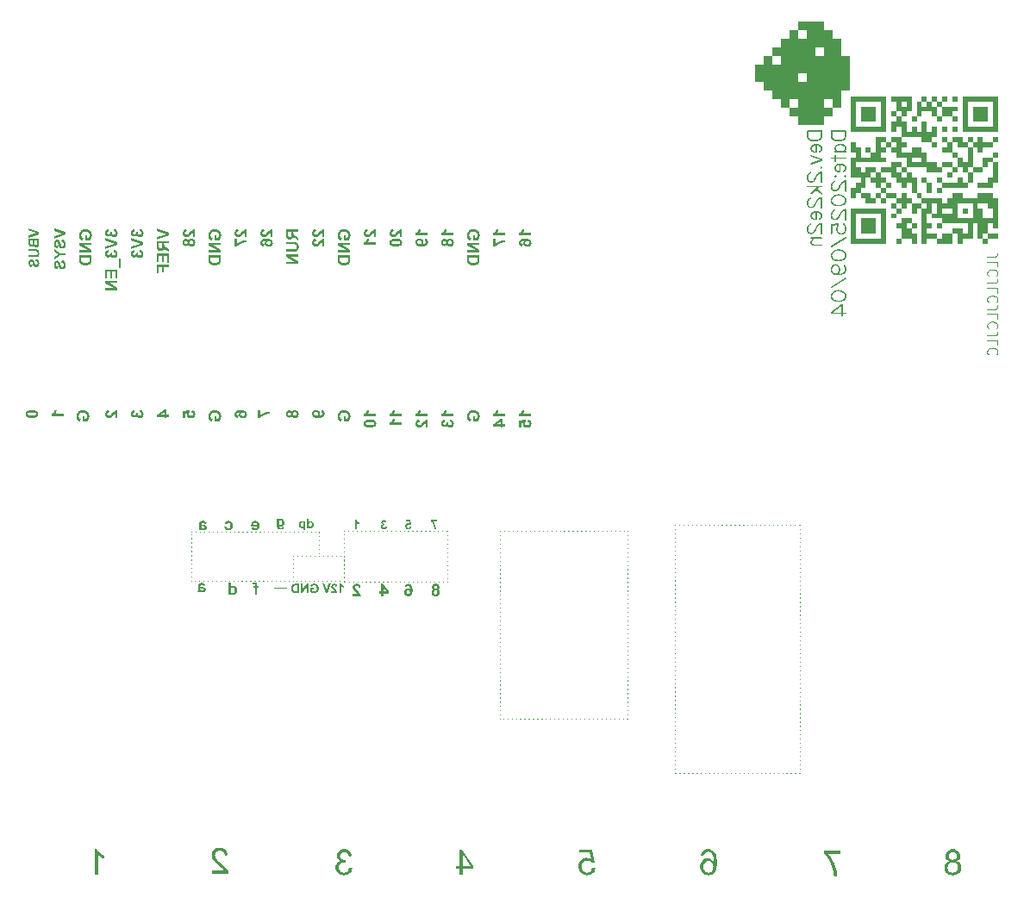
<source format=gbr>
%TF.GenerationSoftware,KiCad,Pcbnew,9.0.3*%
%TF.CreationDate,2025-09-07T22:44:02+09:00*%
%TF.ProjectId,VFD__,56464442-082e-46b6-9963-61645f706362,rev?*%
%TF.SameCoordinates,Original*%
%TF.FileFunction,Legend,Bot*%
%TF.FilePolarity,Positive*%
%FSLAX46Y46*%
G04 Gerber Fmt 4.6, Leading zero omitted, Abs format (unit mm)*
G04 Created by KiCad (PCBNEW 9.0.3) date 2025-09-07 22:44:02*
%MOMM*%
%LPD*%
G01*
G04 APERTURE LIST*
%ADD10C,0.100000*%
%ADD11C,0.250000*%
%ADD12C,0.225000*%
%ADD13C,0.000000*%
G04 APERTURE END LIST*
D10*
X129427547Y-79270543D02*
X129447547Y-79270543D01*
X129847547Y-79270543D02*
X129867547Y-79270543D01*
X130267547Y-79270543D02*
X130287547Y-79270543D01*
X130687547Y-79270543D02*
X130707547Y-79270543D01*
X131107547Y-79270543D02*
X131127547Y-79270543D01*
X131527547Y-79270543D02*
X131547547Y-79270543D01*
X131947547Y-79270543D02*
X131967547Y-79270543D01*
X132367547Y-79270543D02*
X132387547Y-79270543D01*
X132787547Y-79270543D02*
X132807547Y-79270543D01*
X133207547Y-79270543D02*
X133227547Y-79270543D01*
X133627547Y-79270543D02*
X133647547Y-79270543D01*
X134047547Y-79270543D02*
X134067547Y-79270543D01*
X134467547Y-79270543D02*
X134487547Y-79270543D01*
X134887547Y-79270543D02*
X134907547Y-79270543D01*
X135307547Y-79270543D02*
X135327547Y-79270543D01*
X135727547Y-79270543D02*
X135747547Y-79270543D01*
X136147547Y-79270543D02*
X136167547Y-79270543D01*
X136567547Y-79270543D02*
X136587547Y-79270543D01*
X136987547Y-79270543D02*
X137007547Y-79270543D01*
X137407547Y-79270543D02*
X137427547Y-79270543D01*
X137827547Y-79270543D02*
X137847547Y-79270543D01*
X138247547Y-79270543D02*
X138267547Y-79270543D01*
X138667547Y-79270543D02*
X138687547Y-79270543D01*
X139087547Y-79270543D02*
X139107547Y-79270543D01*
X139507547Y-79270543D02*
X139527547Y-79270543D01*
X139577547Y-79270543D02*
X139577547Y-79290543D01*
X139577547Y-79690543D02*
X139577547Y-79710543D01*
X139577547Y-80110543D02*
X139577547Y-80130543D01*
X139577547Y-80530543D02*
X139577547Y-80550543D01*
X139577547Y-80950543D02*
X139577547Y-80970543D01*
X139577547Y-81370543D02*
X139577547Y-81390543D01*
X139577547Y-81790543D02*
X139577547Y-81810543D01*
X139577547Y-82210543D02*
X139577547Y-82230543D01*
X139577547Y-82630543D02*
X139577547Y-82650543D01*
X139577547Y-83050543D02*
X139577547Y-83070543D01*
X139577547Y-83470543D02*
X139577547Y-83490543D01*
X139577547Y-83890543D02*
X139577547Y-83910543D01*
X139577547Y-84216543D02*
X139557547Y-84216543D01*
X139157547Y-84216543D02*
X139137547Y-84216543D01*
X138737547Y-84216543D02*
X138717547Y-84216543D01*
X138317547Y-84216543D02*
X138297547Y-84216543D01*
X137897547Y-84216543D02*
X137877547Y-84216543D01*
X137477547Y-84216543D02*
X137457547Y-84216543D01*
X137057547Y-84216543D02*
X137037547Y-84216543D01*
X136637547Y-84216543D02*
X136617547Y-84216543D01*
X136217547Y-84216543D02*
X136197547Y-84216543D01*
X135797547Y-84216543D02*
X135777547Y-84216543D01*
X135377547Y-84216543D02*
X135357547Y-84216543D01*
X134957547Y-84216543D02*
X134937547Y-84216543D01*
X134537547Y-84216543D02*
X134517547Y-84216543D01*
X134117547Y-84216543D02*
X134097547Y-84216543D01*
X133697547Y-84216543D02*
X133677547Y-84216543D01*
X133277547Y-84216543D02*
X133257547Y-84216543D01*
X132857547Y-84216543D02*
X132837547Y-84216543D01*
X132437547Y-84216543D02*
X132417547Y-84216543D01*
X132017547Y-84216543D02*
X131997547Y-84216543D01*
X131597547Y-84216543D02*
X131577547Y-84216543D01*
X131177547Y-84216543D02*
X131157547Y-84216543D01*
X130757547Y-84216543D02*
X130737547Y-84216543D01*
X130337547Y-84216543D02*
X130317547Y-84216543D01*
X129917547Y-84216543D02*
X129897547Y-84216543D01*
X129497547Y-84216543D02*
X129477547Y-84216543D01*
X129427547Y-84216543D02*
X129427547Y-84196543D01*
X129427547Y-83796543D02*
X129427547Y-83776543D01*
X129427547Y-83376543D02*
X129427547Y-83356543D01*
X129427547Y-82956543D02*
X129427547Y-82936543D01*
X129427547Y-82536543D02*
X129427547Y-82516543D01*
X129427547Y-82116543D02*
X129427547Y-82096543D01*
X129427547Y-81696543D02*
X129427547Y-81676543D01*
X129427547Y-81276543D02*
X129427547Y-81256543D01*
X129427547Y-80856543D02*
X129427547Y-80836543D01*
X129427547Y-80436543D02*
X129427547Y-80416543D01*
X129427547Y-80016543D02*
X129427547Y-79996543D01*
X129427547Y-79596543D02*
X129427547Y-79576543D01*
X161925000Y-78678352D02*
X161945000Y-78678352D01*
X162345000Y-78678352D02*
X162365000Y-78678352D01*
X162765000Y-78678352D02*
X162785000Y-78678352D01*
X163185000Y-78678352D02*
X163205000Y-78678352D01*
X163605000Y-78678352D02*
X163625000Y-78678352D01*
X164025000Y-78678352D02*
X164045000Y-78678352D01*
X164445000Y-78678352D02*
X164465000Y-78678352D01*
X164865000Y-78678352D02*
X164885000Y-78678352D01*
X165285000Y-78678352D02*
X165305000Y-78678352D01*
X165705000Y-78678352D02*
X165725000Y-78678352D01*
X166125000Y-78678352D02*
X166145000Y-78678352D01*
X166545000Y-78678352D02*
X166565000Y-78678352D01*
X166965000Y-78678352D02*
X166985000Y-78678352D01*
X167385000Y-78678352D02*
X167405000Y-78678352D01*
X167805000Y-78678352D02*
X167825000Y-78678352D01*
X168225000Y-78678352D02*
X168245000Y-78678352D01*
X168645000Y-78678352D02*
X168665000Y-78678352D01*
X169065000Y-78678352D02*
X169085000Y-78678352D01*
X169485000Y-78678352D02*
X169505000Y-78678352D01*
X169905000Y-78678352D02*
X169925000Y-78678352D01*
X170325000Y-78678352D02*
X170345000Y-78678352D01*
X170745000Y-78678352D02*
X170765000Y-78678352D01*
X171165000Y-78678352D02*
X171185000Y-78678352D01*
X171585000Y-78678352D02*
X171605000Y-78678352D01*
X172005000Y-78678352D02*
X172025000Y-78678352D01*
X172425000Y-78678352D02*
X172445000Y-78678352D01*
X172845000Y-78678352D02*
X172865000Y-78678352D01*
X173265000Y-78678352D02*
X173285000Y-78678352D01*
X173685000Y-78678352D02*
X173705000Y-78678352D01*
X174105000Y-78678352D02*
X174125000Y-78678352D01*
X174175000Y-78678352D02*
X174175000Y-78698352D01*
X174175000Y-79098352D02*
X174175000Y-79118352D01*
X174175000Y-79518352D02*
X174175000Y-79538352D01*
X174175000Y-79938352D02*
X174175000Y-79958352D01*
X174175000Y-80358352D02*
X174175000Y-80378352D01*
X174175000Y-80778352D02*
X174175000Y-80798352D01*
X174175000Y-81198352D02*
X174175000Y-81218352D01*
X174175000Y-81618352D02*
X174175000Y-81638352D01*
X174175000Y-82038352D02*
X174175000Y-82058352D01*
X174175000Y-82458352D02*
X174175000Y-82478352D01*
X174175000Y-82878352D02*
X174175000Y-82898352D01*
X174175000Y-83298352D02*
X174175000Y-83318352D01*
X174175000Y-83718352D02*
X174175000Y-83738352D01*
X174175000Y-84138352D02*
X174175000Y-84158352D01*
X174175000Y-84558352D02*
X174175000Y-84578352D01*
X174175000Y-84978352D02*
X174175000Y-84998352D01*
X174175000Y-85398352D02*
X174175000Y-85418352D01*
X174175000Y-85818352D02*
X174175000Y-85838352D01*
X174175000Y-86238352D02*
X174175000Y-86258352D01*
X174175000Y-86658352D02*
X174175000Y-86678352D01*
X174175000Y-87078352D02*
X174175000Y-87098352D01*
X174175000Y-87498352D02*
X174175000Y-87518352D01*
X174175000Y-87918352D02*
X174175000Y-87938352D01*
X174175000Y-88338352D02*
X174175000Y-88358352D01*
X174175000Y-88758352D02*
X174175000Y-88778352D01*
X174175000Y-89178352D02*
X174175000Y-89198352D01*
X174175000Y-89598352D02*
X174175000Y-89618352D01*
X174175000Y-90018352D02*
X174175000Y-90038352D01*
X174175000Y-90438352D02*
X174175000Y-90458352D01*
X174175000Y-90858352D02*
X174175000Y-90878352D01*
X174175000Y-91278352D02*
X174175000Y-91298352D01*
X174175000Y-91698352D02*
X174175000Y-91718352D01*
X174175000Y-92118352D02*
X174175000Y-92138352D01*
X174175000Y-92538352D02*
X174175000Y-92558352D01*
X174175000Y-92958352D02*
X174175000Y-92978352D01*
X174175000Y-93378352D02*
X174175000Y-93398352D01*
X174175000Y-93798352D02*
X174175000Y-93818352D01*
X174175000Y-94218352D02*
X174175000Y-94238352D01*
X174175000Y-94638352D02*
X174175000Y-94658352D01*
X174175000Y-95058352D02*
X174175000Y-95078352D01*
X174175000Y-95478352D02*
X174175000Y-95498352D01*
X174175000Y-95898352D02*
X174175000Y-95918352D01*
X174175000Y-96318352D02*
X174175000Y-96338352D01*
X174175000Y-96738352D02*
X174175000Y-96758352D01*
X174175000Y-97158352D02*
X174175000Y-97178352D01*
X174175000Y-97578352D02*
X174175000Y-97598352D01*
X174175000Y-97998352D02*
X174175000Y-98018352D01*
X174175000Y-98418352D02*
X174175000Y-98438352D01*
X174175000Y-98838352D02*
X174175000Y-98858352D01*
X174175000Y-99258352D02*
X174175000Y-99278352D01*
X174175000Y-99678352D02*
X174175000Y-99698352D01*
X174175000Y-100098352D02*
X174175000Y-100118352D01*
X174175000Y-100518352D02*
X174175000Y-100538352D01*
X174175000Y-100938352D02*
X174175000Y-100958352D01*
X174175000Y-101358352D02*
X174175000Y-101378352D01*
X174175000Y-101778352D02*
X174175000Y-101798352D01*
X174175000Y-102198352D02*
X174175000Y-102218352D01*
X174175000Y-102618352D02*
X174175000Y-102638352D01*
X174175000Y-103038352D02*
X174175000Y-103047352D01*
X174175000Y-103047352D02*
X174155000Y-103047352D01*
X173755000Y-103047352D02*
X173735000Y-103047352D01*
X173335000Y-103047352D02*
X173315000Y-103047352D01*
X172915000Y-103047352D02*
X172895000Y-103047352D01*
X172495000Y-103047352D02*
X172475000Y-103047352D01*
X172075000Y-103047352D02*
X172055000Y-103047352D01*
X171655000Y-103047352D02*
X171635000Y-103047352D01*
X171235000Y-103047352D02*
X171215000Y-103047352D01*
X170815000Y-103047352D02*
X170795000Y-103047352D01*
X170395000Y-103047352D02*
X170375000Y-103047352D01*
X169975000Y-103047352D02*
X169955000Y-103047352D01*
X169555000Y-103047352D02*
X169535000Y-103047352D01*
X169135000Y-103047352D02*
X169115000Y-103047352D01*
X168715000Y-103047352D02*
X168695000Y-103047352D01*
X168295000Y-103047352D02*
X168275000Y-103047352D01*
X167875000Y-103047352D02*
X167855000Y-103047352D01*
X167455000Y-103047352D02*
X167435000Y-103047352D01*
X167035000Y-103047352D02*
X167015000Y-103047352D01*
X166615000Y-103047352D02*
X166595000Y-103047352D01*
X166195000Y-103047352D02*
X166175000Y-103047352D01*
X165775000Y-103047352D02*
X165755000Y-103047352D01*
X165355000Y-103047352D02*
X165335000Y-103047352D01*
X164935000Y-103047352D02*
X164915000Y-103047352D01*
X164515000Y-103047352D02*
X164495000Y-103047352D01*
X164095000Y-103047352D02*
X164075000Y-103047352D01*
X163675000Y-103047352D02*
X163655000Y-103047352D01*
X163255000Y-103047352D02*
X163235000Y-103047352D01*
X162835000Y-103047352D02*
X162815000Y-103047352D01*
X162415000Y-103047352D02*
X162395000Y-103047352D01*
X161995000Y-103047352D02*
X161975000Y-103047352D01*
X161925000Y-103047352D02*
X161925000Y-103027352D01*
X161925000Y-102627352D02*
X161925000Y-102607352D01*
X161925000Y-102207352D02*
X161925000Y-102187352D01*
X161925000Y-101787352D02*
X161925000Y-101767352D01*
X161925000Y-101367352D02*
X161925000Y-101347352D01*
X161925000Y-100947352D02*
X161925000Y-100927352D01*
X161925000Y-100527352D02*
X161925000Y-100507352D01*
X161925000Y-100107352D02*
X161925000Y-100087352D01*
X161925000Y-99687352D02*
X161925000Y-99667352D01*
X161925000Y-99267352D02*
X161925000Y-99247352D01*
X161925000Y-98847352D02*
X161925000Y-98827352D01*
X161925000Y-98427352D02*
X161925000Y-98407352D01*
X161925000Y-98007352D02*
X161925000Y-97987352D01*
X161925000Y-97587352D02*
X161925000Y-97567352D01*
X161925000Y-97167352D02*
X161925000Y-97147352D01*
X161925000Y-96747352D02*
X161925000Y-96727352D01*
X161925000Y-96327352D02*
X161925000Y-96307352D01*
X161925000Y-95907352D02*
X161925000Y-95887352D01*
X161925000Y-95487352D02*
X161925000Y-95467352D01*
X161925000Y-95067352D02*
X161925000Y-95047352D01*
X161925000Y-94647352D02*
X161925000Y-94627352D01*
X161925000Y-94227352D02*
X161925000Y-94207352D01*
X161925000Y-93807352D02*
X161925000Y-93787352D01*
X161925000Y-93387352D02*
X161925000Y-93367352D01*
X161925000Y-92967352D02*
X161925000Y-92947352D01*
X161925000Y-92547352D02*
X161925000Y-92527352D01*
X161925000Y-92127352D02*
X161925000Y-92107352D01*
X161925000Y-91707352D02*
X161925000Y-91687352D01*
X161925000Y-91287352D02*
X161925000Y-91267352D01*
X161925000Y-90867352D02*
X161925000Y-90847352D01*
X161925000Y-90447352D02*
X161925000Y-90427352D01*
X161925000Y-90027352D02*
X161925000Y-90007352D01*
X161925000Y-89607352D02*
X161925000Y-89587352D01*
X161925000Y-89187352D02*
X161925000Y-89167352D01*
X161925000Y-88767352D02*
X161925000Y-88747352D01*
X161925000Y-88347352D02*
X161925000Y-88327352D01*
X161925000Y-87927352D02*
X161925000Y-87907352D01*
X161925000Y-87507352D02*
X161925000Y-87487352D01*
X161925000Y-87087352D02*
X161925000Y-87067352D01*
X161925000Y-86667352D02*
X161925000Y-86647352D01*
X161925000Y-86247352D02*
X161925000Y-86227352D01*
X161925000Y-85827352D02*
X161925000Y-85807352D01*
X161925000Y-85407352D02*
X161925000Y-85387352D01*
X161925000Y-84987352D02*
X161925000Y-84967352D01*
X161925000Y-84567352D02*
X161925000Y-84547352D01*
X161925000Y-84147352D02*
X161925000Y-84127352D01*
X161925000Y-83727352D02*
X161925000Y-83707352D01*
X161925000Y-83307352D02*
X161925000Y-83287352D01*
X161925000Y-82887352D02*
X161925000Y-82867352D01*
X161925000Y-82467352D02*
X161925000Y-82447352D01*
X161925000Y-82047352D02*
X161925000Y-82027352D01*
X161925000Y-81627352D02*
X161925000Y-81607352D01*
X161925000Y-81207352D02*
X161925000Y-81187352D01*
X161925000Y-80787352D02*
X161925000Y-80767352D01*
X161925000Y-80367352D02*
X161925000Y-80347352D01*
X161925000Y-79947352D02*
X161925000Y-79927352D01*
X161925000Y-79527352D02*
X161925000Y-79507352D01*
X161925000Y-79107352D02*
X161925000Y-79087352D01*
X161925000Y-78687352D02*
X161925000Y-78678352D01*
X114428235Y-79372304D02*
X114448235Y-79372304D01*
X114848235Y-79372304D02*
X114868235Y-79372304D01*
X115268235Y-79372304D02*
X115288235Y-79372304D01*
X115688235Y-79372304D02*
X115708235Y-79372304D01*
X116108235Y-79372304D02*
X116128235Y-79372304D01*
X116528235Y-79372304D02*
X116548235Y-79372304D01*
X116948235Y-79372304D02*
X116968235Y-79372304D01*
X117368235Y-79372304D02*
X117388235Y-79372304D01*
X117788235Y-79372304D02*
X117808235Y-79372304D01*
X118208235Y-79372304D02*
X118228235Y-79372304D01*
X118628235Y-79372304D02*
X118648235Y-79372304D01*
X119048235Y-79372304D02*
X119068235Y-79372304D01*
X119468235Y-79372304D02*
X119488235Y-79372304D01*
X119888235Y-79372304D02*
X119908235Y-79372304D01*
X120308235Y-79372304D02*
X120328235Y-79372304D01*
X120728235Y-79372304D02*
X120748235Y-79372304D01*
X121148235Y-79372304D02*
X121168235Y-79372304D01*
X121568235Y-79372304D02*
X121588235Y-79372304D01*
X121988235Y-79372304D02*
X122008235Y-79372304D01*
X122408235Y-79372304D02*
X122428235Y-79372304D01*
X122828235Y-79372304D02*
X122848235Y-79372304D01*
X123248235Y-79372304D02*
X123268235Y-79372304D01*
X123668235Y-79372304D02*
X123688235Y-79372304D01*
X124088235Y-79372304D02*
X124108235Y-79372304D01*
X124508235Y-79372304D02*
X124528235Y-79372304D01*
X124928235Y-79372304D02*
X124948235Y-79372304D01*
X125348235Y-79372304D02*
X125368235Y-79372304D01*
X125768235Y-79372304D02*
X125788235Y-79372304D01*
X126188235Y-79372304D02*
X126208235Y-79372304D01*
X126608235Y-79372304D02*
X126628235Y-79372304D01*
X126997031Y-79370547D02*
X126997031Y-79390547D01*
X126997031Y-79790547D02*
X126997031Y-79810547D01*
X126997031Y-80210547D02*
X126997031Y-80230547D01*
X126997031Y-80630547D02*
X126997031Y-80650547D01*
X126997031Y-81050547D02*
X126997031Y-81070547D01*
X126997031Y-81470547D02*
X126997031Y-81490547D01*
X114428235Y-84198304D02*
X114428235Y-84178304D01*
X114428235Y-83778304D02*
X114428235Y-83758304D01*
X114428235Y-83358304D02*
X114428235Y-83338304D01*
X114428235Y-82938304D02*
X114428235Y-82918304D01*
X114428235Y-82518304D02*
X114428235Y-82498304D01*
X114428235Y-82098304D02*
X114428235Y-82078304D01*
X114428235Y-81678304D02*
X114428235Y-81658304D01*
X114428235Y-81258304D02*
X114428235Y-81238304D01*
X114428235Y-80838304D02*
X114428235Y-80818304D01*
X114428235Y-80418304D02*
X114428235Y-80398304D01*
X114428235Y-79998304D02*
X114428235Y-79978304D01*
X114428235Y-79578304D02*
X114428235Y-79558304D01*
X124445521Y-81747645D02*
X124465521Y-81747645D01*
X124865521Y-81747645D02*
X124885521Y-81747645D01*
X125285521Y-81747645D02*
X125305521Y-81747645D01*
X125705521Y-81747645D02*
X125725521Y-81747645D01*
X126125521Y-81747645D02*
X126145521Y-81747645D01*
X126545521Y-81747645D02*
X126565521Y-81747645D01*
X126965521Y-81747645D02*
X126985521Y-81747645D01*
X127385521Y-81747645D02*
X127405521Y-81747645D01*
X127805521Y-81747645D02*
X127825521Y-81747645D01*
X128225521Y-81747645D02*
X128245521Y-81747645D01*
X128645521Y-81747645D02*
X128665521Y-81747645D01*
X129065521Y-81747645D02*
X129085521Y-81747645D01*
X129398521Y-81747645D02*
X129398521Y-81767645D01*
X129398521Y-82167645D02*
X129398521Y-82187645D01*
X129398521Y-82587645D02*
X129398521Y-82607645D01*
X129398521Y-83007645D02*
X129398521Y-83027645D01*
X129398521Y-83427645D02*
X129398521Y-83447645D01*
X129398521Y-83847645D02*
X129398521Y-83867645D01*
X129398521Y-84178645D02*
X129378521Y-84178645D01*
X128978521Y-84178645D02*
X128958521Y-84178645D01*
X128558521Y-84178645D02*
X128538521Y-84178645D01*
X128138521Y-84178645D02*
X128118521Y-84178645D01*
X127718521Y-84178645D02*
X127698521Y-84178645D01*
X127298521Y-84178645D02*
X127278521Y-84178645D01*
X126878521Y-84178645D02*
X126858521Y-84178645D01*
X126458521Y-84178645D02*
X126438521Y-84178645D01*
X126038521Y-84178645D02*
X126018521Y-84178645D01*
X125618521Y-84178645D02*
X125598521Y-84178645D01*
X125198521Y-84178645D02*
X125178521Y-84178645D01*
X124778521Y-84178645D02*
X124758521Y-84178645D01*
X124445521Y-84178645D02*
X124445521Y-84158645D01*
X124445521Y-83758645D02*
X124445521Y-83738645D01*
X124445521Y-83338645D02*
X124445521Y-83318645D01*
X124445521Y-82918645D02*
X124445521Y-82898645D01*
X124445521Y-82498645D02*
X124445521Y-82478645D01*
X124445521Y-82078645D02*
X124445521Y-82058645D01*
X144753000Y-79248000D02*
X144773000Y-79248000D01*
X145173000Y-79248000D02*
X145193000Y-79248000D01*
X145593000Y-79248000D02*
X145613000Y-79248000D01*
X146013000Y-79248000D02*
X146033000Y-79248000D01*
X146433000Y-79248000D02*
X146453000Y-79248000D01*
X146853000Y-79248000D02*
X146873000Y-79248000D01*
X147273000Y-79248000D02*
X147293000Y-79248000D01*
X147693000Y-79248000D02*
X147713000Y-79248000D01*
X148113000Y-79248000D02*
X148133000Y-79248000D01*
X148533000Y-79248000D02*
X148553000Y-79248000D01*
X148953000Y-79248000D02*
X148973000Y-79248000D01*
X149373000Y-79248000D02*
X149393000Y-79248000D01*
X149793000Y-79248000D02*
X149813000Y-79248000D01*
X150213000Y-79248000D02*
X150233000Y-79248000D01*
X150633000Y-79248000D02*
X150653000Y-79248000D01*
X151053000Y-79248000D02*
X151073000Y-79248000D01*
X151473000Y-79248000D02*
X151493000Y-79248000D01*
X151893000Y-79248000D02*
X151913000Y-79248000D01*
X152313000Y-79248000D02*
X152333000Y-79248000D01*
X152733000Y-79248000D02*
X152753000Y-79248000D01*
X153153000Y-79248000D02*
X153173000Y-79248000D01*
X153573000Y-79248000D02*
X153593000Y-79248000D01*
X153993000Y-79248000D02*
X154013000Y-79248000D01*
X154413000Y-79248000D02*
X154433000Y-79248000D01*
X154833000Y-79248000D02*
X154853000Y-79248000D01*
X155253000Y-79248000D02*
X155273000Y-79248000D01*
X155673000Y-79248000D02*
X155693000Y-79248000D01*
X156093000Y-79248000D02*
X156113000Y-79248000D01*
X156513000Y-79248000D02*
X156533000Y-79248000D01*
X156933000Y-79248000D02*
X156953000Y-79248000D01*
X157253000Y-79248000D02*
X157253000Y-79268000D01*
X157253000Y-79668000D02*
X157253000Y-79688000D01*
X157253000Y-80088000D02*
X157253000Y-80108000D01*
X157253000Y-80508000D02*
X157253000Y-80528000D01*
X157253000Y-80928000D02*
X157253000Y-80948000D01*
X157253000Y-81348000D02*
X157253000Y-81368000D01*
X157253000Y-81768000D02*
X157253000Y-81788000D01*
X157253000Y-82188000D02*
X157253000Y-82208000D01*
X157253000Y-82608000D02*
X157253000Y-82628000D01*
X157253000Y-83028000D02*
X157253000Y-83048000D01*
X157253000Y-83448000D02*
X157253000Y-83468000D01*
X157253000Y-83868000D02*
X157253000Y-83888000D01*
X157253000Y-84288000D02*
X157253000Y-84308000D01*
X157253000Y-84708000D02*
X157253000Y-84728000D01*
X157253000Y-85128000D02*
X157253000Y-85148000D01*
X157253000Y-85548000D02*
X157253000Y-85568000D01*
X157253000Y-85968000D02*
X157253000Y-85988000D01*
X157253000Y-86388000D02*
X157253000Y-86408000D01*
X157253000Y-86808000D02*
X157253000Y-86828000D01*
X157253000Y-87228000D02*
X157253000Y-87248000D01*
X157253000Y-87648000D02*
X157253000Y-87668000D01*
X157253000Y-88068000D02*
X157253000Y-88088000D01*
X157253000Y-88488000D02*
X157253000Y-88508000D01*
X157253000Y-88908000D02*
X157253000Y-88928000D01*
X157253000Y-89328000D02*
X157253000Y-89348000D01*
X157253000Y-89748000D02*
X157253000Y-89768000D01*
X157253000Y-90168000D02*
X157253000Y-90188000D01*
X157253000Y-90588000D02*
X157253000Y-90608000D01*
X157253000Y-91008000D02*
X157253000Y-91028000D01*
X157253000Y-91428000D02*
X157253000Y-91448000D01*
X157253000Y-91848000D02*
X157253000Y-91868000D01*
X157253000Y-92268000D02*
X157253000Y-92288000D01*
X157253000Y-92688000D02*
X157253000Y-92708000D01*
X157253000Y-93108000D02*
X157253000Y-93128000D01*
X157253000Y-93528000D02*
X157253000Y-93548000D01*
X157253000Y-93948000D02*
X157253000Y-93968000D01*
X157253000Y-94368000D02*
X157253000Y-94388000D01*
X157253000Y-94788000D02*
X157253000Y-94808000D01*
X157253000Y-95208000D02*
X157253000Y-95228000D01*
X157253000Y-95628000D02*
X157253000Y-95648000D01*
X157253000Y-96048000D02*
X157253000Y-96068000D01*
X157253000Y-96468000D02*
X157253000Y-96488000D01*
X157253000Y-96888000D02*
X157253000Y-96908000D01*
X157253000Y-97308000D02*
X157253000Y-97328000D01*
X157253000Y-97728000D02*
X157253000Y-97748000D01*
X157253000Y-97748000D02*
X157233000Y-97748000D01*
X156833000Y-97748000D02*
X156813000Y-97748000D01*
X156413000Y-97748000D02*
X156393000Y-97748000D01*
X155993000Y-97748000D02*
X155973000Y-97748000D01*
X155573000Y-97748000D02*
X155553000Y-97748000D01*
X155153000Y-97748000D02*
X155133000Y-97748000D01*
X154733000Y-97748000D02*
X154713000Y-97748000D01*
X154313000Y-97748000D02*
X154293000Y-97748000D01*
X153893000Y-97748000D02*
X153873000Y-97748000D01*
X153473000Y-97748000D02*
X153453000Y-97748000D01*
X153053000Y-97748000D02*
X153033000Y-97748000D01*
X152633000Y-97748000D02*
X152613000Y-97748000D01*
X152213000Y-97748000D02*
X152193000Y-97748000D01*
X151793000Y-97748000D02*
X151773000Y-97748000D01*
X151373000Y-97748000D02*
X151353000Y-97748000D01*
X150953000Y-97748000D02*
X150933000Y-97748000D01*
X150533000Y-97748000D02*
X150513000Y-97748000D01*
X150113000Y-97748000D02*
X150093000Y-97748000D01*
X149693000Y-97748000D02*
X149673000Y-97748000D01*
X149273000Y-97748000D02*
X149253000Y-97748000D01*
X148853000Y-97748000D02*
X148833000Y-97748000D01*
X148433000Y-97748000D02*
X148413000Y-97748000D01*
X148013000Y-97748000D02*
X147993000Y-97748000D01*
X147593000Y-97748000D02*
X147573000Y-97748000D01*
X147173000Y-97748000D02*
X147153000Y-97748000D01*
X146753000Y-97748000D02*
X146733000Y-97748000D01*
X146333000Y-97748000D02*
X146313000Y-97748000D01*
X145913000Y-97748000D02*
X145893000Y-97748000D01*
X145493000Y-97748000D02*
X145473000Y-97748000D01*
X145073000Y-97748000D02*
X145053000Y-97748000D01*
X144753000Y-97748000D02*
X144753000Y-97728000D01*
X144753000Y-97328000D02*
X144753000Y-97308000D01*
X144753000Y-96908000D02*
X144753000Y-96888000D01*
X144753000Y-96488000D02*
X144753000Y-96468000D01*
X144753000Y-96068000D02*
X144753000Y-96048000D01*
X144753000Y-95648000D02*
X144753000Y-95628000D01*
X144753000Y-95228000D02*
X144753000Y-95208000D01*
X144753000Y-94808000D02*
X144753000Y-94788000D01*
X144753000Y-94388000D02*
X144753000Y-94368000D01*
X144753000Y-93968000D02*
X144753000Y-93948000D01*
X144753000Y-93548000D02*
X144753000Y-93528000D01*
X144753000Y-93128000D02*
X144753000Y-93108000D01*
X144753000Y-92708000D02*
X144753000Y-92688000D01*
X144753000Y-92288000D02*
X144753000Y-92268000D01*
X144753000Y-91868000D02*
X144753000Y-91848000D01*
X144753000Y-91448000D02*
X144753000Y-91428000D01*
X144753000Y-91028000D02*
X144753000Y-91008000D01*
X144753000Y-90608000D02*
X144753000Y-90588000D01*
X144753000Y-90188000D02*
X144753000Y-90168000D01*
X144753000Y-89768000D02*
X144753000Y-89748000D01*
X144753000Y-89348000D02*
X144753000Y-89328000D01*
X144753000Y-88928000D02*
X144753000Y-88908000D01*
X144753000Y-88508000D02*
X144753000Y-88488000D01*
X144753000Y-88088000D02*
X144753000Y-88068000D01*
X144753000Y-87668000D02*
X144753000Y-87648000D01*
X144753000Y-87248000D02*
X144753000Y-87228000D01*
X144753000Y-86828000D02*
X144753000Y-86808000D01*
X144753000Y-86408000D02*
X144753000Y-86388000D01*
X144753000Y-85988000D02*
X144753000Y-85968000D01*
X144753000Y-85568000D02*
X144753000Y-85548000D01*
X144753000Y-85148000D02*
X144753000Y-85128000D01*
X144753000Y-84728000D02*
X144753000Y-84708000D01*
X144753000Y-84308000D02*
X144753000Y-84288000D01*
X144753000Y-83888000D02*
X144753000Y-83868000D01*
X144753000Y-83468000D02*
X144753000Y-83448000D01*
X144753000Y-83048000D02*
X144753000Y-83028000D01*
X144753000Y-82628000D02*
X144753000Y-82608000D01*
X144753000Y-82208000D02*
X144753000Y-82188000D01*
X144753000Y-81788000D02*
X144753000Y-81768000D01*
X144753000Y-81368000D02*
X144753000Y-81348000D01*
X144753000Y-80948000D02*
X144753000Y-80928000D01*
X144753000Y-80528000D02*
X144753000Y-80508000D01*
X144753000Y-80108000D02*
X144753000Y-80088000D01*
X144753000Y-79688000D02*
X144753000Y-79668000D01*
X144753000Y-79268000D02*
X144753000Y-79248000D01*
X124445521Y-84178645D02*
X124425521Y-84178645D01*
X124025521Y-84178645D02*
X124005521Y-84178645D01*
X123605521Y-84178645D02*
X123585521Y-84178645D01*
X123185521Y-84178645D02*
X123165521Y-84178645D01*
X122765521Y-84178645D02*
X122745521Y-84178645D01*
X122345521Y-84178645D02*
X122325521Y-84178645D01*
X121925521Y-84178645D02*
X121905521Y-84178645D01*
X121505521Y-84178645D02*
X121485521Y-84178645D01*
X121085521Y-84178645D02*
X121065521Y-84178645D01*
X120665521Y-84178645D02*
X120645521Y-84178645D01*
X120245521Y-84178645D02*
X120225521Y-84178645D01*
X119825521Y-84178645D02*
X119805521Y-84178645D01*
X119405521Y-84178645D02*
X119385521Y-84178645D01*
X118985521Y-84178645D02*
X118965521Y-84178645D01*
X118565521Y-84178645D02*
X118545521Y-84178645D01*
X118145521Y-84178645D02*
X118125521Y-84178645D01*
X117725521Y-84178645D02*
X117705521Y-84178645D01*
X117305521Y-84178645D02*
X117285521Y-84178645D01*
X116885521Y-84178645D02*
X116865521Y-84178645D01*
X116465521Y-84178645D02*
X116445521Y-84178645D01*
X116045521Y-84178645D02*
X116025521Y-84178645D01*
X115625521Y-84178645D02*
X115605521Y-84178645D01*
X115205521Y-84178645D02*
X115185521Y-84178645D01*
X114785521Y-84178645D02*
X114765521Y-84178645D01*
D11*
G36*
X134902284Y-50379232D02*
G01*
X135118000Y-50379232D01*
X135118000Y-49571838D01*
X135039127Y-49586315D01*
X134962947Y-49612382D01*
X134888729Y-49650533D01*
X134819433Y-49699721D01*
X134725722Y-49782407D01*
X134601353Y-49909553D01*
X134465994Y-50048552D01*
X134405128Y-50100502D01*
X134356069Y-50127728D01*
X134309519Y-50143105D01*
X134264517Y-50148056D01*
X134214913Y-50142948D01*
X134176383Y-50128877D01*
X134146401Y-50106657D01*
X134124045Y-50076672D01*
X134110083Y-50039258D01*
X134105076Y-49992278D01*
X134110250Y-49946025D01*
X134124840Y-49908422D01*
X134148526Y-49877533D01*
X134180321Y-49854881D01*
X134226742Y-49837942D01*
X134292654Y-49828367D01*
X134269720Y-49598876D01*
X134174683Y-49616305D01*
X134099703Y-49644267D01*
X134041039Y-49681415D01*
X133995899Y-49727543D01*
X133960367Y-49783441D01*
X133934508Y-49846304D01*
X133918422Y-49917346D01*
X133912808Y-49998066D01*
X133919476Y-50086709D01*
X133938250Y-50161307D01*
X133967966Y-50224307D01*
X134008429Y-50277602D01*
X134059481Y-50322322D01*
X134115346Y-50353696D01*
X134177076Y-50372698D01*
X134246199Y-50379232D01*
X134325407Y-50371911D01*
X134400219Y-50350143D01*
X134472484Y-50314083D01*
X134553359Y-50257892D01*
X134610909Y-50206387D01*
X134706206Y-50107096D01*
X134838537Y-49968977D01*
X134902284Y-49921863D01*
X134902284Y-50379232D01*
G37*
G36*
X134674244Y-50539455D02*
G01*
X134791982Y-50555041D01*
X134883572Y-50578219D01*
X134953720Y-50607258D01*
X135006478Y-50641036D01*
X135066011Y-50699591D01*
X135107555Y-50765139D01*
X135132736Y-50839131D01*
X135141447Y-50923869D01*
X135133221Y-51009022D01*
X135109797Y-51081180D01*
X135071835Y-51142959D01*
X135018348Y-51196078D01*
X134959416Y-51234182D01*
X134884411Y-51266282D01*
X134790056Y-51291420D01*
X134672535Y-51308049D01*
X134527567Y-51314120D01*
X134382005Y-51308061D01*
X134264379Y-51291491D01*
X134170290Y-51266488D01*
X134095816Y-51234626D01*
X134037591Y-51196884D01*
X133983263Y-51143277D01*
X133944794Y-51081180D01*
X133921110Y-51008906D01*
X133912808Y-50923869D01*
X134105076Y-50923869D01*
X134111722Y-50963337D01*
X134131674Y-50998094D01*
X134166745Y-51025279D01*
X134237333Y-51051803D01*
X134332759Y-51066466D01*
X134527567Y-51073126D01*
X134723438Y-51065880D01*
X134827180Y-51049385D01*
X134888696Y-51025818D01*
X134922581Y-50998461D01*
X134942543Y-50963397D01*
X134949179Y-50923869D01*
X134942634Y-50884433D01*
X134923020Y-50849717D01*
X134902997Y-50831602D01*
X134869597Y-50813544D01*
X134817801Y-50796008D01*
X134722319Y-50781343D01*
X134527567Y-50774685D01*
X134331533Y-50781919D01*
X134227075Y-50798426D01*
X134165550Y-50821977D01*
X134131674Y-50849277D01*
X134111706Y-50884393D01*
X134105076Y-50923869D01*
X133912808Y-50923869D01*
X133921032Y-50838755D01*
X133944454Y-50766621D01*
X133982416Y-50704853D01*
X134035906Y-50651734D01*
X134094864Y-50613589D01*
X134169769Y-50581482D01*
X134263852Y-50556359D01*
X134380879Y-50539751D01*
X134525076Y-50533691D01*
X134674244Y-50539455D01*
G37*
D12*
G36*
X136057007Y-78866608D02*
G01*
X135884834Y-78848803D01*
X135876336Y-78886150D01*
X135861740Y-78916571D01*
X135841200Y-78941346D01*
X135815422Y-78960482D01*
X135787815Y-78971656D01*
X135757559Y-78975418D01*
X135723577Y-78970474D01*
X135693453Y-78955795D01*
X135666004Y-78930300D01*
X135646381Y-78897988D01*
X135633352Y-78853822D01*
X135628470Y-78794178D01*
X135633268Y-78738461D01*
X135646135Y-78696962D01*
X135665675Y-78666353D01*
X135692903Y-78642704D01*
X135724692Y-78628599D01*
X135762505Y-78623709D01*
X135797902Y-78627687D01*
X135831476Y-78639628D01*
X135863985Y-78660131D01*
X135895935Y-78690533D01*
X136036124Y-78669925D01*
X135947592Y-78201657D01*
X135490754Y-78201657D01*
X135490754Y-78363443D01*
X135816635Y-78363443D01*
X135843673Y-78515118D01*
X135804352Y-78499077D01*
X135765148Y-78489658D01*
X135725630Y-78486542D01*
X135669912Y-78491917D01*
X135619586Y-78507632D01*
X135573473Y-78533740D01*
X135530761Y-78571172D01*
X135496364Y-78615692D01*
X135471564Y-78666305D01*
X135456182Y-78724169D01*
X135450802Y-78790826D01*
X135454931Y-78846250D01*
X135467062Y-78897774D01*
X135487106Y-78946114D01*
X135515374Y-78991850D01*
X135553632Y-79035655D01*
X135596395Y-79068974D01*
X135644235Y-79092813D01*
X135698138Y-79107486D01*
X135759427Y-79112585D01*
X135821454Y-79108041D01*
X135875188Y-79095094D01*
X135921988Y-79074368D01*
X135962924Y-79045925D01*
X135997998Y-79010093D01*
X136025208Y-78968846D01*
X136044935Y-78921396D01*
X136057007Y-78866608D01*
G37*
D11*
G36*
X135795504Y-84455895D02*
G01*
X135864339Y-84473548D01*
X135926758Y-84502401D01*
X135983810Y-84542827D01*
X136036160Y-84595914D01*
X136075897Y-84653997D01*
X136109137Y-84727401D01*
X136135029Y-84819184D01*
X136152091Y-84932952D01*
X136158306Y-85072773D01*
X136152318Y-85209319D01*
X136135896Y-85320220D01*
X136111010Y-85409495D01*
X136079117Y-85480706D01*
X136041069Y-85536884D01*
X135990658Y-85588652D01*
X135936291Y-85627861D01*
X135877385Y-85655691D01*
X135812999Y-85672630D01*
X135741896Y-85678447D01*
X135658727Y-85671163D01*
X135585880Y-85650204D01*
X135521424Y-85616080D01*
X135463972Y-85568171D01*
X135417545Y-85509934D01*
X135383984Y-85442929D01*
X135363088Y-85365470D01*
X135355843Y-85276472D01*
X135581209Y-85276472D01*
X135586960Y-85350040D01*
X135601936Y-85401725D01*
X135623854Y-85437159D01*
X135654970Y-85464605D01*
X135690008Y-85480689D01*
X135730393Y-85486179D01*
X135772044Y-85479838D01*
X135810938Y-85460565D01*
X135848435Y-85426315D01*
X135875908Y-85383504D01*
X135893613Y-85328057D01*
X135900092Y-85256395D01*
X135894250Y-85191506D01*
X135878461Y-85142539D01*
X135854224Y-85105819D01*
X135820883Y-85077163D01*
X135783908Y-85060430D01*
X135741896Y-85054748D01*
X135698406Y-85060721D01*
X135660673Y-85078233D01*
X135627151Y-85108164D01*
X135603332Y-85146620D01*
X135587294Y-85200987D01*
X135581209Y-85276472D01*
X135355843Y-85276472D01*
X135355748Y-85275300D01*
X135362647Y-85190480D01*
X135382399Y-85116642D01*
X135414300Y-85051854D01*
X135458624Y-84994665D01*
X135513642Y-84946379D01*
X135572440Y-84912852D01*
X135636003Y-84892768D01*
X135705773Y-84885928D01*
X135767322Y-84892334D01*
X135822612Y-84911078D01*
X135873103Y-84942373D01*
X135919730Y-84987630D01*
X135903922Y-84845675D01*
X135881543Y-84758662D01*
X135856202Y-84709560D01*
X135818780Y-84671065D01*
X135778205Y-84649318D01*
X135732811Y-84642076D01*
X135697563Y-84645982D01*
X135668224Y-84657096D01*
X135643491Y-84675268D01*
X135624531Y-84699534D01*
X135610060Y-84732941D01*
X135600846Y-84778070D01*
X135377877Y-84753157D01*
X135395346Y-84680159D01*
X135420521Y-84619400D01*
X135452824Y-84569005D01*
X135492256Y-84527550D01*
X135539111Y-84494097D01*
X135591737Y-84469957D01*
X135651203Y-84455014D01*
X135718889Y-84449808D01*
X135795504Y-84455895D01*
G37*
G36*
X122635617Y-84935002D02*
G01*
X122604625Y-84926441D01*
X122581908Y-84902282D01*
X122575167Y-84874552D01*
X122583728Y-84843508D01*
X122607872Y-84820779D01*
X122635617Y-84814029D01*
X123744455Y-84814029D01*
X123775479Y-84822593D01*
X123798160Y-84846737D01*
X123804905Y-84874552D01*
X123796339Y-84905581D01*
X123772178Y-84928282D01*
X123744455Y-84935002D01*
X122635617Y-84935002D01*
G37*
G36*
X132362284Y-50379232D02*
G01*
X132578000Y-50379232D01*
X132578000Y-49571838D01*
X132499127Y-49586315D01*
X132422947Y-49612382D01*
X132348729Y-49650533D01*
X132279433Y-49699721D01*
X132185722Y-49782407D01*
X132061353Y-49909553D01*
X131925994Y-50048552D01*
X131865128Y-50100502D01*
X131816069Y-50127728D01*
X131769519Y-50143105D01*
X131724517Y-50148056D01*
X131674913Y-50142948D01*
X131636383Y-50128877D01*
X131606401Y-50106657D01*
X131584045Y-50076672D01*
X131570083Y-50039258D01*
X131565076Y-49992278D01*
X131570250Y-49946025D01*
X131584840Y-49908422D01*
X131608526Y-49877533D01*
X131640321Y-49854881D01*
X131686742Y-49837942D01*
X131752654Y-49828367D01*
X131729720Y-49598876D01*
X131634683Y-49616305D01*
X131559703Y-49644267D01*
X131501039Y-49681415D01*
X131455899Y-49727543D01*
X131420367Y-49783441D01*
X131394508Y-49846304D01*
X131378422Y-49917346D01*
X131372808Y-49998066D01*
X131379476Y-50086709D01*
X131398250Y-50161307D01*
X131427966Y-50224307D01*
X131468429Y-50277602D01*
X131519481Y-50322322D01*
X131575346Y-50353696D01*
X131637076Y-50372698D01*
X131706199Y-50379232D01*
X131785407Y-50371911D01*
X131860219Y-50350143D01*
X131932484Y-50314083D01*
X132013359Y-50257892D01*
X132070909Y-50206387D01*
X132166206Y-50107096D01*
X132298537Y-49968977D01*
X132362284Y-49921863D01*
X132362284Y-50379232D01*
G37*
G36*
X132578000Y-51123904D02*
G01*
X132578000Y-50893534D01*
X131712354Y-50893534D01*
X131784621Y-50804799D01*
X131843273Y-50706013D01*
X131888648Y-50595973D01*
X131677623Y-50595973D01*
X131653859Y-50654061D01*
X131617293Y-50719002D01*
X131565515Y-50791905D01*
X131505819Y-50856452D01*
X131441822Y-50904192D01*
X131372808Y-50936985D01*
X131372808Y-51123904D01*
X132578000Y-51123904D01*
G37*
G36*
X102056500Y-49922992D02*
G01*
X100951740Y-49529261D01*
X100951740Y-49770457D01*
X101768488Y-50049266D01*
X100951740Y-50319008D01*
X100951740Y-50554965D01*
X102056500Y-50160427D01*
X102056500Y-49922992D01*
G37*
G36*
X101704008Y-50611922D02*
G01*
X101682515Y-50828333D01*
X101750805Y-50847203D01*
X101801752Y-50873883D01*
X101838946Y-50907590D01*
X101865755Y-50950068D01*
X101882736Y-51002887D01*
X101888851Y-51068790D01*
X101883058Y-51139227D01*
X101867533Y-51191837D01*
X101844051Y-51230730D01*
X101811301Y-51261854D01*
X101776798Y-51279402D01*
X101739271Y-51285202D01*
X101703309Y-51279354D01*
X101673783Y-51262298D01*
X101650218Y-51233649D01*
X101626766Y-51182235D01*
X101577869Y-51004176D01*
X101541559Y-50885872D01*
X101504487Y-50805280D01*
X101467648Y-50753174D01*
X101418408Y-50708114D01*
X101365460Y-50676867D01*
X101307873Y-50658141D01*
X101244252Y-50651752D01*
X101189120Y-50657019D01*
X101136560Y-50672758D01*
X101085671Y-50699440D01*
X101040929Y-50735359D01*
X101003531Y-50780755D01*
X100973166Y-50836998D01*
X100952458Y-50898066D01*
X100939244Y-50969711D01*
X100934546Y-51053745D01*
X100941300Y-51158923D01*
X100959878Y-51243694D01*
X100988402Y-51311722D01*
X101025960Y-51366004D01*
X101075062Y-51411905D01*
X101131128Y-51445278D01*
X101195434Y-51466808D01*
X101269842Y-51476090D01*
X101278439Y-51253633D01*
X101224092Y-51239298D01*
X101184547Y-51218639D01*
X101156532Y-51192377D01*
X101137157Y-51158960D01*
X101124237Y-51113249D01*
X101119389Y-51051529D01*
X101124435Y-50987924D01*
X101138201Y-50938297D01*
X101159353Y-50899732D01*
X101178577Y-50879925D01*
X101201036Y-50868372D01*
X101227863Y-50864402D01*
X101263820Y-50872453D01*
X101294963Y-50897448D01*
X101314410Y-50929100D01*
X101338963Y-50991984D01*
X101369316Y-51101837D01*
X101412083Y-51252707D01*
X101449312Y-51341891D01*
X101480346Y-51390462D01*
X101517576Y-51430760D01*
X101561413Y-51463597D01*
X101610640Y-51487350D01*
X101668589Y-51502297D01*
X101737121Y-51507591D01*
X101798805Y-51501780D01*
X101857673Y-51484418D01*
X101914710Y-51455000D01*
X101964845Y-51415403D01*
X102005681Y-51366244D01*
X102037760Y-51306225D01*
X102059134Y-51240853D01*
X102072997Y-51161784D01*
X102077993Y-51066507D01*
X102071072Y-50961070D01*
X102051869Y-50874523D01*
X102022084Y-50803603D01*
X101982482Y-50745651D01*
X101931252Y-50696853D01*
X101869105Y-50658199D01*
X101794191Y-50629614D01*
X101704008Y-50611922D01*
G37*
G36*
X102056500Y-51983871D02*
G01*
X101591504Y-51983871D01*
X100951740Y-51580333D01*
X100951740Y-51841141D01*
X101389668Y-52100338D01*
X100951740Y-52354363D01*
X100951740Y-52610604D01*
X101593049Y-52205521D01*
X102056500Y-52205521D01*
X102056500Y-51983871D01*
G37*
G36*
X101704008Y-52664539D02*
G01*
X101682515Y-52880950D01*
X101750805Y-52899820D01*
X101801752Y-52926500D01*
X101838946Y-52960207D01*
X101865755Y-53002685D01*
X101882736Y-53055504D01*
X101888851Y-53121407D01*
X101883058Y-53191844D01*
X101867533Y-53244454D01*
X101844051Y-53283346D01*
X101811301Y-53314471D01*
X101776798Y-53332019D01*
X101739271Y-53337819D01*
X101703309Y-53331971D01*
X101673783Y-53314915D01*
X101650218Y-53286266D01*
X101626766Y-53234852D01*
X101577869Y-53056793D01*
X101541559Y-52938489D01*
X101504487Y-52857897D01*
X101467648Y-52805791D01*
X101418408Y-52760731D01*
X101365460Y-52729484D01*
X101307873Y-52710758D01*
X101244252Y-52704369D01*
X101189120Y-52709636D01*
X101136560Y-52725374D01*
X101085671Y-52752057D01*
X101040929Y-52787976D01*
X101003531Y-52833372D01*
X100973166Y-52889615D01*
X100952458Y-52950683D01*
X100939244Y-53022328D01*
X100934546Y-53106362D01*
X100941300Y-53211540D01*
X100959878Y-53296311D01*
X100988402Y-53364338D01*
X101025960Y-53418620D01*
X101075062Y-53464521D01*
X101131128Y-53497895D01*
X101195434Y-53519424D01*
X101269842Y-53528707D01*
X101278439Y-53306250D01*
X101224092Y-53291915D01*
X101184547Y-53271256D01*
X101156532Y-53244994D01*
X101137157Y-53211577D01*
X101124237Y-53165865D01*
X101119389Y-53104146D01*
X101124435Y-53040541D01*
X101138201Y-52990914D01*
X101159353Y-52952349D01*
X101178577Y-52932542D01*
X101201036Y-52920989D01*
X101227863Y-52917019D01*
X101263820Y-52925070D01*
X101294963Y-52950065D01*
X101314410Y-52981717D01*
X101338963Y-53044600D01*
X101369316Y-53154453D01*
X101412083Y-53305324D01*
X101449312Y-53394508D01*
X101480346Y-53443079D01*
X101517576Y-53483377D01*
X101561413Y-53516214D01*
X101610640Y-53539967D01*
X101668589Y-53554914D01*
X101737121Y-53560208D01*
X101798805Y-53554397D01*
X101857673Y-53537035D01*
X101914710Y-53507616D01*
X101964845Y-53468020D01*
X102005681Y-53418861D01*
X102037760Y-53358842D01*
X102059134Y-53293470D01*
X102072997Y-53214401D01*
X102077993Y-53119124D01*
X102071072Y-53013687D01*
X102051869Y-52927140D01*
X102022084Y-52856220D01*
X101982482Y-52798268D01*
X101931252Y-52749470D01*
X101869105Y-52710816D01*
X101794191Y-52682231D01*
X101704008Y-52664539D01*
G37*
D12*
G36*
X125982900Y-78387239D02*
G01*
X126026063Y-78346365D01*
X126071451Y-78318386D01*
X126119806Y-78301829D01*
X126172273Y-78296234D01*
X126230127Y-78301850D01*
X126281469Y-78318155D01*
X126327660Y-78345072D01*
X126369616Y-78383502D01*
X126401954Y-78428866D01*
X126426293Y-78484887D01*
X126442021Y-78553814D01*
X126447706Y-78638437D01*
X126442005Y-78720692D01*
X126426061Y-78789216D01*
X126401074Y-78846352D01*
X126367472Y-78893976D01*
X126324147Y-78934977D01*
X126278171Y-78963156D01*
X126228770Y-78979905D01*
X126174746Y-78985585D01*
X126120360Y-78978587D01*
X126065002Y-78956844D01*
X126030874Y-78935038D01*
X125999487Y-78907011D01*
X125970645Y-78872104D01*
X125970645Y-78968000D01*
X125810177Y-78968000D01*
X125810177Y-78645636D01*
X125982295Y-78645636D01*
X125987727Y-78713118D01*
X126002246Y-78763315D01*
X126024116Y-78800223D01*
X126054795Y-78829557D01*
X126088174Y-78846320D01*
X126125562Y-78851935D01*
X126161047Y-78847605D01*
X126191649Y-78835037D01*
X126218555Y-78813965D01*
X126242341Y-78782967D01*
X126256917Y-78749579D01*
X126267231Y-78699944D01*
X126271247Y-78628655D01*
X126265876Y-78563729D01*
X126251495Y-78515368D01*
X126229756Y-78479728D01*
X126199340Y-78451671D01*
X126165470Y-78435399D01*
X126126771Y-78429884D01*
X126086962Y-78435535D01*
X126052845Y-78452070D01*
X126022907Y-78480387D01*
X126002148Y-78516562D01*
X125987822Y-78569693D01*
X125982295Y-78645636D01*
X125810177Y-78645636D01*
X125810177Y-78064106D01*
X125982900Y-78064106D01*
X125982900Y-78387239D01*
G37*
G36*
X125322527Y-78299877D02*
G01*
X125361848Y-78310587D01*
X125398622Y-78328382D01*
X125446919Y-78365125D01*
X125483472Y-78409715D01*
X125483472Y-78313819D01*
X125644544Y-78313819D01*
X125644544Y-79217713D01*
X125471767Y-79217713D01*
X125471767Y-78890239D01*
X125422052Y-78936642D01*
X125379278Y-78964043D01*
X125333379Y-78980065D01*
X125281184Y-78985585D01*
X125226524Y-78979876D01*
X125176781Y-78963082D01*
X125130731Y-78934896D01*
X125087579Y-78893976D01*
X125054149Y-78846383D01*
X125029242Y-78789082D01*
X125013321Y-78720145D01*
X125007620Y-78637173D01*
X125007635Y-78636953D01*
X125183420Y-78636953D01*
X125188864Y-78711463D01*
X125202976Y-78763563D01*
X125223427Y-78799014D01*
X125252841Y-78826830D01*
X125285775Y-78842949D01*
X125323609Y-78848418D01*
X125362919Y-78842560D01*
X125397925Y-78825103D01*
X125430001Y-78794618D01*
X125452629Y-78756159D01*
X125467867Y-78702302D01*
X125473635Y-78628160D01*
X125468247Y-78563871D01*
X125453777Y-78515703D01*
X125431815Y-78479947D01*
X125401139Y-78451858D01*
X125366579Y-78435468D01*
X125326686Y-78429884D01*
X125288480Y-78435489D01*
X125254920Y-78452088D01*
X125224636Y-78480882D01*
X125203214Y-78517266D01*
X125188843Y-78567813D01*
X125183420Y-78636953D01*
X125007635Y-78636953D01*
X125013247Y-78556503D01*
X125028991Y-78489254D01*
X125053683Y-78433132D01*
X125086919Y-78386305D01*
X125129683Y-78346164D01*
X125175509Y-78318438D01*
X125225198Y-78301875D01*
X125279975Y-78296234D01*
X125322527Y-78299877D01*
G37*
D11*
G36*
X133785460Y-85210307D02*
G01*
X133785460Y-85411147D01*
X133293579Y-85411147D01*
X133293579Y-85655000D01*
X133070610Y-85655000D01*
X133070610Y-85411147D01*
X132921426Y-85411147D01*
X132921426Y-85209501D01*
X133070610Y-85209501D01*
X133293579Y-85209501D01*
X133569891Y-85209501D01*
X133293579Y-84806353D01*
X133293579Y-85209501D01*
X133070610Y-85209501D01*
X133070610Y-84449808D01*
X133264123Y-84449808D01*
X133785460Y-85210307D01*
G37*
G36*
X137658000Y-50190701D02*
G01*
X137658000Y-49960331D01*
X136792354Y-49960331D01*
X136864621Y-49871596D01*
X136923273Y-49772810D01*
X136968648Y-49662770D01*
X136757623Y-49662770D01*
X136733859Y-49720858D01*
X136697293Y-49785799D01*
X136645515Y-49858702D01*
X136585819Y-49923249D01*
X136521822Y-49970989D01*
X136452808Y-50003782D01*
X136452808Y-50190701D01*
X137658000Y-50190701D01*
G37*
G36*
X136940845Y-50523400D02*
G01*
X137015139Y-50543198D01*
X137080032Y-50575105D01*
X137137030Y-50619347D01*
X137185237Y-50674368D01*
X137218618Y-50732777D01*
X137238554Y-50795526D01*
X137245327Y-50864005D01*
X137238929Y-50926921D01*
X137220259Y-50983197D01*
X137189209Y-51034320D01*
X137144503Y-51081259D01*
X137285863Y-51065011D01*
X137372642Y-51042527D01*
X137421695Y-51017292D01*
X137460300Y-50980178D01*
X137481989Y-50940296D01*
X137489179Y-50896025D01*
X137485218Y-50859658D01*
X137474019Y-50829799D01*
X137455840Y-50805020D01*
X137431407Y-50786028D01*
X137398016Y-50771565D01*
X137353184Y-50762376D01*
X137378244Y-50539406D01*
X137453242Y-50556878D01*
X137514768Y-50581661D01*
X137564957Y-50613053D01*
X137605463Y-50650928D01*
X137637840Y-50696244D01*
X137661459Y-50748421D01*
X137676245Y-50808734D01*
X137681447Y-50878806D01*
X137675354Y-50955787D01*
X137657696Y-51024874D01*
X137628854Y-51087443D01*
X137588474Y-51144555D01*
X137535487Y-51196884D01*
X137477416Y-51236646D01*
X137404100Y-51269890D01*
X137312508Y-51295772D01*
X137199063Y-51312821D01*
X137059727Y-51319030D01*
X136922511Y-51313031D01*
X136811192Y-51296588D01*
X136721700Y-51271688D01*
X136650425Y-51239802D01*
X136594297Y-51201793D01*
X136542605Y-51151401D01*
X136503422Y-51096966D01*
X136475589Y-51037894D01*
X136458634Y-50973236D01*
X136452808Y-50901741D01*
X136453748Y-50891116D01*
X136645076Y-50891116D01*
X136651478Y-50933257D01*
X136670870Y-50972263D01*
X136705233Y-51009525D01*
X136748178Y-51036841D01*
X136803429Y-51054404D01*
X136874420Y-51060816D01*
X136939242Y-51055026D01*
X136988304Y-51039363D01*
X137025215Y-51015314D01*
X137053990Y-50982227D01*
X137070795Y-50945406D01*
X137076506Y-50903426D01*
X137070542Y-50859928D01*
X137053053Y-50822169D01*
X137023163Y-50788607D01*
X136984775Y-50764797D01*
X136930733Y-50748798D01*
X136855955Y-50742739D01*
X136781936Y-50748441D01*
X136729971Y-50763276D01*
X136694388Y-50784944D01*
X136666783Y-50815814D01*
X136650604Y-50850720D01*
X136645076Y-50891116D01*
X136453748Y-50891116D01*
X136460082Y-50819505D01*
X136481061Y-50747136D01*
X136515311Y-50682768D01*
X136563523Y-50625062D01*
X136621973Y-50578380D01*
X136688883Y-50544714D01*
X136765880Y-50523802D01*
X136855149Y-50516472D01*
X136940845Y-50523400D01*
G37*
G36*
X103943190Y-67991217D02*
G01*
X103741543Y-67991217D01*
X103741543Y-68514166D01*
X104222286Y-68514166D01*
X104266326Y-68460046D01*
X104309555Y-68387665D01*
X104351613Y-68293248D01*
X104382839Y-68195550D01*
X104401317Y-68098084D01*
X104407447Y-68000157D01*
X104402148Y-67905952D01*
X104386819Y-67820484D01*
X104362054Y-67742639D01*
X104328092Y-67671454D01*
X104283977Y-67605555D01*
X104231816Y-67548912D01*
X104171102Y-67500775D01*
X104100946Y-67460795D01*
X104000405Y-67421879D01*
X103893742Y-67398318D01*
X103779645Y-67390307D01*
X103685635Y-67395495D01*
X103599094Y-67410599D01*
X103519083Y-67435151D01*
X103444788Y-67469002D01*
X103375773Y-67512945D01*
X103315751Y-67565570D01*
X103263987Y-67627404D01*
X103220133Y-67699371D01*
X103187983Y-67778632D01*
X103167411Y-67873515D01*
X103160050Y-67987114D01*
X103166813Y-68100442D01*
X103185632Y-68194486D01*
X103214823Y-68272365D01*
X103253473Y-68336699D01*
X103304315Y-68393715D01*
X103363544Y-68439360D01*
X103432176Y-68474345D01*
X103511759Y-68498632D01*
X103558654Y-68257637D01*
X103502686Y-68235331D01*
X103456251Y-68203632D01*
X103417970Y-68162090D01*
X103389958Y-68113034D01*
X103372532Y-68055393D01*
X103366386Y-67987114D01*
X103373233Y-67908990D01*
X103392743Y-67842108D01*
X103424213Y-67784362D01*
X103468089Y-67734249D01*
X103521074Y-67695439D01*
X103587019Y-67666193D01*
X103668724Y-67647251D01*
X103769680Y-67640387D01*
X103879119Y-67647428D01*
X103967049Y-67666768D01*
X104037366Y-67696421D01*
X104093253Y-67735422D01*
X104140357Y-67786549D01*
X104173656Y-67844150D01*
X104194030Y-67909533D01*
X104201110Y-67984623D01*
X104193687Y-68060271D01*
X104170849Y-68137543D01*
X104136594Y-68210119D01*
X104097429Y-68269068D01*
X103943190Y-68269068D01*
X103943190Y-67991217D01*
G37*
G36*
X121188591Y-67381294D02*
G01*
X120972876Y-67381294D01*
X120972876Y-68169124D01*
X121141697Y-68169124D01*
X121209328Y-68108446D01*
X121300029Y-68042466D01*
X121418302Y-67970701D01*
X121540755Y-67908914D01*
X121668311Y-67857705D01*
X121801445Y-67816974D01*
X121937982Y-67786599D01*
X122058205Y-67769850D01*
X122164000Y-67764951D01*
X122164000Y-67542787D01*
X122040459Y-67551114D01*
X121914549Y-67570712D01*
X121785777Y-67602027D01*
X121653654Y-67645662D01*
X121484663Y-67718515D01*
X121330034Y-67804990D01*
X121188591Y-67905122D01*
X121188591Y-67381294D01*
G37*
G36*
X123317200Y-78083779D02*
G01*
X123373776Y-78101806D01*
X123425150Y-78131688D01*
X123472282Y-78174497D01*
X123508755Y-78224963D01*
X123536089Y-78286846D01*
X123553685Y-78362520D01*
X123560026Y-78454949D01*
X123555458Y-78528150D01*
X123542401Y-78592517D01*
X123521531Y-78649320D01*
X123493104Y-78699619D01*
X123455484Y-78745431D01*
X123414165Y-78779817D01*
X123368700Y-78804108D01*
X123318218Y-78818898D01*
X123261501Y-78824000D01*
X123199282Y-78816639D01*
X123143347Y-78794962D01*
X123092001Y-78758243D01*
X123044308Y-78704076D01*
X123044308Y-78811299D01*
X123047072Y-78871238D01*
X123053161Y-78900570D01*
X123069746Y-78930436D01*
X123091447Y-78949662D01*
X123117619Y-78961393D01*
X123154175Y-78969439D01*
X123204165Y-78972499D01*
X123257980Y-78966235D01*
X123290199Y-78950578D01*
X123305578Y-78930711D01*
X123315478Y-78894341D01*
X123534747Y-78870894D01*
X123535419Y-78894464D01*
X123530513Y-78941883D01*
X123516222Y-78984046D01*
X123492468Y-79022130D01*
X123458238Y-79056885D01*
X123418785Y-79082141D01*
X123364775Y-79102236D01*
X123292269Y-79115880D01*
X123196593Y-79120999D01*
X123103409Y-79115331D01*
X123035087Y-79100421D01*
X122976068Y-79075028D01*
X122932994Y-79043513D01*
X122899904Y-79001849D01*
X122873521Y-78943373D01*
X122862838Y-78899945D01*
X122855256Y-78837470D01*
X122852333Y-78750666D01*
X122852333Y-78448965D01*
X123040888Y-78448965D01*
X123047094Y-78519672D01*
X123063818Y-78572828D01*
X123089370Y-78612485D01*
X123124657Y-78643499D01*
X123163782Y-78661558D01*
X123208256Y-78667684D01*
X123249502Y-78661756D01*
X123285797Y-78644219D01*
X123318592Y-78613890D01*
X123341704Y-78575257D01*
X123357341Y-78520437D01*
X123363289Y-78444141D01*
X123357438Y-78371664D01*
X123341887Y-78318460D01*
X123318592Y-78279949D01*
X123285713Y-78249793D01*
X123248332Y-78232133D01*
X123204836Y-78226093D01*
X123159978Y-78232255D01*
X123121365Y-78250269D01*
X123087355Y-78280987D01*
X123063125Y-78320327D01*
X123046968Y-78374743D01*
X123040888Y-78448965D01*
X122852333Y-78448965D01*
X122852333Y-78097133D01*
X123031973Y-78097133D01*
X123031973Y-78197089D01*
X123080289Y-78143331D01*
X123132619Y-78106708D01*
X123189942Y-78084990D01*
X123253990Y-78077593D01*
X123317200Y-78083779D01*
G37*
D10*
G36*
X154115914Y-112387159D02*
G01*
X153793208Y-112359834D01*
X153756177Y-112511752D01*
X153700070Y-112627802D01*
X153626665Y-112715208D01*
X153533802Y-112781154D01*
X153429923Y-112820583D01*
X153311591Y-112834123D01*
X153204188Y-112823498D01*
X153107211Y-112792408D01*
X153018313Y-112740648D01*
X152935915Y-112666206D01*
X152870369Y-112578268D01*
X152822619Y-112476576D01*
X152792725Y-112358532D01*
X152782195Y-112220769D01*
X152792407Y-112089770D01*
X152821253Y-111978951D01*
X152867131Y-111884759D01*
X152929962Y-111804487D01*
X153036811Y-111720752D01*
X153163732Y-111669845D01*
X153316629Y-111651988D01*
X153459275Y-111669484D01*
X153584838Y-111720681D01*
X153692304Y-111800173D01*
X153772600Y-111898673D01*
X154061264Y-111861121D01*
X153818701Y-110569992D01*
X152573825Y-110569992D01*
X152573825Y-110860641D01*
X153572779Y-110860641D01*
X153707723Y-111541773D01*
X153551489Y-111450801D01*
X153394823Y-111398215D01*
X153234655Y-111380878D01*
X153074979Y-111395539D01*
X152931600Y-111438226D01*
X152801203Y-111508694D01*
X152681445Y-111608940D01*
X152583807Y-111729577D01*
X152513977Y-111865384D01*
X152470957Y-112019320D01*
X152455978Y-112195428D01*
X152468874Y-112363547D01*
X152506411Y-112516211D01*
X152567911Y-112656089D01*
X152654120Y-112785275D01*
X152757687Y-112895391D01*
X152873167Y-112979665D01*
X153002151Y-113040232D01*
X153147184Y-113077593D01*
X153311591Y-113090578D01*
X153480691Y-113077555D01*
X153627644Y-113040351D01*
X153756193Y-112980527D01*
X153869228Y-112897932D01*
X153964777Y-112794912D01*
X154037324Y-112677160D01*
X154087914Y-112542346D01*
X154115914Y-112387159D01*
G37*
D11*
G36*
X115662910Y-78280001D02*
G01*
X115732615Y-78292820D01*
X115788037Y-78312260D01*
X115831730Y-78337374D01*
X115881797Y-78384214D01*
X115922310Y-78446791D01*
X115952996Y-78528543D01*
X115743949Y-78566059D01*
X115717719Y-78510306D01*
X115688261Y-78478498D01*
X115649358Y-78460375D01*
X115592347Y-78453512D01*
X115531749Y-78457687D01*
X115492607Y-78468125D01*
X115468589Y-78482601D01*
X115451426Y-78504341D01*
X115440067Y-78535664D01*
X115435763Y-78579981D01*
X115435763Y-78603575D01*
X115510907Y-78627881D01*
X115659538Y-78660434D01*
X115771603Y-78687405D01*
X115842721Y-78714436D01*
X115882266Y-78738279D01*
X115914954Y-78767791D01*
X115941492Y-78803390D01*
X115960889Y-78843415D01*
X115972685Y-78887210D01*
X115976737Y-78935647D01*
X115971700Y-78990302D01*
X115957123Y-79038663D01*
X115933194Y-79081972D01*
X115899287Y-79121101D01*
X115858632Y-79152202D01*
X115810766Y-79174988D01*
X115754289Y-79189353D01*
X115687382Y-79194447D01*
X115613030Y-79187049D01*
X115543914Y-79165138D01*
X115479696Y-79129179D01*
X115417665Y-79077210D01*
X115409458Y-79103882D01*
X115387330Y-79171000D01*
X115159451Y-79171000D01*
X115185550Y-79108632D01*
X115200850Y-79053470D01*
X115208627Y-78991015D01*
X115211915Y-78883184D01*
X115211169Y-78799726D01*
X115435763Y-78799726D01*
X115438604Y-78876252D01*
X115444776Y-78912566D01*
X115464717Y-78953853D01*
X115499730Y-78989136D01*
X115538980Y-79012435D01*
X115578331Y-79025884D01*
X115618579Y-79030316D01*
X115654302Y-79026204D01*
X115684487Y-79014408D01*
X115710390Y-78994925D01*
X115730615Y-78969529D01*
X115742439Y-78941826D01*
X115746440Y-78910881D01*
X115741548Y-78880214D01*
X115726988Y-78853451D01*
X115701377Y-78829401D01*
X115663047Y-78812010D01*
X115575934Y-78789028D01*
X115435763Y-78753637D01*
X115435763Y-78799726D01*
X115211169Y-78799726D01*
X115209497Y-78612660D01*
X115214033Y-78510678D01*
X115225263Y-78444971D01*
X115240271Y-78405225D01*
X115264447Y-78371159D01*
X115299126Y-78340122D01*
X115346443Y-78312022D01*
X115398385Y-78293399D01*
X115472693Y-78280336D01*
X115575934Y-78275312D01*
X115662910Y-78280001D01*
G37*
D12*
G36*
X129021229Y-85355000D02*
G01*
X129194006Y-85355000D01*
X129194006Y-84705765D01*
X129260557Y-84759965D01*
X129334647Y-84803955D01*
X129417177Y-84837986D01*
X129417177Y-84679717D01*
X129373611Y-84661894D01*
X129324905Y-84634470D01*
X129270228Y-84595636D01*
X129221817Y-84550864D01*
X129186013Y-84502867D01*
X129161418Y-84451106D01*
X129021229Y-84451106D01*
X129021229Y-85355000D01*
G37*
G36*
X128179928Y-85193213D02*
G01*
X128179928Y-85355000D01*
X128785473Y-85355000D01*
X128774616Y-85295845D01*
X128755065Y-85238710D01*
X128726452Y-85183046D01*
X128689561Y-85131075D01*
X128627547Y-85060791D01*
X128532187Y-84967514D01*
X128427938Y-84865995D01*
X128388975Y-84820346D01*
X128368556Y-84783552D01*
X128357023Y-84748639D01*
X128353310Y-84714888D01*
X128357141Y-84677685D01*
X128367694Y-84648787D01*
X128384359Y-84626301D01*
X128406848Y-84609534D01*
X128434909Y-84599062D01*
X128470143Y-84595307D01*
X128504833Y-84599187D01*
X128533035Y-84610130D01*
X128556202Y-84627895D01*
X128573191Y-84651741D01*
X128585896Y-84686557D01*
X128593077Y-84735990D01*
X128765195Y-84718790D01*
X128752123Y-84647512D01*
X128731152Y-84591277D01*
X128703291Y-84547279D01*
X128668694Y-84513424D01*
X128626771Y-84486775D01*
X128579624Y-84467381D01*
X128526342Y-84455316D01*
X128465802Y-84451106D01*
X128399320Y-84456107D01*
X128343371Y-84470187D01*
X128296121Y-84492474D01*
X128256150Y-84522821D01*
X128222610Y-84561111D01*
X128199080Y-84603009D01*
X128184828Y-84649307D01*
X128179928Y-84701149D01*
X128185419Y-84760555D01*
X128201745Y-84816664D01*
X128228790Y-84870863D01*
X128270933Y-84931519D01*
X128309561Y-84974682D01*
X128384029Y-85046154D01*
X128487619Y-85145403D01*
X128522955Y-85193213D01*
X128179928Y-85193213D01*
G37*
G36*
X127795410Y-85355000D02*
G01*
X128117554Y-84451106D01*
X127920212Y-84451106D01*
X127692096Y-85119354D01*
X127471398Y-84451106D01*
X127278342Y-84451106D01*
X127601146Y-85355000D01*
X127795410Y-85355000D01*
G37*
D11*
G36*
X109394500Y-67373087D02*
G01*
X109366290Y-67596057D01*
X109423679Y-67608013D01*
X109468124Y-67627387D01*
X109502211Y-67653429D01*
X109528418Y-67686971D01*
X109543897Y-67724245D01*
X109549179Y-67766563D01*
X109543126Y-67811755D01*
X109525356Y-67851276D01*
X109495030Y-67886657D01*
X109456235Y-67913006D01*
X109408337Y-67929535D01*
X109348851Y-67935457D01*
X109292589Y-67929784D01*
X109247396Y-67913956D01*
X109210878Y-67888709D01*
X109182337Y-67854910D01*
X109165633Y-67817398D01*
X109159953Y-67774769D01*
X109163850Y-67728765D01*
X109177173Y-67669036D01*
X108991133Y-67694462D01*
X108987162Y-67755401D01*
X108973244Y-67801805D01*
X108950833Y-67837051D01*
X108919446Y-67864238D01*
X108882153Y-67880582D01*
X108837113Y-67886290D01*
X108798408Y-67881989D01*
X108766898Y-67869856D01*
X108740979Y-67850167D01*
X108721387Y-67824141D01*
X108709338Y-67792709D01*
X108705076Y-67754326D01*
X108709663Y-67716597D01*
X108723087Y-67683345D01*
X108745742Y-67653429D01*
X108775348Y-67630205D01*
X108814156Y-67613058D01*
X108864517Y-67602651D01*
X108828760Y-67390307D01*
X108756655Y-67408793D01*
X108699008Y-67431295D01*
X108653491Y-67457131D01*
X108613451Y-67490276D01*
X108579156Y-67531445D01*
X108550397Y-67581695D01*
X108529804Y-67636134D01*
X108517160Y-67695558D01*
X108512808Y-67760847D01*
X108520066Y-67844211D01*
X108540802Y-67916037D01*
X108574320Y-67978473D01*
X108621105Y-68033056D01*
X108668099Y-68070829D01*
X108716631Y-68096861D01*
X108767381Y-68112281D01*
X108821286Y-68117466D01*
X108880662Y-68110869D01*
X108934441Y-68091445D01*
X108984097Y-68058679D01*
X109030521Y-68010705D01*
X109073931Y-67944469D01*
X109095258Y-68009661D01*
X109128228Y-68064137D01*
X109173289Y-68109626D01*
X109227559Y-68143682D01*
X109289028Y-68164372D01*
X109359622Y-68171542D01*
X109436483Y-68164208D01*
X109506159Y-68142741D01*
X109570225Y-68107059D01*
X109629779Y-68055917D01*
X109678469Y-67994860D01*
X109713034Y-67927495D01*
X109734151Y-67852541D01*
X109741447Y-67768248D01*
X109735060Y-67687743D01*
X109716694Y-67616846D01*
X109686935Y-67553903D01*
X109645533Y-67497651D01*
X109594231Y-67449905D01*
X109536063Y-67413477D01*
X109469984Y-67387802D01*
X109394500Y-67373087D01*
G37*
G36*
X142297190Y-50211217D02*
G01*
X142095543Y-50211217D01*
X142095543Y-50734166D01*
X142576286Y-50734166D01*
X142620326Y-50680046D01*
X142663555Y-50607665D01*
X142705613Y-50513248D01*
X142736839Y-50415550D01*
X142755317Y-50318084D01*
X142761447Y-50220157D01*
X142756148Y-50125952D01*
X142740819Y-50040484D01*
X142716054Y-49962639D01*
X142682092Y-49891454D01*
X142637977Y-49825555D01*
X142585816Y-49768912D01*
X142525102Y-49720775D01*
X142454946Y-49680795D01*
X142354405Y-49641879D01*
X142247742Y-49618318D01*
X142133645Y-49610307D01*
X142039635Y-49615495D01*
X141953094Y-49630599D01*
X141873083Y-49655151D01*
X141798788Y-49689002D01*
X141729773Y-49732945D01*
X141669751Y-49785570D01*
X141617987Y-49847404D01*
X141574133Y-49919371D01*
X141541983Y-49998632D01*
X141521411Y-50093515D01*
X141514050Y-50207114D01*
X141520813Y-50320442D01*
X141539632Y-50414486D01*
X141568823Y-50492365D01*
X141607473Y-50556699D01*
X141658315Y-50613715D01*
X141717544Y-50659360D01*
X141786176Y-50694345D01*
X141865759Y-50718632D01*
X141912654Y-50477637D01*
X141856686Y-50455331D01*
X141810251Y-50423632D01*
X141771970Y-50382090D01*
X141743958Y-50333034D01*
X141726532Y-50275393D01*
X141720386Y-50207114D01*
X141727233Y-50128990D01*
X141746743Y-50062108D01*
X141778213Y-50004362D01*
X141822089Y-49954249D01*
X141875074Y-49915439D01*
X141941019Y-49886193D01*
X142022724Y-49867251D01*
X142123680Y-49860387D01*
X142233119Y-49867428D01*
X142321049Y-49886768D01*
X142391366Y-49916421D01*
X142447253Y-49955422D01*
X142494357Y-50006549D01*
X142527656Y-50064150D01*
X142548030Y-50129533D01*
X142555110Y-50204623D01*
X142547687Y-50280271D01*
X142524849Y-50357543D01*
X142490594Y-50430119D01*
X142451429Y-50489068D01*
X142297190Y-50489068D01*
X142297190Y-50211217D01*
G37*
G36*
X142738000Y-50960652D02*
G01*
X141532808Y-50960652D01*
X141532808Y-51196737D01*
X142339615Y-51688545D01*
X141532808Y-51688545D01*
X141532808Y-51914005D01*
X142738000Y-51914005D01*
X142738000Y-51670519D01*
X141943209Y-51186039D01*
X142738000Y-51186039D01*
X142738000Y-50960652D01*
G37*
G36*
X142738000Y-52626144D02*
G01*
X142730811Y-52753657D01*
X142712501Y-52840907D01*
X142685194Y-52910290D01*
X142653007Y-52966479D01*
X142616293Y-53011413D01*
X142558273Y-53061585D01*
X142487939Y-53104571D01*
X142403436Y-53140153D01*
X142330715Y-53159879D01*
X142245818Y-53172516D01*
X142146907Y-53177009D01*
X142034109Y-53172110D01*
X141940070Y-53158522D01*
X141862096Y-53137662D01*
X141787721Y-53106767D01*
X141722988Y-53068508D01*
X141666824Y-53022916D01*
X141618953Y-52969175D01*
X141582127Y-52909082D01*
X141555815Y-52841713D01*
X141539499Y-52754072D01*
X141532808Y-52613028D01*
X141532808Y-52521217D01*
X141734454Y-52521217D01*
X141738133Y-52657508D01*
X141746032Y-52720446D01*
X141768186Y-52783419D01*
X141803038Y-52832700D01*
X141851453Y-52870944D01*
X141920274Y-52901577D01*
X142003719Y-52919078D01*
X142135843Y-52926196D01*
X142268746Y-52919199D01*
X142357567Y-52901577D01*
X142410496Y-52881893D01*
X142448373Y-52860573D01*
X142474437Y-52838049D01*
X142504295Y-52794991D01*
X142524775Y-52740083D01*
X142532860Y-52687962D01*
X142536353Y-52593391D01*
X142536353Y-52412187D01*
X141734454Y-52412187D01*
X141734454Y-52521217D01*
X141532808Y-52521217D01*
X141532808Y-52169581D01*
X142738000Y-52169581D01*
X142738000Y-52626144D01*
G37*
G36*
X116897190Y-67991217D02*
G01*
X116695543Y-67991217D01*
X116695543Y-68514166D01*
X117176286Y-68514166D01*
X117220326Y-68460046D01*
X117263555Y-68387665D01*
X117305613Y-68293248D01*
X117336839Y-68195550D01*
X117355317Y-68098084D01*
X117361447Y-68000157D01*
X117356148Y-67905952D01*
X117340819Y-67820484D01*
X117316054Y-67742639D01*
X117282092Y-67671454D01*
X117237977Y-67605555D01*
X117185816Y-67548912D01*
X117125102Y-67500775D01*
X117054946Y-67460795D01*
X116954405Y-67421879D01*
X116847742Y-67398318D01*
X116733645Y-67390307D01*
X116639635Y-67395495D01*
X116553094Y-67410599D01*
X116473083Y-67435151D01*
X116398788Y-67469002D01*
X116329773Y-67512945D01*
X116269751Y-67565570D01*
X116217987Y-67627404D01*
X116174133Y-67699371D01*
X116141983Y-67778632D01*
X116121411Y-67873515D01*
X116114050Y-67987114D01*
X116120813Y-68100442D01*
X116139632Y-68194486D01*
X116168823Y-68272365D01*
X116207473Y-68336699D01*
X116258315Y-68393715D01*
X116317544Y-68439360D01*
X116386176Y-68474345D01*
X116465759Y-68498632D01*
X116512654Y-68257637D01*
X116456686Y-68235331D01*
X116410251Y-68203632D01*
X116371970Y-68162090D01*
X116343958Y-68113034D01*
X116326532Y-68055393D01*
X116320386Y-67987114D01*
X116327233Y-67908990D01*
X116346743Y-67842108D01*
X116378213Y-67784362D01*
X116422089Y-67734249D01*
X116475074Y-67695439D01*
X116541019Y-67666193D01*
X116622724Y-67647251D01*
X116723680Y-67640387D01*
X116833119Y-67647428D01*
X116921049Y-67666768D01*
X116991366Y-67696421D01*
X117047253Y-67735422D01*
X117094357Y-67786549D01*
X117127656Y-67844150D01*
X117148030Y-67909533D01*
X117155110Y-67984623D01*
X117147687Y-68060271D01*
X117124849Y-68137543D01*
X117090594Y-68210119D01*
X117051429Y-68269068D01*
X116897190Y-68269068D01*
X116897190Y-67991217D01*
G37*
G36*
X145278000Y-67970701D02*
G01*
X145278000Y-67740331D01*
X144412354Y-67740331D01*
X144484621Y-67651596D01*
X144543273Y-67552810D01*
X144588648Y-67442770D01*
X144377623Y-67442770D01*
X144353859Y-67500858D01*
X144317293Y-67565799D01*
X144265515Y-67638702D01*
X144205819Y-67703249D01*
X144141822Y-67750989D01*
X144072808Y-67783782D01*
X144072808Y-67970701D01*
X145278000Y-67970701D01*
G37*
G36*
X145034147Y-68766224D02*
G01*
X145278000Y-68766224D01*
X145278000Y-68989193D01*
X145034147Y-68989193D01*
X145034147Y-69138377D01*
X144832501Y-69138377D01*
X144832501Y-68989193D01*
X144072808Y-68989193D01*
X144072808Y-68795680D01*
X144115777Y-68766224D01*
X144429353Y-68766224D01*
X144832501Y-68766224D01*
X144832501Y-68489912D01*
X144429353Y-68766224D01*
X144115777Y-68766224D01*
X144833307Y-68274344D01*
X145034147Y-68274344D01*
X145034147Y-68766224D01*
G37*
G36*
X145278000Y-50190701D02*
G01*
X145278000Y-49960331D01*
X144412354Y-49960331D01*
X144484621Y-49871596D01*
X144543273Y-49772810D01*
X144588648Y-49662770D01*
X144377623Y-49662770D01*
X144353859Y-49720858D01*
X144317293Y-49785799D01*
X144265515Y-49858702D01*
X144205819Y-49923249D01*
X144141822Y-49970989D01*
X144072808Y-50003782D01*
X144072808Y-50190701D01*
X145278000Y-50190701D01*
G37*
G36*
X144302591Y-50534497D02*
G01*
X144086876Y-50534497D01*
X144086876Y-51322327D01*
X144255697Y-51322327D01*
X144323328Y-51261649D01*
X144414029Y-51195669D01*
X144532302Y-51123904D01*
X144654755Y-51062117D01*
X144782311Y-51010908D01*
X144915445Y-50970177D01*
X145051982Y-50939802D01*
X145172205Y-50923054D01*
X145278000Y-50918154D01*
X145278000Y-50695990D01*
X145154459Y-50704317D01*
X145028549Y-50723915D01*
X144899777Y-50755230D01*
X144767654Y-50798866D01*
X144598663Y-50871718D01*
X144444034Y-50958193D01*
X144302591Y-51058325D01*
X144302591Y-50534497D01*
G37*
G36*
X119662284Y-50379232D02*
G01*
X119878000Y-50379232D01*
X119878000Y-49571838D01*
X119799127Y-49586315D01*
X119722947Y-49612382D01*
X119648729Y-49650533D01*
X119579433Y-49699721D01*
X119485722Y-49782407D01*
X119361353Y-49909553D01*
X119225994Y-50048552D01*
X119165128Y-50100502D01*
X119116069Y-50127728D01*
X119069519Y-50143105D01*
X119024517Y-50148056D01*
X118974913Y-50142948D01*
X118936383Y-50128877D01*
X118906401Y-50106657D01*
X118884045Y-50076672D01*
X118870083Y-50039258D01*
X118865076Y-49992278D01*
X118870250Y-49946025D01*
X118884840Y-49908422D01*
X118908526Y-49877533D01*
X118940321Y-49854881D01*
X118986742Y-49837942D01*
X119052654Y-49828367D01*
X119029720Y-49598876D01*
X118934683Y-49616305D01*
X118859703Y-49644267D01*
X118801039Y-49681415D01*
X118755899Y-49727543D01*
X118720367Y-49783441D01*
X118694508Y-49846304D01*
X118678422Y-49917346D01*
X118672808Y-49998066D01*
X118679476Y-50086709D01*
X118698250Y-50161307D01*
X118727966Y-50224307D01*
X118768429Y-50277602D01*
X118819481Y-50322322D01*
X118875346Y-50353696D01*
X118937076Y-50372698D01*
X119006199Y-50379232D01*
X119085407Y-50371911D01*
X119160219Y-50350143D01*
X119232484Y-50314083D01*
X119313359Y-50257892D01*
X119370909Y-50206387D01*
X119466206Y-50107096D01*
X119598537Y-49968977D01*
X119662284Y-49921863D01*
X119662284Y-50379232D01*
G37*
G36*
X118902591Y-50534497D02*
G01*
X118686876Y-50534497D01*
X118686876Y-51322327D01*
X118855697Y-51322327D01*
X118923328Y-51261649D01*
X119014029Y-51195669D01*
X119132302Y-51123904D01*
X119254755Y-51062117D01*
X119382311Y-51010908D01*
X119515445Y-50970177D01*
X119651982Y-50939802D01*
X119772205Y-50923054D01*
X119878000Y-50918154D01*
X119878000Y-50695990D01*
X119754459Y-50704317D01*
X119628549Y-50723915D01*
X119499777Y-50755230D01*
X119367654Y-50798866D01*
X119198663Y-50871718D01*
X119044034Y-50958193D01*
X118902591Y-51058325D01*
X118902591Y-50534497D01*
G37*
G36*
X135118000Y-67970701D02*
G01*
X135118000Y-67740331D01*
X134252354Y-67740331D01*
X134324621Y-67651596D01*
X134383273Y-67552810D01*
X134428648Y-67442770D01*
X134217623Y-67442770D01*
X134193859Y-67500858D01*
X134157293Y-67565799D01*
X134105515Y-67638702D01*
X134045819Y-67703249D01*
X133981822Y-67750989D01*
X133912808Y-67783782D01*
X133912808Y-67970701D01*
X135118000Y-67970701D01*
G37*
G36*
X135118000Y-68811287D02*
G01*
X135118000Y-68580917D01*
X134252354Y-68580917D01*
X134324621Y-68492183D01*
X134383273Y-68393396D01*
X134428648Y-68283356D01*
X134217623Y-68283356D01*
X134193859Y-68341444D01*
X134157293Y-68406385D01*
X134105515Y-68479288D01*
X134045819Y-68543835D01*
X133981822Y-68591575D01*
X133912808Y-68624368D01*
X133912808Y-68811287D01*
X135118000Y-68811287D01*
G37*
G36*
X124958000Y-49895631D02*
G01*
X124456227Y-49895631D01*
X124456227Y-49944797D01*
X124460276Y-50022722D01*
X124469782Y-50066943D01*
X124488357Y-50103514D01*
X124519681Y-50139923D01*
X124569780Y-50180168D01*
X124696122Y-50267784D01*
X124958000Y-50443199D01*
X124958000Y-50733360D01*
X124723526Y-50586667D01*
X124595324Y-50502024D01*
X124528401Y-50448475D01*
X124476944Y-50391984D01*
X124427504Y-50318562D01*
X124410572Y-50397234D01*
X124385895Y-50461625D01*
X124354280Y-50514034D01*
X124315909Y-50556259D01*
X124269505Y-50590567D01*
X124217391Y-50615259D01*
X124158493Y-50630519D01*
X124091401Y-50635833D01*
X124021519Y-50629803D01*
X123958531Y-50612252D01*
X123901112Y-50583370D01*
X123850681Y-50543965D01*
X123812493Y-50497656D01*
X123785341Y-50443565D01*
X123769131Y-50383698D01*
X123757401Y-50293559D01*
X123752808Y-50163663D01*
X123752808Y-50084968D01*
X123954454Y-50084968D01*
X123958631Y-50262069D01*
X123976139Y-50315469D01*
X124006478Y-50353440D01*
X124033362Y-50370971D01*
X124066000Y-50381924D01*
X124105909Y-50385826D01*
X124157495Y-50379326D01*
X124197427Y-50361207D01*
X124228465Y-50332118D01*
X124249011Y-50293210D01*
X124258911Y-50233802D01*
X124263959Y-50075150D01*
X124263959Y-49895631D01*
X123954454Y-49895631D01*
X123954454Y-50084968D01*
X123752808Y-50084968D01*
X123752808Y-49652951D01*
X124958000Y-49652951D01*
X124958000Y-49895631D01*
G37*
G36*
X123752808Y-50862759D02*
G01*
X123752808Y-51105366D01*
X124411457Y-51105366D01*
X124554696Y-51108312D01*
X124614716Y-51114378D01*
X124661643Y-51129750D01*
X124701200Y-51154289D01*
X124734591Y-51188531D01*
X124758673Y-51229938D01*
X124774165Y-51282409D01*
X124779800Y-51348852D01*
X124774274Y-51416546D01*
X124759467Y-51467138D01*
X124737082Y-51504556D01*
X124705894Y-51535307D01*
X124671201Y-51556027D01*
X124632155Y-51567644D01*
X124559655Y-51575099D01*
X124425599Y-51578342D01*
X123752808Y-51578342D01*
X123752808Y-51821022D01*
X124387351Y-51821022D01*
X124588959Y-51814990D01*
X124694730Y-51801311D01*
X124752661Y-51784066D01*
X124802846Y-51759846D01*
X124846332Y-51728771D01*
X124883818Y-51690675D01*
X124916661Y-51643949D01*
X124944810Y-51587355D01*
X124964031Y-51527167D01*
X124976773Y-51451215D01*
X124981447Y-51356252D01*
X124976054Y-51240936D01*
X124961900Y-51156054D01*
X124941513Y-51095108D01*
X124911214Y-51038432D01*
X124876596Y-50992014D01*
X124837685Y-50954570D01*
X124771150Y-50911166D01*
X124703743Y-50886500D01*
X124587566Y-50869706D01*
X124397169Y-50862759D01*
X123752808Y-50862759D01*
G37*
G36*
X124958000Y-52079089D02*
G01*
X123752808Y-52079089D01*
X123752808Y-52315174D01*
X124559615Y-52806981D01*
X123752808Y-52806981D01*
X123752808Y-53032442D01*
X124958000Y-53032442D01*
X124958000Y-52788956D01*
X124163209Y-52304476D01*
X124958000Y-52304476D01*
X124958000Y-52079089D01*
G37*
D10*
G36*
X130238234Y-112388991D02*
G01*
X129930794Y-112348080D01*
X129883026Y-112515298D01*
X129822221Y-112635930D01*
X129750665Y-112720245D01*
X129660267Y-112783180D01*
X129558080Y-112821052D01*
X129440629Y-112834123D01*
X129302217Y-112817145D01*
X129181620Y-112767660D01*
X129074417Y-112684372D01*
X128991520Y-112576722D01*
X128942024Y-112454510D01*
X128924971Y-112313123D01*
X128940950Y-112178156D01*
X128986936Y-112063669D01*
X129063274Y-111964924D01*
X129162729Y-111889380D01*
X129278370Y-111843734D01*
X129414983Y-111827843D01*
X129506651Y-111835445D01*
X129631902Y-111862037D01*
X129597860Y-111592301D01*
X129548248Y-111595812D01*
X129420431Y-111584204D01*
X129303414Y-111550146D01*
X129194860Y-111493535D01*
X129126636Y-111436026D01*
X129078306Y-111366156D01*
X129048291Y-111281490D01*
X129037628Y-111178004D01*
X129050763Y-111070203D01*
X129088722Y-110978183D01*
X129152117Y-110898193D01*
X129234253Y-110837440D01*
X129331298Y-110800371D01*
X129447498Y-110787368D01*
X129562650Y-110800309D01*
X129661026Y-110837550D01*
X129746390Y-110899109D01*
X129813426Y-110980913D01*
X129865278Y-111090310D01*
X129900111Y-111234333D01*
X130207399Y-111179683D01*
X130168322Y-111028172D01*
X130112226Y-110899982D01*
X130039975Y-110791704D01*
X129951249Y-110700815D01*
X129847044Y-110627500D01*
X129731059Y-110574749D01*
X129601106Y-110542211D01*
X129454368Y-110530913D01*
X129319852Y-110540939D01*
X129194589Y-110570411D01*
X129076860Y-110619146D01*
X128969221Y-110686264D01*
X128882052Y-110766153D01*
X128813077Y-110859573D01*
X128761920Y-110964157D01*
X128731727Y-111071436D01*
X128721639Y-111183042D01*
X128731444Y-111288833D01*
X128760384Y-111386929D01*
X128808803Y-111479186D01*
X128874219Y-111560142D01*
X128959143Y-111630792D01*
X129066632Y-111691372D01*
X128926640Y-111739130D01*
X128813147Y-111809805D01*
X128721792Y-111903863D01*
X128654877Y-112017062D01*
X128613374Y-112149940D01*
X128598754Y-112307322D01*
X128613957Y-112466206D01*
X128658391Y-112609697D01*
X128732158Y-112741134D01*
X128837807Y-112862822D01*
X128963831Y-112961578D01*
X129104516Y-113032142D01*
X129262721Y-113075519D01*
X129442308Y-113090578D01*
X129604881Y-113077590D01*
X129748219Y-113040219D01*
X129875653Y-112979605D01*
X129989717Y-112895184D01*
X130086543Y-112790716D01*
X130159642Y-112673059D01*
X130210317Y-112540144D01*
X130238234Y-112388991D01*
G37*
D11*
G36*
X104197190Y-50211217D02*
G01*
X103995543Y-50211217D01*
X103995543Y-50734166D01*
X104476286Y-50734166D01*
X104520326Y-50680046D01*
X104563555Y-50607665D01*
X104605613Y-50513248D01*
X104636839Y-50415550D01*
X104655317Y-50318084D01*
X104661447Y-50220157D01*
X104656148Y-50125952D01*
X104640819Y-50040484D01*
X104616054Y-49962639D01*
X104582092Y-49891454D01*
X104537977Y-49825555D01*
X104485816Y-49768912D01*
X104425102Y-49720775D01*
X104354946Y-49680795D01*
X104254405Y-49641879D01*
X104147742Y-49618318D01*
X104033645Y-49610307D01*
X103939635Y-49615495D01*
X103853094Y-49630599D01*
X103773083Y-49655151D01*
X103698788Y-49689002D01*
X103629773Y-49732945D01*
X103569751Y-49785570D01*
X103517987Y-49847404D01*
X103474133Y-49919371D01*
X103441983Y-49998632D01*
X103421411Y-50093515D01*
X103414050Y-50207114D01*
X103420813Y-50320442D01*
X103439632Y-50414486D01*
X103468823Y-50492365D01*
X103507473Y-50556699D01*
X103558315Y-50613715D01*
X103617544Y-50659360D01*
X103686176Y-50694345D01*
X103765759Y-50718632D01*
X103812654Y-50477637D01*
X103756686Y-50455331D01*
X103710251Y-50423632D01*
X103671970Y-50382090D01*
X103643958Y-50333034D01*
X103626532Y-50275393D01*
X103620386Y-50207114D01*
X103627233Y-50128990D01*
X103646743Y-50062108D01*
X103678213Y-50004362D01*
X103722089Y-49954249D01*
X103775074Y-49915439D01*
X103841019Y-49886193D01*
X103922724Y-49867251D01*
X104023680Y-49860387D01*
X104133119Y-49867428D01*
X104221049Y-49886768D01*
X104291366Y-49916421D01*
X104347253Y-49955422D01*
X104394357Y-50006549D01*
X104427656Y-50064150D01*
X104448030Y-50129533D01*
X104455110Y-50204623D01*
X104447687Y-50280271D01*
X104424849Y-50357543D01*
X104390594Y-50430119D01*
X104351429Y-50489068D01*
X104197190Y-50489068D01*
X104197190Y-50211217D01*
G37*
G36*
X104638000Y-50960652D02*
G01*
X103432808Y-50960652D01*
X103432808Y-51196737D01*
X104239615Y-51688545D01*
X103432808Y-51688545D01*
X103432808Y-51914005D01*
X104638000Y-51914005D01*
X104638000Y-51670519D01*
X103843209Y-51186039D01*
X104638000Y-51186039D01*
X104638000Y-50960652D01*
G37*
G36*
X104638000Y-52626144D02*
G01*
X104630811Y-52753657D01*
X104612501Y-52840907D01*
X104585194Y-52910290D01*
X104553007Y-52966479D01*
X104516293Y-53011413D01*
X104458273Y-53061585D01*
X104387939Y-53104571D01*
X104303436Y-53140153D01*
X104230715Y-53159879D01*
X104145818Y-53172516D01*
X104046907Y-53177009D01*
X103934109Y-53172110D01*
X103840070Y-53158522D01*
X103762096Y-53137662D01*
X103687721Y-53106767D01*
X103622988Y-53068508D01*
X103566824Y-53022916D01*
X103518953Y-52969175D01*
X103482127Y-52909082D01*
X103455815Y-52841713D01*
X103439499Y-52754072D01*
X103432808Y-52613028D01*
X103432808Y-52521217D01*
X103634454Y-52521217D01*
X103638133Y-52657508D01*
X103646032Y-52720446D01*
X103668186Y-52783419D01*
X103703038Y-52832700D01*
X103751453Y-52870944D01*
X103820274Y-52901577D01*
X103903719Y-52919078D01*
X104035843Y-52926196D01*
X104168746Y-52919199D01*
X104257567Y-52901577D01*
X104310496Y-52881893D01*
X104348373Y-52860573D01*
X104374437Y-52838049D01*
X104404295Y-52794991D01*
X104424775Y-52740083D01*
X104432860Y-52687962D01*
X104436353Y-52593391D01*
X104436353Y-52412187D01*
X103634454Y-52412187D01*
X103634454Y-52521217D01*
X103432808Y-52521217D01*
X103432808Y-52169581D01*
X104638000Y-52169581D01*
X104638000Y-52626144D01*
G37*
G36*
X106962284Y-68159232D02*
G01*
X107178000Y-68159232D01*
X107178000Y-67351838D01*
X107099127Y-67366315D01*
X107022947Y-67392382D01*
X106948729Y-67430533D01*
X106879433Y-67479721D01*
X106785722Y-67562407D01*
X106661353Y-67689553D01*
X106525994Y-67828552D01*
X106465128Y-67880502D01*
X106416069Y-67907728D01*
X106369519Y-67923105D01*
X106324517Y-67928056D01*
X106274913Y-67922948D01*
X106236383Y-67908877D01*
X106206401Y-67886657D01*
X106184045Y-67856672D01*
X106170083Y-67819258D01*
X106165076Y-67772278D01*
X106170250Y-67726025D01*
X106184840Y-67688422D01*
X106208526Y-67657533D01*
X106240321Y-67634881D01*
X106286742Y-67617942D01*
X106352654Y-67608367D01*
X106329720Y-67378876D01*
X106234683Y-67396305D01*
X106159703Y-67424267D01*
X106101039Y-67461415D01*
X106055899Y-67507543D01*
X106020367Y-67563441D01*
X105994508Y-67626304D01*
X105978422Y-67697346D01*
X105972808Y-67778066D01*
X105979476Y-67866709D01*
X105998250Y-67941307D01*
X106027966Y-68004307D01*
X106068429Y-68057602D01*
X106119481Y-68102322D01*
X106175346Y-68133696D01*
X106237076Y-68152698D01*
X106306199Y-68159232D01*
X106385407Y-68151911D01*
X106460219Y-68130143D01*
X106532484Y-68094083D01*
X106613359Y-68037892D01*
X106670909Y-67986387D01*
X106766206Y-67887096D01*
X106898537Y-67748977D01*
X106962284Y-67701863D01*
X106962284Y-68159232D01*
G37*
G36*
X120812927Y-78280618D02*
G01*
X120887420Y-78303820D01*
X120954311Y-78342040D01*
X121014933Y-78396447D01*
X121062606Y-78461117D01*
X121097794Y-78538023D01*
X121120116Y-78629560D01*
X121128066Y-78738778D01*
X121122168Y-78830279D01*
X121105351Y-78910205D01*
X121078513Y-78980273D01*
X121041971Y-79041908D01*
X120994947Y-79094664D01*
X120939368Y-79135767D01*
X120874013Y-79165951D01*
X120797004Y-79184998D01*
X120705941Y-79191751D01*
X120612364Y-79183708D01*
X120533650Y-79160976D01*
X120466998Y-79124633D01*
X120410139Y-79074347D01*
X120363590Y-79010002D01*
X120327194Y-78929141D01*
X120556684Y-78891625D01*
X120581345Y-78949125D01*
X120612445Y-78984682D01*
X120652785Y-79006065D01*
X120703450Y-79013551D01*
X120754000Y-79007117D01*
X120797683Y-78988380D01*
X120836220Y-78956765D01*
X120865064Y-78915871D01*
X120883988Y-78863903D01*
X120891981Y-78797836D01*
X120314884Y-78797836D01*
X120318440Y-78686663D01*
X120322856Y-78657152D01*
X120543569Y-78657152D01*
X120887878Y-78657152D01*
X120882336Y-78595379D01*
X120865903Y-78546012D01*
X120839518Y-78506357D01*
X120803674Y-78475409D01*
X120762704Y-78457108D01*
X120714881Y-78450816D01*
X120670148Y-78456692D01*
X120630746Y-78473966D01*
X120595226Y-78503426D01*
X120568865Y-78541418D01*
X120551213Y-78591501D01*
X120543569Y-78657152D01*
X120322856Y-78657152D01*
X120332289Y-78594109D01*
X120354838Y-78517363D01*
X120385009Y-78453961D01*
X120422302Y-78401869D01*
X120482688Y-78345958D01*
X120552525Y-78306015D01*
X120633685Y-78281294D01*
X120728876Y-78272616D01*
X120812927Y-78280618D01*
G37*
D10*
G36*
X104952050Y-113051500D02*
G01*
X105259491Y-113051500D01*
X105259491Y-111087482D01*
X105381827Y-111189267D01*
X105550598Y-111299820D01*
X105728209Y-111395924D01*
X105874219Y-111459036D01*
X105874219Y-111165945D01*
X105707013Y-111076993D01*
X105557207Y-110978053D01*
X105423439Y-110869190D01*
X105300716Y-110746887D01*
X105211460Y-110634608D01*
X105150192Y-110530913D01*
X104952050Y-110530913D01*
X104952050Y-113051500D01*
G37*
D11*
G36*
X140198000Y-67970701D02*
G01*
X140198000Y-67740331D01*
X139332354Y-67740331D01*
X139404621Y-67651596D01*
X139463273Y-67552810D01*
X139508648Y-67442770D01*
X139297623Y-67442770D01*
X139273859Y-67500858D01*
X139237293Y-67565799D01*
X139185515Y-67638702D01*
X139125819Y-67703249D01*
X139061822Y-67750989D01*
X138992808Y-67783782D01*
X138992808Y-67970701D01*
X140198000Y-67970701D01*
G37*
G36*
X139874500Y-68306290D02*
G01*
X139846290Y-68529260D01*
X139903679Y-68541216D01*
X139948124Y-68560590D01*
X139982211Y-68586632D01*
X140008418Y-68620174D01*
X140023897Y-68657448D01*
X140029179Y-68699766D01*
X140023126Y-68744958D01*
X140005356Y-68784479D01*
X139975030Y-68819860D01*
X139936235Y-68846209D01*
X139888337Y-68862738D01*
X139828851Y-68868660D01*
X139772589Y-68862987D01*
X139727396Y-68847159D01*
X139690878Y-68821912D01*
X139662337Y-68788113D01*
X139645633Y-68750601D01*
X139639953Y-68707972D01*
X139643850Y-68661968D01*
X139657173Y-68602240D01*
X139471133Y-68627665D01*
X139467162Y-68688604D01*
X139453244Y-68735008D01*
X139430833Y-68770254D01*
X139399446Y-68797441D01*
X139362153Y-68813785D01*
X139317113Y-68819494D01*
X139278408Y-68815192D01*
X139246898Y-68803059D01*
X139220979Y-68783370D01*
X139201387Y-68757344D01*
X139189338Y-68725912D01*
X139185076Y-68687529D01*
X139189663Y-68649800D01*
X139203087Y-68616548D01*
X139225742Y-68586632D01*
X139255348Y-68563408D01*
X139294156Y-68546261D01*
X139344517Y-68535854D01*
X139308760Y-68323510D01*
X139236655Y-68341996D01*
X139179008Y-68364498D01*
X139133491Y-68390334D01*
X139093451Y-68423479D01*
X139059156Y-68464648D01*
X139030397Y-68514898D01*
X139009804Y-68569337D01*
X138997160Y-68628761D01*
X138992808Y-68694050D01*
X139000066Y-68777414D01*
X139020802Y-68849241D01*
X139054320Y-68911676D01*
X139101105Y-68966259D01*
X139148099Y-69004032D01*
X139196631Y-69030064D01*
X139247381Y-69045484D01*
X139301286Y-69050669D01*
X139360662Y-69044073D01*
X139414441Y-69024648D01*
X139464097Y-68991882D01*
X139510521Y-68943908D01*
X139553931Y-68877672D01*
X139575258Y-68942864D01*
X139608228Y-68997340D01*
X139653289Y-69042829D01*
X139707559Y-69076885D01*
X139769028Y-69097576D01*
X139839622Y-69104745D01*
X139916483Y-69097411D01*
X139986159Y-69075944D01*
X140050225Y-69040262D01*
X140109779Y-68989120D01*
X140158469Y-68928063D01*
X140193034Y-68860698D01*
X140214151Y-68785744D01*
X140221447Y-68701451D01*
X140215060Y-68620946D01*
X140196694Y-68550049D01*
X140166935Y-68487106D01*
X140125533Y-68430854D01*
X140074231Y-68383108D01*
X140016063Y-68346680D01*
X139949984Y-68321005D01*
X139874500Y-68306290D01*
G37*
G36*
X98920244Y-67386252D02*
G01*
X99037982Y-67401838D01*
X99129572Y-67425016D01*
X99199720Y-67454055D01*
X99252478Y-67487833D01*
X99312011Y-67546388D01*
X99353555Y-67611936D01*
X99378736Y-67685928D01*
X99387447Y-67770666D01*
X99379221Y-67855819D01*
X99355797Y-67927977D01*
X99317835Y-67989756D01*
X99264348Y-68042875D01*
X99205416Y-68080979D01*
X99130411Y-68113079D01*
X99036056Y-68138217D01*
X98918535Y-68154846D01*
X98773567Y-68160917D01*
X98628005Y-68154858D01*
X98510379Y-68138288D01*
X98416290Y-68113285D01*
X98341816Y-68081423D01*
X98283591Y-68043681D01*
X98229263Y-67990074D01*
X98190794Y-67927977D01*
X98167110Y-67855702D01*
X98158808Y-67770666D01*
X98351076Y-67770666D01*
X98357722Y-67810134D01*
X98377674Y-67844891D01*
X98412745Y-67872076D01*
X98483333Y-67898600D01*
X98578759Y-67913263D01*
X98773567Y-67919923D01*
X98969438Y-67912677D01*
X99073180Y-67896182D01*
X99134696Y-67872615D01*
X99168581Y-67845258D01*
X99188543Y-67810194D01*
X99195179Y-67770666D01*
X99188634Y-67731230D01*
X99169020Y-67696514D01*
X99148997Y-67678399D01*
X99115597Y-67660341D01*
X99063801Y-67642805D01*
X98968319Y-67628140D01*
X98773567Y-67621482D01*
X98577533Y-67628715D01*
X98473075Y-67645223D01*
X98411550Y-67668774D01*
X98377674Y-67696074D01*
X98357706Y-67731190D01*
X98351076Y-67770666D01*
X98158808Y-67770666D01*
X98167032Y-67685552D01*
X98190454Y-67613418D01*
X98228416Y-67551650D01*
X98281906Y-67498531D01*
X98340864Y-67460386D01*
X98415769Y-67428279D01*
X98509852Y-67403156D01*
X98626879Y-67386548D01*
X98771076Y-67380488D01*
X98920244Y-67386252D01*
G37*
D10*
G36*
X116432400Y-112633851D02*
G01*
X116432400Y-112924500D01*
X118087145Y-112924500D01*
X118079907Y-112815661D01*
X118051272Y-112711398D01*
X117971334Y-112547651D01*
X117849008Y-112379075D01*
X117690584Y-112213753D01*
X117446771Y-112000651D01*
X117176636Y-111766958D01*
X117000645Y-111593598D01*
X116895240Y-111467896D01*
X116811697Y-111331528D01*
X116766041Y-111208856D01*
X116751747Y-111096189D01*
X116766494Y-110979386D01*
X116809578Y-110877459D01*
X116882417Y-110786611D01*
X116976229Y-110717575D01*
X117088054Y-110675266D01*
X117222983Y-110660368D01*
X117365491Y-110676297D01*
X117482017Y-110721318D01*
X117578357Y-110794549D01*
X117650459Y-110891589D01*
X117696020Y-111013075D01*
X117713148Y-111165951D01*
X118029137Y-111133284D01*
X117999512Y-110957192D01*
X117948009Y-110811214D01*
X117876473Y-110690281D01*
X117784895Y-110590606D01*
X117674526Y-110511530D01*
X117545478Y-110453466D01*
X117394218Y-110416867D01*
X117216267Y-110403913D01*
X117037254Y-110417782D01*
X116885496Y-110456985D01*
X116756229Y-110519366D01*
X116645807Y-110604803D01*
X116553432Y-110711867D01*
X116488566Y-110828884D01*
X116449268Y-110958034D01*
X116435758Y-111102448D01*
X116450960Y-111251298D01*
X116497277Y-111399356D01*
X116574982Y-111542961D01*
X116701372Y-111706644D01*
X116871042Y-111879056D01*
X117175203Y-112149334D01*
X117425896Y-112366518D01*
X117530577Y-112466392D01*
X117603436Y-112551443D01*
X117660178Y-112633851D01*
X116432400Y-112633851D01*
G37*
G36*
X189402148Y-110543628D02*
G01*
X189540607Y-110579750D01*
X189659940Y-110637555D01*
X189763212Y-110717148D01*
X189849724Y-110816514D01*
X189910322Y-110924698D01*
X189946951Y-111043680D01*
X189959522Y-111176325D01*
X189948756Y-111294063D01*
X189917800Y-111396688D01*
X189867320Y-111487124D01*
X189798048Y-111564160D01*
X189705129Y-111630860D01*
X189583846Y-111686945D01*
X189728221Y-111740284D01*
X189844246Y-111815240D01*
X189936471Y-111912107D01*
X190003871Y-112027880D01*
X190045604Y-112162943D01*
X190060272Y-112321977D01*
X190045581Y-112482165D01*
X190002949Y-112624848D01*
X189932807Y-112753511D01*
X189833279Y-112870607D01*
X189713531Y-112965084D01*
X189576392Y-113033300D01*
X189418529Y-113075708D01*
X189235494Y-113090578D01*
X189052404Y-113075760D01*
X188894521Y-113033510D01*
X188757401Y-112965570D01*
X188637710Y-112871523D01*
X188537786Y-112754720D01*
X188467633Y-112627342D01*
X188425157Y-112487057D01*
X188410849Y-112333578D01*
X188724874Y-112333578D01*
X188741445Y-112472883D01*
X188789142Y-112591027D01*
X188868367Y-112692920D01*
X188971362Y-112770745D01*
X189090936Y-112817762D01*
X189231983Y-112834123D01*
X189369292Y-112817284D01*
X189496834Y-112766957D01*
X189572472Y-112715576D01*
X189633802Y-112652652D01*
X189682154Y-112577058D01*
X189729050Y-112451625D01*
X189744435Y-112323503D01*
X189728074Y-112186323D01*
X189680764Y-112068686D01*
X189601859Y-111965993D01*
X189499181Y-111886929D01*
X189380929Y-111839423D01*
X189242364Y-111822958D01*
X189100216Y-111839618D01*
X188978558Y-111887707D01*
X188872641Y-111967672D01*
X188790919Y-112072006D01*
X188741871Y-112192338D01*
X188724874Y-112333578D01*
X188410849Y-112333578D01*
X188410564Y-112330525D01*
X188424587Y-112179232D01*
X188464980Y-112046955D01*
X188531006Y-111929967D01*
X188621093Y-111830538D01*
X188736546Y-111749583D01*
X188881953Y-111686945D01*
X188764073Y-111631151D01*
X188673056Y-111564787D01*
X188604585Y-111488040D01*
X188554302Y-111398241D01*
X188523709Y-111298053D01*
X188513146Y-111184874D01*
X188513263Y-111183652D01*
X188828983Y-111183652D01*
X188841809Y-111286156D01*
X188879275Y-111375682D01*
X188942556Y-111455525D01*
X189024164Y-111516501D01*
X189119891Y-111553550D01*
X189233815Y-111566503D01*
X189351078Y-111553371D01*
X189448696Y-111515980D01*
X189531028Y-111454762D01*
X189594005Y-111373972D01*
X189632081Y-111279328D01*
X189645364Y-111166708D01*
X189632454Y-111067781D01*
X189594352Y-110979654D01*
X189529196Y-110899262D01*
X189445964Y-110837563D01*
X189349884Y-110800310D01*
X189237174Y-110787368D01*
X189125726Y-110800492D01*
X189029909Y-110838449D01*
X188946067Y-110901704D01*
X188880925Y-110984008D01*
X188842255Y-111076828D01*
X188828983Y-111183652D01*
X188513263Y-111183652D01*
X188525843Y-111052453D01*
X188562965Y-110932780D01*
X188624623Y-110823075D01*
X188712967Y-110721423D01*
X188818034Y-110639800D01*
X188938822Y-110580690D01*
X189078332Y-110543853D01*
X189240532Y-110530913D01*
X189402148Y-110543628D01*
G37*
D11*
G36*
X142297190Y-67991217D02*
G01*
X142095543Y-67991217D01*
X142095543Y-68514166D01*
X142576286Y-68514166D01*
X142620326Y-68460046D01*
X142663555Y-68387665D01*
X142705613Y-68293248D01*
X142736839Y-68195550D01*
X142755317Y-68098084D01*
X142761447Y-68000157D01*
X142756148Y-67905952D01*
X142740819Y-67820484D01*
X142716054Y-67742639D01*
X142682092Y-67671454D01*
X142637977Y-67605555D01*
X142585816Y-67548912D01*
X142525102Y-67500775D01*
X142454946Y-67460795D01*
X142354405Y-67421879D01*
X142247742Y-67398318D01*
X142133645Y-67390307D01*
X142039635Y-67395495D01*
X141953094Y-67410599D01*
X141873083Y-67435151D01*
X141798788Y-67469002D01*
X141729773Y-67512945D01*
X141669751Y-67565570D01*
X141617987Y-67627404D01*
X141574133Y-67699371D01*
X141541983Y-67778632D01*
X141521411Y-67873515D01*
X141514050Y-67987114D01*
X141520813Y-68100442D01*
X141539632Y-68194486D01*
X141568823Y-68272365D01*
X141607473Y-68336699D01*
X141658315Y-68393715D01*
X141717544Y-68439360D01*
X141786176Y-68474345D01*
X141865759Y-68498632D01*
X141912654Y-68257637D01*
X141856686Y-68235331D01*
X141810251Y-68203632D01*
X141771970Y-68162090D01*
X141743958Y-68113034D01*
X141726532Y-68055393D01*
X141720386Y-67987114D01*
X141727233Y-67908990D01*
X141746743Y-67842108D01*
X141778213Y-67784362D01*
X141822089Y-67734249D01*
X141875074Y-67695439D01*
X141941019Y-67666193D01*
X142022724Y-67647251D01*
X142123680Y-67640387D01*
X142233119Y-67647428D01*
X142321049Y-67666768D01*
X142391366Y-67696421D01*
X142447253Y-67735422D01*
X142494357Y-67786549D01*
X142527656Y-67844150D01*
X142548030Y-67909533D01*
X142555110Y-67984623D01*
X142547687Y-68060271D01*
X142524849Y-68137543D01*
X142490594Y-68210119D01*
X142451429Y-68269068D01*
X142297190Y-68269068D01*
X142297190Y-67991217D01*
G37*
D10*
G36*
X178225458Y-110987641D02*
G01*
X178225458Y-110696992D01*
X176604754Y-110696992D01*
X176604754Y-110936045D01*
X176754667Y-111113442D01*
X176912517Y-111337502D01*
X177078738Y-111615498D01*
X177224303Y-111902623D01*
X177344992Y-112192885D01*
X177441591Y-112486987D01*
X177494619Y-112699205D01*
X177534202Y-112929194D01*
X177559439Y-113178500D01*
X177875275Y-113178500D01*
X177861886Y-112981388D01*
X177824840Y-112743902D01*
X177759260Y-112459662D01*
X177674672Y-112182704D01*
X177568632Y-111912085D01*
X177440676Y-111647097D01*
X177293852Y-111390946D01*
X177146633Y-111172408D01*
X176999207Y-110987641D01*
X178225458Y-110987641D01*
G37*
D11*
G36*
X140198000Y-50190701D02*
G01*
X140198000Y-49960331D01*
X139332354Y-49960331D01*
X139404621Y-49871596D01*
X139463273Y-49772810D01*
X139508648Y-49662770D01*
X139297623Y-49662770D01*
X139273859Y-49720858D01*
X139237293Y-49785799D01*
X139185515Y-49858702D01*
X139125819Y-49923249D01*
X139061822Y-49970989D01*
X138992808Y-50003782D01*
X138992808Y-50190701D01*
X140198000Y-50190701D01*
G37*
G36*
X139942716Y-50539773D02*
G01*
X140016287Y-50564097D01*
X140079950Y-50603749D01*
X140135351Y-50659940D01*
X140172226Y-50716388D01*
X140199006Y-50779821D01*
X140215644Y-50851471D01*
X140221447Y-50932882D01*
X140214378Y-51020014D01*
X140194269Y-51094749D01*
X140162000Y-51159288D01*
X140117399Y-51215275D01*
X140062148Y-51261257D01*
X139999677Y-51294125D01*
X139928571Y-51314384D01*
X139846876Y-51321448D01*
X139781269Y-51315472D01*
X139722445Y-51298087D01*
X139669043Y-51269424D01*
X139622685Y-51230378D01*
X139583661Y-51180292D01*
X139551806Y-51117383D01*
X139524842Y-51166743D01*
X139491694Y-51207098D01*
X139452082Y-51239528D01*
X139406877Y-51263521D01*
X139357578Y-51278016D01*
X139303118Y-51282979D01*
X139237552Y-51276837D01*
X139179555Y-51259051D01*
X139127608Y-51229817D01*
X139080662Y-51188311D01*
X139043753Y-51138794D01*
X139016424Y-51079368D01*
X138999025Y-51008053D01*
X138992978Y-50924675D01*
X139175697Y-50924675D01*
X139180321Y-50965695D01*
X139193430Y-50999445D01*
X139214824Y-51027550D01*
X139243076Y-51048814D01*
X139277245Y-51061900D01*
X139319018Y-51066531D01*
X139363529Y-51061765D01*
X139398949Y-51048473D01*
X139427316Y-51027184D01*
X139448650Y-50998775D01*
X139461790Y-50964370D01*
X139466079Y-50925554D01*
X139649332Y-50925554D01*
X139655221Y-50971896D01*
X139672294Y-51011499D01*
X139700990Y-51046015D01*
X139737980Y-51071843D01*
X139782838Y-51087874D01*
X139837717Y-51093569D01*
X139901127Y-51087688D01*
X139949741Y-51071665D01*
X139986900Y-51046821D01*
X140015655Y-51012879D01*
X140032695Y-50974094D01*
X140038558Y-50928852D01*
X140032500Y-50882561D01*
X140014819Y-50842502D01*
X139984849Y-50807072D01*
X139946303Y-50780947D01*
X139897420Y-50764356D01*
X139835299Y-50758346D01*
X139790814Y-50762910D01*
X139748665Y-50776547D01*
X139708024Y-50799745D01*
X139675944Y-50831379D01*
X139656355Y-50872305D01*
X139649332Y-50925554D01*
X139466079Y-50925554D01*
X139466443Y-50922257D01*
X139461845Y-50880662D01*
X139448856Y-50846637D01*
X139427755Y-50818503D01*
X139399646Y-50797484D01*
X139364362Y-50784325D01*
X139319824Y-50779595D01*
X139278069Y-50784255D01*
X139243768Y-50797450D01*
X139215264Y-50818942D01*
X139193710Y-50847401D01*
X139180414Y-50882053D01*
X139175697Y-50924675D01*
X138992978Y-50924675D01*
X138992808Y-50922330D01*
X138999061Y-50835655D01*
X139016514Y-50763955D01*
X139043846Y-50704587D01*
X139080662Y-50655471D01*
X139127558Y-50614353D01*
X139179490Y-50585360D01*
X139237505Y-50567707D01*
X139303118Y-50561608D01*
X139354484Y-50566166D01*
X139402499Y-50579646D01*
X139447979Y-50602201D01*
X139487590Y-50633384D01*
X139522185Y-50675965D01*
X139551806Y-50732114D01*
X139586730Y-50666986D01*
X139628597Y-50616908D01*
X139677616Y-50579633D01*
X139733640Y-50552810D01*
X139793008Y-50536724D01*
X139856695Y-50531273D01*
X139942716Y-50539773D01*
G37*
G36*
X132578000Y-67970701D02*
G01*
X132578000Y-67740331D01*
X131712354Y-67740331D01*
X131784621Y-67651596D01*
X131843273Y-67552810D01*
X131888648Y-67442770D01*
X131677623Y-67442770D01*
X131653859Y-67500858D01*
X131617293Y-67565799D01*
X131565515Y-67638702D01*
X131505819Y-67703249D01*
X131441822Y-67750989D01*
X131372808Y-67783782D01*
X131372808Y-67970701D01*
X132578000Y-67970701D01*
G37*
G36*
X132134244Y-68319455D02*
G01*
X132251982Y-68335041D01*
X132343572Y-68358219D01*
X132413720Y-68387258D01*
X132466478Y-68421036D01*
X132526011Y-68479591D01*
X132567555Y-68545139D01*
X132592736Y-68619131D01*
X132601447Y-68703869D01*
X132593221Y-68789022D01*
X132569797Y-68861180D01*
X132531835Y-68922959D01*
X132478348Y-68976078D01*
X132419416Y-69014182D01*
X132344411Y-69046282D01*
X132250056Y-69071420D01*
X132132535Y-69088049D01*
X131987567Y-69094120D01*
X131842005Y-69088061D01*
X131724379Y-69071491D01*
X131630290Y-69046488D01*
X131555816Y-69014626D01*
X131497591Y-68976884D01*
X131443263Y-68923277D01*
X131404794Y-68861180D01*
X131381110Y-68788906D01*
X131372808Y-68703869D01*
X131565076Y-68703869D01*
X131571722Y-68743337D01*
X131591674Y-68778094D01*
X131626745Y-68805279D01*
X131697333Y-68831803D01*
X131792759Y-68846466D01*
X131987567Y-68853126D01*
X132183438Y-68845880D01*
X132287180Y-68829385D01*
X132348696Y-68805818D01*
X132382581Y-68778461D01*
X132402543Y-68743397D01*
X132409179Y-68703869D01*
X132402634Y-68664433D01*
X132383020Y-68629717D01*
X132362997Y-68611602D01*
X132329597Y-68593544D01*
X132277801Y-68576008D01*
X132182319Y-68561343D01*
X131987567Y-68554685D01*
X131791533Y-68561919D01*
X131687075Y-68578426D01*
X131625550Y-68601977D01*
X131591674Y-68629277D01*
X131571706Y-68664393D01*
X131565076Y-68703869D01*
X131372808Y-68703869D01*
X131381032Y-68618755D01*
X131404454Y-68546621D01*
X131442416Y-68484853D01*
X131495906Y-68431734D01*
X131554864Y-68393589D01*
X131629769Y-68361482D01*
X131723852Y-68336359D01*
X131840879Y-68319751D01*
X131985076Y-68313691D01*
X132134244Y-68319455D01*
G37*
G36*
X115535910Y-84383001D02*
G01*
X115605615Y-84395820D01*
X115661037Y-84415260D01*
X115704730Y-84440374D01*
X115754797Y-84487214D01*
X115795310Y-84549791D01*
X115825996Y-84631543D01*
X115616949Y-84669059D01*
X115590719Y-84613306D01*
X115561261Y-84581498D01*
X115522358Y-84563375D01*
X115465347Y-84556512D01*
X115404749Y-84560687D01*
X115365607Y-84571125D01*
X115341589Y-84585601D01*
X115324426Y-84607341D01*
X115313067Y-84638664D01*
X115308763Y-84682981D01*
X115308763Y-84706575D01*
X115383907Y-84730881D01*
X115532538Y-84763434D01*
X115644603Y-84790405D01*
X115715721Y-84817436D01*
X115755266Y-84841279D01*
X115787954Y-84870791D01*
X115814492Y-84906390D01*
X115833889Y-84946415D01*
X115845685Y-84990210D01*
X115849737Y-85038647D01*
X115844700Y-85093302D01*
X115830123Y-85141663D01*
X115806194Y-85184972D01*
X115772287Y-85224101D01*
X115731632Y-85255202D01*
X115683766Y-85277988D01*
X115627289Y-85292353D01*
X115560382Y-85297447D01*
X115486030Y-85290049D01*
X115416914Y-85268138D01*
X115352696Y-85232179D01*
X115290665Y-85180210D01*
X115282458Y-85206882D01*
X115260330Y-85274000D01*
X115032451Y-85274000D01*
X115058550Y-85211632D01*
X115073850Y-85156470D01*
X115081627Y-85094015D01*
X115084915Y-84986184D01*
X115084169Y-84902726D01*
X115308763Y-84902726D01*
X115311604Y-84979252D01*
X115317776Y-85015566D01*
X115337717Y-85056853D01*
X115372730Y-85092136D01*
X115411980Y-85115435D01*
X115451331Y-85128884D01*
X115491579Y-85133316D01*
X115527302Y-85129204D01*
X115557487Y-85117408D01*
X115583390Y-85097925D01*
X115603615Y-85072529D01*
X115615439Y-85044826D01*
X115619440Y-85013881D01*
X115614548Y-84983214D01*
X115599988Y-84956451D01*
X115574377Y-84932401D01*
X115536047Y-84915010D01*
X115448934Y-84892028D01*
X115308763Y-84856637D01*
X115308763Y-84902726D01*
X115084169Y-84902726D01*
X115082497Y-84715660D01*
X115087033Y-84613678D01*
X115098263Y-84547971D01*
X115113271Y-84508225D01*
X115137447Y-84474159D01*
X115172126Y-84443122D01*
X115219443Y-84415022D01*
X115271385Y-84396399D01*
X115345693Y-84383336D01*
X115448934Y-84378312D01*
X115535910Y-84383001D01*
G37*
G36*
X129597190Y-50211217D02*
G01*
X129395543Y-50211217D01*
X129395543Y-50734166D01*
X129876286Y-50734166D01*
X129920326Y-50680046D01*
X129963555Y-50607665D01*
X130005613Y-50513248D01*
X130036839Y-50415550D01*
X130055317Y-50318084D01*
X130061447Y-50220157D01*
X130056148Y-50125952D01*
X130040819Y-50040484D01*
X130016054Y-49962639D01*
X129982092Y-49891454D01*
X129937977Y-49825555D01*
X129885816Y-49768912D01*
X129825102Y-49720775D01*
X129754946Y-49680795D01*
X129654405Y-49641879D01*
X129547742Y-49618318D01*
X129433645Y-49610307D01*
X129339635Y-49615495D01*
X129253094Y-49630599D01*
X129173083Y-49655151D01*
X129098788Y-49689002D01*
X129029773Y-49732945D01*
X128969751Y-49785570D01*
X128917987Y-49847404D01*
X128874133Y-49919371D01*
X128841983Y-49998632D01*
X128821411Y-50093515D01*
X128814050Y-50207114D01*
X128820813Y-50320442D01*
X128839632Y-50414486D01*
X128868823Y-50492365D01*
X128907473Y-50556699D01*
X128958315Y-50613715D01*
X129017544Y-50659360D01*
X129086176Y-50694345D01*
X129165759Y-50718632D01*
X129212654Y-50477637D01*
X129156686Y-50455331D01*
X129110251Y-50423632D01*
X129071970Y-50382090D01*
X129043958Y-50333034D01*
X129026532Y-50275393D01*
X129020386Y-50207114D01*
X129027233Y-50128990D01*
X129046743Y-50062108D01*
X129078213Y-50004362D01*
X129122089Y-49954249D01*
X129175074Y-49915439D01*
X129241019Y-49886193D01*
X129322724Y-49867251D01*
X129423680Y-49860387D01*
X129533119Y-49867428D01*
X129621049Y-49886768D01*
X129691366Y-49916421D01*
X129747253Y-49955422D01*
X129794357Y-50006549D01*
X129827656Y-50064150D01*
X129848030Y-50129533D01*
X129855110Y-50204623D01*
X129847687Y-50280271D01*
X129824849Y-50357543D01*
X129790594Y-50430119D01*
X129751429Y-50489068D01*
X129597190Y-50489068D01*
X129597190Y-50211217D01*
G37*
G36*
X130038000Y-50960652D02*
G01*
X128832808Y-50960652D01*
X128832808Y-51196737D01*
X129639615Y-51688545D01*
X128832808Y-51688545D01*
X128832808Y-51914005D01*
X130038000Y-51914005D01*
X130038000Y-51670519D01*
X129243209Y-51186039D01*
X130038000Y-51186039D01*
X130038000Y-50960652D01*
G37*
G36*
X130038000Y-52626144D02*
G01*
X130030811Y-52753657D01*
X130012501Y-52840907D01*
X129985194Y-52910290D01*
X129953007Y-52966479D01*
X129916293Y-53011413D01*
X129858273Y-53061585D01*
X129787939Y-53104571D01*
X129703436Y-53140153D01*
X129630715Y-53159879D01*
X129545818Y-53172516D01*
X129446907Y-53177009D01*
X129334109Y-53172110D01*
X129240070Y-53158522D01*
X129162096Y-53137662D01*
X129087721Y-53106767D01*
X129022988Y-53068508D01*
X128966824Y-53022916D01*
X128918953Y-52969175D01*
X128882127Y-52909082D01*
X128855815Y-52841713D01*
X128839499Y-52754072D01*
X128832808Y-52613028D01*
X128832808Y-52521217D01*
X129034454Y-52521217D01*
X129038133Y-52657508D01*
X129046032Y-52720446D01*
X129068186Y-52783419D01*
X129103038Y-52832700D01*
X129151453Y-52870944D01*
X129220274Y-52901577D01*
X129303719Y-52919078D01*
X129435843Y-52926196D01*
X129568746Y-52919199D01*
X129657567Y-52901577D01*
X129710496Y-52881893D01*
X129748373Y-52860573D01*
X129774437Y-52838049D01*
X129804295Y-52794991D01*
X129824775Y-52740083D01*
X129832860Y-52687962D01*
X129836353Y-52593391D01*
X129836353Y-52412187D01*
X129034454Y-52412187D01*
X129034454Y-52521217D01*
X128832808Y-52521217D01*
X128832808Y-52169581D01*
X130038000Y-52169581D01*
X130038000Y-52626144D01*
G37*
D12*
G36*
X133652635Y-78852375D02*
G01*
X133485408Y-78831217D01*
X133476440Y-78874259D01*
X133461910Y-78907593D01*
X133442378Y-78933158D01*
X133417222Y-78952814D01*
X133389266Y-78964422D01*
X133357528Y-78968384D01*
X133323634Y-78963844D01*
X133293993Y-78950517D01*
X133267457Y-78927773D01*
X133247696Y-78898676D01*
X133235299Y-78862753D01*
X133230858Y-78818138D01*
X133235112Y-78775942D01*
X133246983Y-78742047D01*
X133265919Y-78714658D01*
X133291268Y-78693253D01*
X133319401Y-78680724D01*
X133351373Y-78676465D01*
X133385877Y-78679388D01*
X133430673Y-78689379D01*
X133411604Y-78549849D01*
X133365900Y-78546872D01*
X133331097Y-78536433D01*
X133304662Y-78519624D01*
X133284272Y-78496084D01*
X133272014Y-78468114D01*
X133267732Y-78434335D01*
X133270959Y-78405306D01*
X133280058Y-78381673D01*
X133294825Y-78362234D01*
X133314344Y-78347540D01*
X133337918Y-78338503D01*
X133366706Y-78335307D01*
X133395002Y-78338747D01*
X133419942Y-78348815D01*
X133442378Y-78365806D01*
X133459796Y-78388011D01*
X133472657Y-78417117D01*
X133480462Y-78454888D01*
X133639720Y-78428070D01*
X133625855Y-78373991D01*
X133608979Y-78330756D01*
X133589602Y-78296618D01*
X133564743Y-78266588D01*
X133533867Y-78240867D01*
X133496179Y-78219297D01*
X133455350Y-78203853D01*
X133410781Y-78194370D01*
X133361815Y-78191106D01*
X133299292Y-78196549D01*
X133245422Y-78212101D01*
X133198596Y-78237240D01*
X133157658Y-78272329D01*
X133129329Y-78307574D01*
X133109804Y-78343973D01*
X133098240Y-78382035D01*
X133094350Y-78422465D01*
X133099298Y-78466997D01*
X133113867Y-78507330D01*
X133138441Y-78544573D01*
X133174421Y-78579390D01*
X133224098Y-78611948D01*
X133175205Y-78627943D01*
X133134347Y-78652671D01*
X133100231Y-78686467D01*
X133074689Y-78727169D01*
X133059171Y-78773271D01*
X133053794Y-78826216D01*
X133059294Y-78883862D01*
X133075394Y-78936119D01*
X133102156Y-78984169D01*
X133140512Y-79028834D01*
X133186305Y-79065352D01*
X133236829Y-79091275D01*
X133293044Y-79107113D01*
X133356264Y-79112585D01*
X133416643Y-79107795D01*
X133469816Y-79094020D01*
X133517023Y-79071701D01*
X133559212Y-79040649D01*
X133595021Y-79002173D01*
X133622342Y-78958547D01*
X133641599Y-78908988D01*
X133652635Y-78852375D01*
G37*
D11*
G36*
X147818000Y-50190701D02*
G01*
X147818000Y-49960331D01*
X146952354Y-49960331D01*
X147024621Y-49871596D01*
X147083273Y-49772810D01*
X147128648Y-49662770D01*
X146917623Y-49662770D01*
X146893859Y-49720858D01*
X146857293Y-49785799D01*
X146805515Y-49858702D01*
X146745819Y-49923249D01*
X146681822Y-49970989D01*
X146612808Y-50003782D01*
X146612808Y-50190701D01*
X147818000Y-50190701D01*
G37*
G36*
X147372319Y-50540485D02*
G01*
X147483220Y-50556907D01*
X147572495Y-50581793D01*
X147643706Y-50613686D01*
X147699884Y-50651734D01*
X147751652Y-50702145D01*
X147790861Y-50756512D01*
X147818691Y-50815418D01*
X147835630Y-50879804D01*
X147841447Y-50950907D01*
X147834163Y-51034076D01*
X147813204Y-51106924D01*
X147779080Y-51171379D01*
X147731171Y-51228831D01*
X147672934Y-51275258D01*
X147605929Y-51308819D01*
X147528470Y-51329715D01*
X147438300Y-51337055D01*
X147353480Y-51330156D01*
X147279642Y-51310405D01*
X147214854Y-51278503D01*
X147157665Y-51234180D01*
X147109379Y-51179161D01*
X147075852Y-51120363D01*
X147055768Y-51056800D01*
X147048928Y-50987030D01*
X147052688Y-50950907D01*
X147217748Y-50950907D01*
X147223721Y-50994397D01*
X147241233Y-51032130D01*
X147271164Y-51065652D01*
X147309620Y-51089471D01*
X147363987Y-51105509D01*
X147439472Y-51111594D01*
X147513040Y-51105843D01*
X147564725Y-51090867D01*
X147600159Y-51068949D01*
X147627605Y-51037834D01*
X147643689Y-51002796D01*
X147649179Y-50962411D01*
X147642838Y-50920760D01*
X147623565Y-50881865D01*
X147589315Y-50844368D01*
X147546504Y-50816895D01*
X147491057Y-50799190D01*
X147419395Y-50792711D01*
X147354506Y-50798553D01*
X147305539Y-50814342D01*
X147268819Y-50838579D01*
X147240163Y-50871920D01*
X147223430Y-50908895D01*
X147217748Y-50950907D01*
X147052688Y-50950907D01*
X147055334Y-50925481D01*
X147074078Y-50870191D01*
X147105373Y-50819700D01*
X147150630Y-50773073D01*
X147008675Y-50788881D01*
X146921662Y-50811260D01*
X146872560Y-50836601D01*
X146834065Y-50874023D01*
X146812318Y-50914598D01*
X146805076Y-50959993D01*
X146808982Y-50995240D01*
X146820096Y-51024579D01*
X146838268Y-51049312D01*
X146862534Y-51068272D01*
X146895941Y-51082743D01*
X146941070Y-51091957D01*
X146916157Y-51314926D01*
X146843159Y-51297457D01*
X146782400Y-51272282D01*
X146732005Y-51239979D01*
X146690550Y-51200547D01*
X146657097Y-51153693D01*
X146632957Y-51101066D01*
X146618014Y-51041600D01*
X146612808Y-50973914D01*
X146618895Y-50897299D01*
X146636548Y-50828464D01*
X146665401Y-50766045D01*
X146705827Y-50708993D01*
X146758914Y-50656643D01*
X146816997Y-50616906D01*
X146890401Y-50583666D01*
X146982184Y-50557775D01*
X147095952Y-50540712D01*
X147235773Y-50534497D01*
X147372319Y-50540485D01*
G37*
G36*
X147818000Y-67970701D02*
G01*
X147818000Y-67740331D01*
X146952354Y-67740331D01*
X147024621Y-67651596D01*
X147083273Y-67552810D01*
X147128648Y-67442770D01*
X146917623Y-67442770D01*
X146893859Y-67500858D01*
X146857293Y-67565799D01*
X146805515Y-67638702D01*
X146745819Y-67703249D01*
X146681822Y-67750989D01*
X146612808Y-67783782D01*
X146612808Y-67970701D01*
X147818000Y-67970701D01*
G37*
G36*
X147513478Y-68317794D02*
G01*
X147489737Y-68547358D01*
X147539534Y-68558689D01*
X147580095Y-68578150D01*
X147613129Y-68605537D01*
X147638642Y-68639908D01*
X147653542Y-68676717D01*
X147658558Y-68717058D01*
X147651966Y-68762367D01*
X147632394Y-68802533D01*
X147598401Y-68839131D01*
X147555318Y-68865295D01*
X147496430Y-68882668D01*
X147416904Y-68889176D01*
X147342614Y-68882779D01*
X147287283Y-68865623D01*
X147246471Y-68839570D01*
X147214939Y-68803267D01*
X147196132Y-68760881D01*
X147189612Y-68710464D01*
X147194917Y-68663267D01*
X147210838Y-68618502D01*
X147238175Y-68575156D01*
X147278711Y-68532557D01*
X147251234Y-68345638D01*
X146626876Y-68463681D01*
X146626876Y-69072798D01*
X146842591Y-69072798D01*
X146842591Y-68638290D01*
X147044824Y-68602240D01*
X147023436Y-68654667D01*
X147010878Y-68706939D01*
X147006722Y-68759630D01*
X147013889Y-68833921D01*
X147034842Y-68901022D01*
X147069654Y-68962506D01*
X147119563Y-69019455D01*
X147178923Y-69065318D01*
X147246407Y-69098385D01*
X147323559Y-69118894D01*
X147412434Y-69126067D01*
X147486334Y-69120561D01*
X147555032Y-69104387D01*
X147619486Y-69077661D01*
X147680466Y-69039972D01*
X147738874Y-68988961D01*
X147783299Y-68931943D01*
X147815085Y-68868156D01*
X147834648Y-68796286D01*
X147841447Y-68714567D01*
X147835388Y-68631865D01*
X147818125Y-68560219D01*
X147790490Y-68497819D01*
X147752567Y-68443237D01*
X147704791Y-68396473D01*
X147649795Y-68360193D01*
X147586528Y-68333890D01*
X147513478Y-68317794D01*
G37*
G36*
X114582284Y-50379232D02*
G01*
X114798000Y-50379232D01*
X114798000Y-49571838D01*
X114719127Y-49586315D01*
X114642947Y-49612382D01*
X114568729Y-49650533D01*
X114499433Y-49699721D01*
X114405722Y-49782407D01*
X114281353Y-49909553D01*
X114145994Y-50048552D01*
X114085128Y-50100502D01*
X114036069Y-50127728D01*
X113989519Y-50143105D01*
X113944517Y-50148056D01*
X113894913Y-50142948D01*
X113856383Y-50128877D01*
X113826401Y-50106657D01*
X113804045Y-50076672D01*
X113790083Y-50039258D01*
X113785076Y-49992278D01*
X113790250Y-49946025D01*
X113804840Y-49908422D01*
X113828526Y-49877533D01*
X113860321Y-49854881D01*
X113906742Y-49837942D01*
X113972654Y-49828367D01*
X113949720Y-49598876D01*
X113854683Y-49616305D01*
X113779703Y-49644267D01*
X113721039Y-49681415D01*
X113675899Y-49727543D01*
X113640367Y-49783441D01*
X113614508Y-49846304D01*
X113598422Y-49917346D01*
X113592808Y-49998066D01*
X113599476Y-50086709D01*
X113618250Y-50161307D01*
X113647966Y-50224307D01*
X113688429Y-50277602D01*
X113739481Y-50322322D01*
X113795346Y-50353696D01*
X113857076Y-50372698D01*
X113926199Y-50379232D01*
X114005407Y-50371911D01*
X114080219Y-50350143D01*
X114152484Y-50314083D01*
X114233359Y-50257892D01*
X114290909Y-50206387D01*
X114386206Y-50107096D01*
X114518537Y-49968977D01*
X114582284Y-49921863D01*
X114582284Y-50379232D01*
G37*
G36*
X114542716Y-50539773D02*
G01*
X114616287Y-50564097D01*
X114679950Y-50603749D01*
X114735351Y-50659940D01*
X114772226Y-50716388D01*
X114799006Y-50779821D01*
X114815644Y-50851471D01*
X114821447Y-50932882D01*
X114814378Y-51020014D01*
X114794269Y-51094749D01*
X114762000Y-51159288D01*
X114717399Y-51215275D01*
X114662148Y-51261257D01*
X114599677Y-51294125D01*
X114528571Y-51314384D01*
X114446876Y-51321448D01*
X114381269Y-51315472D01*
X114322445Y-51298087D01*
X114269043Y-51269424D01*
X114222685Y-51230378D01*
X114183661Y-51180292D01*
X114151806Y-51117383D01*
X114124842Y-51166743D01*
X114091694Y-51207098D01*
X114052082Y-51239528D01*
X114006877Y-51263521D01*
X113957578Y-51278016D01*
X113903118Y-51282979D01*
X113837552Y-51276837D01*
X113779555Y-51259051D01*
X113727608Y-51229817D01*
X113680662Y-51188311D01*
X113643753Y-51138794D01*
X113616424Y-51079368D01*
X113599025Y-51008053D01*
X113592978Y-50924675D01*
X113775697Y-50924675D01*
X113780321Y-50965695D01*
X113793430Y-50999445D01*
X113814824Y-51027550D01*
X113843076Y-51048814D01*
X113877245Y-51061900D01*
X113919018Y-51066531D01*
X113963529Y-51061765D01*
X113998949Y-51048473D01*
X114027316Y-51027184D01*
X114048650Y-50998775D01*
X114061790Y-50964370D01*
X114066079Y-50925554D01*
X114249332Y-50925554D01*
X114255221Y-50971896D01*
X114272294Y-51011499D01*
X114300990Y-51046015D01*
X114337980Y-51071843D01*
X114382838Y-51087874D01*
X114437717Y-51093569D01*
X114501127Y-51087688D01*
X114549741Y-51071665D01*
X114586900Y-51046821D01*
X114615655Y-51012879D01*
X114632695Y-50974094D01*
X114638558Y-50928852D01*
X114632500Y-50882561D01*
X114614819Y-50842502D01*
X114584849Y-50807072D01*
X114546303Y-50780947D01*
X114497420Y-50764356D01*
X114435299Y-50758346D01*
X114390814Y-50762910D01*
X114348665Y-50776547D01*
X114308024Y-50799745D01*
X114275944Y-50831379D01*
X114256355Y-50872305D01*
X114249332Y-50925554D01*
X114066079Y-50925554D01*
X114066443Y-50922257D01*
X114061845Y-50880662D01*
X114048856Y-50846637D01*
X114027755Y-50818503D01*
X113999646Y-50797484D01*
X113964362Y-50784325D01*
X113919824Y-50779595D01*
X113878069Y-50784255D01*
X113843768Y-50797450D01*
X113815264Y-50818942D01*
X113793710Y-50847401D01*
X113780414Y-50882053D01*
X113775697Y-50924675D01*
X113592978Y-50924675D01*
X113592808Y-50922330D01*
X113599061Y-50835655D01*
X113616514Y-50763955D01*
X113643846Y-50704587D01*
X113680662Y-50655471D01*
X113727558Y-50614353D01*
X113779490Y-50585360D01*
X113837505Y-50567707D01*
X113903118Y-50561608D01*
X113954484Y-50566166D01*
X114002499Y-50579646D01*
X114047979Y-50602201D01*
X114087590Y-50633384D01*
X114122185Y-50675965D01*
X114151806Y-50732114D01*
X114186730Y-50666986D01*
X114228597Y-50616908D01*
X114277616Y-50579633D01*
X114333640Y-50552810D01*
X114393008Y-50536724D01*
X114456695Y-50531273D01*
X114542716Y-50539773D01*
G37*
G36*
X119432319Y-67387282D02*
G01*
X119543220Y-67403704D01*
X119632495Y-67428590D01*
X119703706Y-67460483D01*
X119759884Y-67498531D01*
X119811652Y-67548942D01*
X119850861Y-67603309D01*
X119878691Y-67662215D01*
X119895630Y-67726601D01*
X119901447Y-67797704D01*
X119894163Y-67880873D01*
X119873204Y-67953720D01*
X119839080Y-68018176D01*
X119791171Y-68075628D01*
X119732934Y-68122055D01*
X119665929Y-68155616D01*
X119588470Y-68176512D01*
X119498300Y-68183852D01*
X119413480Y-68176953D01*
X119339642Y-68157201D01*
X119274854Y-68125300D01*
X119217665Y-68080976D01*
X119169379Y-68025958D01*
X119135852Y-67967160D01*
X119115768Y-67903597D01*
X119108928Y-67833827D01*
X119112688Y-67797704D01*
X119277748Y-67797704D01*
X119283721Y-67841194D01*
X119301233Y-67878927D01*
X119331164Y-67912449D01*
X119369620Y-67936268D01*
X119423987Y-67952306D01*
X119499472Y-67958391D01*
X119573040Y-67952640D01*
X119624725Y-67937664D01*
X119660159Y-67915746D01*
X119687605Y-67884630D01*
X119703689Y-67849592D01*
X119709179Y-67809207D01*
X119702838Y-67767556D01*
X119683565Y-67728662D01*
X119649315Y-67691165D01*
X119606504Y-67663692D01*
X119551057Y-67645987D01*
X119479395Y-67639508D01*
X119414506Y-67645350D01*
X119365539Y-67661139D01*
X119328819Y-67685376D01*
X119300163Y-67718717D01*
X119283430Y-67755692D01*
X119277748Y-67797704D01*
X119112688Y-67797704D01*
X119115334Y-67772278D01*
X119134078Y-67716988D01*
X119165373Y-67666497D01*
X119210630Y-67619870D01*
X119068675Y-67635678D01*
X118981662Y-67658057D01*
X118932560Y-67683398D01*
X118894065Y-67720820D01*
X118872318Y-67761395D01*
X118865076Y-67806789D01*
X118868982Y-67842037D01*
X118880096Y-67871376D01*
X118898268Y-67896109D01*
X118922534Y-67915069D01*
X118955941Y-67929540D01*
X119001070Y-67938754D01*
X118976157Y-68161723D01*
X118903159Y-68144254D01*
X118842400Y-68119079D01*
X118792005Y-68086776D01*
X118750550Y-68047344D01*
X118717097Y-68000489D01*
X118692957Y-67947863D01*
X118678014Y-67888397D01*
X118672808Y-67820711D01*
X118678895Y-67744096D01*
X118696548Y-67675261D01*
X118725401Y-67612842D01*
X118765827Y-67555790D01*
X118818914Y-67503440D01*
X118876997Y-67463703D01*
X118950401Y-67430463D01*
X119042184Y-67404571D01*
X119155952Y-67387509D01*
X119295773Y-67381294D01*
X119432319Y-67387282D01*
G37*
G36*
X112014147Y-67833021D02*
G01*
X112258000Y-67833021D01*
X112258000Y-68055990D01*
X112014147Y-68055990D01*
X112014147Y-68205174D01*
X111812501Y-68205174D01*
X111812501Y-68055990D01*
X111052808Y-68055990D01*
X111052808Y-67862477D01*
X111095777Y-67833021D01*
X111409353Y-67833021D01*
X111812501Y-67833021D01*
X111812501Y-67556709D01*
X111409353Y-67833021D01*
X111095777Y-67833021D01*
X111813307Y-67341140D01*
X112014147Y-67341140D01*
X112014147Y-67833021D01*
G37*
G36*
X116897190Y-50211217D02*
G01*
X116695543Y-50211217D01*
X116695543Y-50734166D01*
X117176286Y-50734166D01*
X117220326Y-50680046D01*
X117263555Y-50607665D01*
X117305613Y-50513248D01*
X117336839Y-50415550D01*
X117355317Y-50318084D01*
X117361447Y-50220157D01*
X117356148Y-50125952D01*
X117340819Y-50040484D01*
X117316054Y-49962639D01*
X117282092Y-49891454D01*
X117237977Y-49825555D01*
X117185816Y-49768912D01*
X117125102Y-49720775D01*
X117054946Y-49680795D01*
X116954405Y-49641879D01*
X116847742Y-49618318D01*
X116733645Y-49610307D01*
X116639635Y-49615495D01*
X116553094Y-49630599D01*
X116473083Y-49655151D01*
X116398788Y-49689002D01*
X116329773Y-49732945D01*
X116269751Y-49785570D01*
X116217987Y-49847404D01*
X116174133Y-49919371D01*
X116141983Y-49998632D01*
X116121411Y-50093515D01*
X116114050Y-50207114D01*
X116120813Y-50320442D01*
X116139632Y-50414486D01*
X116168823Y-50492365D01*
X116207473Y-50556699D01*
X116258315Y-50613715D01*
X116317544Y-50659360D01*
X116386176Y-50694345D01*
X116465759Y-50718632D01*
X116512654Y-50477637D01*
X116456686Y-50455331D01*
X116410251Y-50423632D01*
X116371970Y-50382090D01*
X116343958Y-50333034D01*
X116326532Y-50275393D01*
X116320386Y-50207114D01*
X116327233Y-50128990D01*
X116346743Y-50062108D01*
X116378213Y-50004362D01*
X116422089Y-49954249D01*
X116475074Y-49915439D01*
X116541019Y-49886193D01*
X116622724Y-49867251D01*
X116723680Y-49860387D01*
X116833119Y-49867428D01*
X116921049Y-49886768D01*
X116991366Y-49916421D01*
X117047253Y-49955422D01*
X117094357Y-50006549D01*
X117127656Y-50064150D01*
X117148030Y-50129533D01*
X117155110Y-50204623D01*
X117147687Y-50280271D01*
X117124849Y-50357543D01*
X117090594Y-50430119D01*
X117051429Y-50489068D01*
X116897190Y-50489068D01*
X116897190Y-50211217D01*
G37*
G36*
X117338000Y-50960652D02*
G01*
X116132808Y-50960652D01*
X116132808Y-51196737D01*
X116939615Y-51688545D01*
X116132808Y-51688545D01*
X116132808Y-51914005D01*
X117338000Y-51914005D01*
X117338000Y-51670519D01*
X116543209Y-51186039D01*
X117338000Y-51186039D01*
X117338000Y-50960652D01*
G37*
G36*
X117338000Y-52626144D02*
G01*
X117330811Y-52753657D01*
X117312501Y-52840907D01*
X117285194Y-52910290D01*
X117253007Y-52966479D01*
X117216293Y-53011413D01*
X117158273Y-53061585D01*
X117087939Y-53104571D01*
X117003436Y-53140153D01*
X116930715Y-53159879D01*
X116845818Y-53172516D01*
X116746907Y-53177009D01*
X116634109Y-53172110D01*
X116540070Y-53158522D01*
X116462096Y-53137662D01*
X116387721Y-53106767D01*
X116322988Y-53068508D01*
X116266824Y-53022916D01*
X116218953Y-52969175D01*
X116182127Y-52909082D01*
X116155815Y-52841713D01*
X116139499Y-52754072D01*
X116132808Y-52613028D01*
X116132808Y-52521217D01*
X116334454Y-52521217D01*
X116338133Y-52657508D01*
X116346032Y-52720446D01*
X116368186Y-52783419D01*
X116403038Y-52832700D01*
X116451453Y-52870944D01*
X116520274Y-52901577D01*
X116603719Y-52919078D01*
X116735843Y-52926196D01*
X116868746Y-52919199D01*
X116957567Y-52901577D01*
X117010496Y-52881893D01*
X117048373Y-52860573D01*
X117074437Y-52838049D01*
X117104295Y-52794991D01*
X117124775Y-52740083D01*
X117132860Y-52687962D01*
X117136353Y-52593391D01*
X117136353Y-52412187D01*
X116334454Y-52412187D01*
X116334454Y-52521217D01*
X116132808Y-52521217D01*
X116132808Y-52169581D01*
X117338000Y-52169581D01*
X117338000Y-52626144D01*
G37*
G36*
X137658000Y-67970701D02*
G01*
X137658000Y-67740331D01*
X136792354Y-67740331D01*
X136864621Y-67651596D01*
X136923273Y-67552810D01*
X136968648Y-67442770D01*
X136757623Y-67442770D01*
X136733859Y-67500858D01*
X136697293Y-67565799D01*
X136645515Y-67638702D01*
X136585819Y-67703249D01*
X136521822Y-67750989D01*
X136452808Y-67783782D01*
X136452808Y-67970701D01*
X137658000Y-67970701D01*
G37*
G36*
X137442284Y-69092435D02*
G01*
X137658000Y-69092435D01*
X137658000Y-68285041D01*
X137579127Y-68299518D01*
X137502947Y-68325585D01*
X137428729Y-68363736D01*
X137359433Y-68412924D01*
X137265722Y-68495610D01*
X137141353Y-68622756D01*
X137005994Y-68761755D01*
X136945128Y-68813705D01*
X136896069Y-68840931D01*
X136849519Y-68856308D01*
X136804517Y-68861259D01*
X136754913Y-68856151D01*
X136716383Y-68842080D01*
X136686401Y-68819860D01*
X136664045Y-68789875D01*
X136650083Y-68752461D01*
X136645076Y-68705481D01*
X136650250Y-68659228D01*
X136664840Y-68621625D01*
X136688526Y-68590736D01*
X136720321Y-68568084D01*
X136766742Y-68551145D01*
X136832654Y-68541570D01*
X136809720Y-68312079D01*
X136714683Y-68329508D01*
X136639703Y-68357470D01*
X136581039Y-68394618D01*
X136535899Y-68440746D01*
X136500367Y-68496644D01*
X136474508Y-68559507D01*
X136458422Y-68630549D01*
X136452808Y-68711270D01*
X136459476Y-68799912D01*
X136478250Y-68874510D01*
X136507966Y-68937510D01*
X136548429Y-68990806D01*
X136599481Y-69035525D01*
X136655346Y-69066899D01*
X136717076Y-69085901D01*
X136786199Y-69092435D01*
X136865407Y-69085114D01*
X136940219Y-69063346D01*
X137012484Y-69027286D01*
X137093359Y-68971095D01*
X137150909Y-68919590D01*
X137246206Y-68820300D01*
X137378537Y-68682180D01*
X137442284Y-68635066D01*
X137442284Y-69092435D01*
G37*
D12*
G36*
X138599480Y-78363443D02*
G01*
X138599480Y-78201657D01*
X138008607Y-78201657D01*
X138008607Y-78328272D01*
X138054116Y-78378996D01*
X138103601Y-78447022D01*
X138157425Y-78535726D01*
X138203765Y-78627566D01*
X138242172Y-78723233D01*
X138272719Y-78823084D01*
X138295501Y-78925486D01*
X138308062Y-79015654D01*
X138311737Y-79095000D01*
X138478360Y-79095000D01*
X138472114Y-79002344D01*
X138457416Y-78907912D01*
X138433930Y-78811333D01*
X138401203Y-78712240D01*
X138346564Y-78585497D01*
X138281708Y-78469525D01*
X138206609Y-78363443D01*
X138599480Y-78363443D01*
G37*
D11*
G36*
X114493478Y-67384591D02*
G01*
X114469737Y-67614155D01*
X114519534Y-67625486D01*
X114560095Y-67644947D01*
X114593129Y-67672334D01*
X114618642Y-67706705D01*
X114633542Y-67743513D01*
X114638558Y-67783855D01*
X114631966Y-67829164D01*
X114612394Y-67869330D01*
X114578401Y-67905928D01*
X114535318Y-67932092D01*
X114476430Y-67949464D01*
X114396904Y-67955973D01*
X114322614Y-67949576D01*
X114267283Y-67932420D01*
X114226471Y-67906367D01*
X114194939Y-67870063D01*
X114176132Y-67827678D01*
X114169612Y-67777260D01*
X114174917Y-67730064D01*
X114190838Y-67685299D01*
X114218175Y-67641953D01*
X114258711Y-67599354D01*
X114231234Y-67412435D01*
X113606876Y-67530478D01*
X113606876Y-68139595D01*
X113822591Y-68139595D01*
X113822591Y-67705087D01*
X114024824Y-67669036D01*
X114003436Y-67721464D01*
X113990878Y-67773736D01*
X113986722Y-67826427D01*
X113993889Y-67900718D01*
X114014842Y-67967818D01*
X114049654Y-68029303D01*
X114099563Y-68086252D01*
X114158923Y-68132115D01*
X114226407Y-68165182D01*
X114303559Y-68185691D01*
X114392434Y-68192864D01*
X114466334Y-68187358D01*
X114535032Y-68171184D01*
X114599486Y-68144458D01*
X114660466Y-68106769D01*
X114718874Y-68055758D01*
X114763299Y-67998740D01*
X114795085Y-67934953D01*
X114814648Y-67863083D01*
X114821447Y-67781364D01*
X114815388Y-67698662D01*
X114798125Y-67627016D01*
X114770490Y-67564616D01*
X114732567Y-67510034D01*
X114684791Y-67463270D01*
X114629795Y-67426990D01*
X114566528Y-67400687D01*
X114493478Y-67384591D01*
G37*
G36*
X118315290Y-84753652D02*
G01*
X118372841Y-84699154D01*
X118433358Y-84661849D01*
X118497832Y-84639772D01*
X118567788Y-84632312D01*
X118644927Y-84639800D01*
X118713382Y-84661540D01*
X118774970Y-84697430D01*
X118830911Y-84748669D01*
X118874029Y-84809155D01*
X118906482Y-84883849D01*
X118927452Y-84975752D01*
X118935032Y-85088582D01*
X118927431Y-85198256D01*
X118906172Y-85289622D01*
X118872856Y-85365803D01*
X118828054Y-85429301D01*
X118770287Y-85483970D01*
X118708986Y-85521542D01*
X118643117Y-85543873D01*
X118571086Y-85551447D01*
X118498571Y-85542116D01*
X118424760Y-85513125D01*
X118379255Y-85484050D01*
X118337407Y-85446682D01*
X118298950Y-85400138D01*
X118298950Y-85528000D01*
X118084994Y-85528000D01*
X118084994Y-85098181D01*
X118314484Y-85098181D01*
X118321727Y-85188157D01*
X118341085Y-85255086D01*
X118370245Y-85304297D01*
X118411150Y-85343410D01*
X118455656Y-85365760D01*
X118505507Y-85373247D01*
X118552820Y-85367473D01*
X118593623Y-85350717D01*
X118629497Y-85322620D01*
X118661211Y-85281290D01*
X118680646Y-85236772D01*
X118694399Y-85170592D01*
X118699753Y-85075540D01*
X118692591Y-84988972D01*
X118673418Y-84924491D01*
X118644432Y-84876970D01*
X118603878Y-84839561D01*
X118558717Y-84817866D01*
X118507119Y-84810512D01*
X118454039Y-84818047D01*
X118408550Y-84840094D01*
X118368633Y-84877849D01*
X118340955Y-84926083D01*
X118321853Y-84996925D01*
X118314484Y-85098181D01*
X118084994Y-85098181D01*
X118084994Y-84322808D01*
X118315290Y-84322808D01*
X118315290Y-84753652D01*
G37*
G36*
X117697033Y-78547301D02*
G01*
X117924106Y-78589506D01*
X117935703Y-78546350D01*
X117953187Y-78513066D01*
X117976203Y-78487730D01*
X118004956Y-78469173D01*
X118039545Y-78457615D01*
X118081496Y-78453512D01*
X118136063Y-78460557D01*
X118181071Y-78480724D01*
X118218809Y-78514328D01*
X118244941Y-78558159D01*
X118263024Y-78623371D01*
X118270027Y-78717587D01*
X118262790Y-78822867D01*
X118244293Y-78894493D01*
X118218003Y-78941509D01*
X118179350Y-78977796D01*
X118133527Y-78999370D01*
X118078199Y-79006868D01*
X118035950Y-79002380D01*
X118000668Y-78989620D01*
X117970854Y-78968840D01*
X117947659Y-78940609D01*
X117927646Y-78898475D01*
X117911796Y-78838048D01*
X117685529Y-78875563D01*
X117708531Y-78953161D01*
X117738980Y-79017536D01*
X117776382Y-79070633D01*
X117820791Y-79113920D01*
X117872455Y-79147797D01*
X117933166Y-79172890D01*
X118004602Y-79188799D01*
X118088823Y-79194447D01*
X118182698Y-79186260D01*
X118263213Y-79162917D01*
X118332858Y-79125252D01*
X118393418Y-79072741D01*
X118441316Y-79009002D01*
X118476603Y-78933263D01*
X118498960Y-78843164D01*
X118506918Y-78735685D01*
X118498893Y-78626896D01*
X118476395Y-78536114D01*
X118440968Y-78460187D01*
X118392979Y-78396652D01*
X118332289Y-78344452D01*
X118262063Y-78306883D01*
X118180428Y-78283525D01*
X118084793Y-78275312D01*
X118004460Y-78280107D01*
X117936782Y-78293538D01*
X117879799Y-78314527D01*
X117831855Y-78342503D01*
X117776846Y-78393130D01*
X117731842Y-78460256D01*
X117697033Y-78547301D01*
G37*
D10*
G36*
X165325618Y-110543104D02*
G01*
X165464128Y-110578232D01*
X165587854Y-110635241D01*
X165699130Y-110714587D01*
X165799443Y-110818204D01*
X165886986Y-110949277D01*
X165960056Y-111113506D01*
X166016811Y-111317320D01*
X166054104Y-111568270D01*
X166067652Y-111874860D01*
X166055284Y-112149577D01*
X166021363Y-112372512D01*
X165969940Y-112551852D01*
X165903961Y-112694832D01*
X165825089Y-112807562D01*
X165694137Y-112932004D01*
X165548357Y-113019260D01*
X165384646Y-113072258D01*
X165198300Y-113090578D01*
X165051043Y-113078211D01*
X164917582Y-113042158D01*
X164795300Y-112982806D01*
X164686472Y-112901390D01*
X164593698Y-112798736D01*
X164516100Y-112672160D01*
X164459829Y-112533861D01*
X164425924Y-112388084D01*
X164415678Y-112249772D01*
X164728744Y-112249772D01*
X164745827Y-112424680D01*
X164793341Y-112564601D01*
X164868725Y-112677045D01*
X164970258Y-112765706D01*
X165080514Y-112816904D01*
X165203491Y-112834123D01*
X165332510Y-112815462D01*
X165457961Y-112758103D01*
X165531715Y-112700771D01*
X165594447Y-112627774D01*
X165646639Y-112536910D01*
X165697277Y-112388037D01*
X165714111Y-112232675D01*
X165696940Y-112076846D01*
X165648255Y-111948171D01*
X165568939Y-111840666D01*
X165464465Y-111757154D01*
X165348026Y-111707886D01*
X165215397Y-111691067D01*
X165081892Y-111708078D01*
X164967338Y-111757483D01*
X164867046Y-111840666D01*
X164792491Y-111947998D01*
X164745601Y-112081900D01*
X164728744Y-112249772D01*
X164415678Y-112249772D01*
X164414434Y-112232981D01*
X164428915Y-112055719D01*
X164470376Y-111901474D01*
X164537350Y-111766181D01*
X164630436Y-111646798D01*
X164745816Y-111546374D01*
X164869931Y-111476393D01*
X165004918Y-111434326D01*
X165153879Y-111419957D01*
X165269284Y-111429030D01*
X165381048Y-111456175D01*
X165490476Y-111501931D01*
X165590348Y-111564926D01*
X165680583Y-111647701D01*
X165761891Y-111752586D01*
X165748714Y-111502295D01*
X165718109Y-111314483D01*
X165674879Y-111176630D01*
X165609656Y-111048439D01*
X165533311Y-110947157D01*
X165445902Y-110868884D01*
X165368510Y-110823854D01*
X165283284Y-110796689D01*
X165188073Y-110787368D01*
X165071738Y-110802007D01*
X164970530Y-110844716D01*
X164880632Y-110916817D01*
X164817979Y-111013330D01*
X164764464Y-111175714D01*
X164458855Y-111151901D01*
X164488537Y-111009326D01*
X164536490Y-110887837D01*
X164601846Y-110784165D01*
X164685085Y-110695930D01*
X164783588Y-110625188D01*
X164895369Y-110573931D01*
X165022885Y-110542062D01*
X165169297Y-110530913D01*
X165325618Y-110543104D01*
G37*
D11*
G36*
X130300368Y-85439284D02*
G01*
X130300368Y-85655000D01*
X131107762Y-85655000D01*
X131093285Y-85576127D01*
X131067218Y-85499947D01*
X131029067Y-85425729D01*
X130979879Y-85356433D01*
X130897193Y-85262722D01*
X130770047Y-85138353D01*
X130631048Y-85002994D01*
X130579098Y-84942128D01*
X130551872Y-84893069D01*
X130536495Y-84846519D01*
X130531544Y-84801517D01*
X130536652Y-84751913D01*
X130550723Y-84713383D01*
X130572943Y-84683401D01*
X130602928Y-84661045D01*
X130640342Y-84647083D01*
X130687322Y-84642076D01*
X130733575Y-84647250D01*
X130771178Y-84661840D01*
X130802067Y-84685526D01*
X130824719Y-84717321D01*
X130841658Y-84763742D01*
X130851233Y-84829654D01*
X131080724Y-84806720D01*
X131063295Y-84711683D01*
X131035333Y-84636703D01*
X130998185Y-84578039D01*
X130952057Y-84532899D01*
X130896159Y-84497367D01*
X130833296Y-84471508D01*
X130762254Y-84455422D01*
X130681534Y-84449808D01*
X130592891Y-84456476D01*
X130518293Y-84475250D01*
X130455293Y-84504966D01*
X130401998Y-84545429D01*
X130357278Y-84596481D01*
X130325904Y-84652346D01*
X130306902Y-84714076D01*
X130300368Y-84783199D01*
X130307689Y-84862407D01*
X130329457Y-84937219D01*
X130365517Y-85009484D01*
X130421708Y-85090359D01*
X130473213Y-85147909D01*
X130572504Y-85243206D01*
X130710623Y-85375537D01*
X130757737Y-85439284D01*
X130300368Y-85439284D01*
G37*
G36*
X106854500Y-49593087D02*
G01*
X106826290Y-49816057D01*
X106883679Y-49828013D01*
X106928124Y-49847387D01*
X106962211Y-49873429D01*
X106988418Y-49906971D01*
X107003897Y-49944245D01*
X107009179Y-49986563D01*
X107003126Y-50031755D01*
X106985356Y-50071276D01*
X106955030Y-50106657D01*
X106916235Y-50133006D01*
X106868337Y-50149535D01*
X106808851Y-50155457D01*
X106752589Y-50149784D01*
X106707396Y-50133956D01*
X106670878Y-50108709D01*
X106642337Y-50074910D01*
X106625633Y-50037398D01*
X106619953Y-49994769D01*
X106623850Y-49948765D01*
X106637173Y-49889036D01*
X106451133Y-49914462D01*
X106447162Y-49975401D01*
X106433244Y-50021805D01*
X106410833Y-50057051D01*
X106379446Y-50084238D01*
X106342153Y-50100582D01*
X106297113Y-50106290D01*
X106258408Y-50101989D01*
X106226898Y-50089856D01*
X106200979Y-50070167D01*
X106181387Y-50044141D01*
X106169338Y-50012709D01*
X106165076Y-49974326D01*
X106169663Y-49936597D01*
X106183087Y-49903345D01*
X106205742Y-49873429D01*
X106235348Y-49850205D01*
X106274156Y-49833058D01*
X106324517Y-49822651D01*
X106288760Y-49610307D01*
X106216655Y-49628793D01*
X106159008Y-49651295D01*
X106113491Y-49677131D01*
X106073451Y-49710276D01*
X106039156Y-49751445D01*
X106010397Y-49801695D01*
X105989804Y-49856134D01*
X105977160Y-49915558D01*
X105972808Y-49980847D01*
X105980066Y-50064211D01*
X106000802Y-50136037D01*
X106034320Y-50198473D01*
X106081105Y-50253056D01*
X106128099Y-50290829D01*
X106176631Y-50316861D01*
X106227381Y-50332281D01*
X106281286Y-50337466D01*
X106340662Y-50330869D01*
X106394441Y-50311445D01*
X106444097Y-50278679D01*
X106490521Y-50230705D01*
X106533931Y-50164469D01*
X106555258Y-50229661D01*
X106588228Y-50284137D01*
X106633289Y-50329626D01*
X106687559Y-50363682D01*
X106749028Y-50384372D01*
X106819622Y-50391542D01*
X106896483Y-50384208D01*
X106966159Y-50362741D01*
X107030225Y-50327059D01*
X107089779Y-50275917D01*
X107138469Y-50214860D01*
X107173034Y-50147495D01*
X107194151Y-50072541D01*
X107201447Y-49988248D01*
X107195060Y-49907743D01*
X107176694Y-49836846D01*
X107146935Y-49773903D01*
X107105533Y-49717651D01*
X107054231Y-49669905D01*
X106996063Y-49633477D01*
X106929984Y-49607802D01*
X106854500Y-49593087D01*
G37*
G36*
X107178000Y-50891922D02*
G01*
X105972808Y-50462397D01*
X105972808Y-50725519D01*
X106863806Y-51029675D01*
X105972808Y-51323939D01*
X105972808Y-51581346D01*
X107178000Y-51150942D01*
X107178000Y-50891922D01*
G37*
G36*
X106854500Y-51645900D02*
G01*
X106826290Y-51868869D01*
X106883679Y-51880825D01*
X106928124Y-51900199D01*
X106962211Y-51926242D01*
X106988418Y-51959783D01*
X107003897Y-51997057D01*
X107009179Y-52039375D01*
X107003126Y-52084567D01*
X106985356Y-52124088D01*
X106955030Y-52159469D01*
X106916235Y-52185818D01*
X106868337Y-52202347D01*
X106808851Y-52208269D01*
X106752589Y-52202596D01*
X106707396Y-52186768D01*
X106670878Y-52161521D01*
X106642337Y-52127722D01*
X106625633Y-52090211D01*
X106619953Y-52047581D01*
X106623850Y-52001577D01*
X106637173Y-51941849D01*
X106451133Y-51967274D01*
X106447162Y-52028213D01*
X106433244Y-52074617D01*
X106410833Y-52109863D01*
X106379446Y-52137050D01*
X106342153Y-52153394D01*
X106297113Y-52159103D01*
X106258408Y-52154801D01*
X106226898Y-52142668D01*
X106200979Y-52122979D01*
X106181387Y-52096954D01*
X106169338Y-52065521D01*
X106165076Y-52027138D01*
X106169663Y-51989410D01*
X106183087Y-51956157D01*
X106205742Y-51926242D01*
X106235348Y-51903017D01*
X106274156Y-51885870D01*
X106324517Y-51875464D01*
X106288760Y-51663119D01*
X106216655Y-51681605D01*
X106159008Y-51704107D01*
X106113491Y-51729944D01*
X106073451Y-51763088D01*
X106039156Y-51804257D01*
X106010397Y-51854508D01*
X105989804Y-51908946D01*
X105977160Y-51968370D01*
X105972808Y-52033660D01*
X105980066Y-52117023D01*
X106000802Y-52188850D01*
X106034320Y-52251285D01*
X106081105Y-52305868D01*
X106128099Y-52343641D01*
X106176631Y-52369673D01*
X106227381Y-52385093D01*
X106281286Y-52390279D01*
X106340662Y-52383682D01*
X106394441Y-52364257D01*
X106444097Y-52331491D01*
X106490521Y-52283517D01*
X106533931Y-52217281D01*
X106555258Y-52282473D01*
X106588228Y-52336949D01*
X106633289Y-52382438D01*
X106687559Y-52416494D01*
X106749028Y-52437185D01*
X106819622Y-52444354D01*
X106896483Y-52437020D01*
X106966159Y-52415554D01*
X107030225Y-52379871D01*
X107089779Y-52328729D01*
X107138469Y-52267673D01*
X107173034Y-52200307D01*
X107194151Y-52125353D01*
X107201447Y-52041060D01*
X107195060Y-51960555D01*
X107176694Y-51889658D01*
X107146935Y-51826715D01*
X107105533Y-51770464D01*
X107054231Y-51722718D01*
X106996063Y-51686290D01*
X106929984Y-51660614D01*
X106854500Y-51645900D01*
G37*
G36*
X107510951Y-52500408D02*
G01*
X107360889Y-52500408D01*
X107360889Y-53457864D01*
X107510951Y-53457864D01*
X107510951Y-52500408D01*
G37*
G36*
X107178000Y-53571364D02*
G01*
X105972808Y-53571364D01*
X105972808Y-54462435D01*
X106174454Y-54462435D01*
X106174454Y-53813970D01*
X106441754Y-53813970D01*
X106441754Y-54417299D01*
X106643401Y-54417299D01*
X106643401Y-53813970D01*
X106976353Y-53813970D01*
X106976353Y-54485369D01*
X107178000Y-54485369D01*
X107178000Y-53571364D01*
G37*
G36*
X107178000Y-54693464D02*
G01*
X105972808Y-54693464D01*
X105972808Y-54929549D01*
X106779615Y-55421357D01*
X105972808Y-55421357D01*
X105972808Y-55646817D01*
X107178000Y-55646817D01*
X107178000Y-55403332D01*
X106383209Y-54918852D01*
X107178000Y-54918852D01*
X107178000Y-54693464D01*
G37*
G36*
X112258000Y-49958719D02*
G01*
X111052808Y-49529193D01*
X111052808Y-49792316D01*
X111943806Y-50096472D01*
X111052808Y-50390736D01*
X111052808Y-50648143D01*
X112258000Y-50217739D01*
X112258000Y-49958719D01*
G37*
G36*
X112258000Y-51015240D02*
G01*
X111756227Y-51015240D01*
X111756227Y-51064406D01*
X111760276Y-51142331D01*
X111769782Y-51186552D01*
X111788357Y-51223123D01*
X111819681Y-51259532D01*
X111869780Y-51299777D01*
X111996122Y-51387393D01*
X112258000Y-51562808D01*
X112258000Y-51852969D01*
X112023526Y-51706277D01*
X111895324Y-51621633D01*
X111828401Y-51568084D01*
X111776944Y-51511594D01*
X111727504Y-51438171D01*
X111710572Y-51516843D01*
X111685895Y-51581234D01*
X111654280Y-51633643D01*
X111615909Y-51675868D01*
X111569505Y-51710177D01*
X111517391Y-51734868D01*
X111458493Y-51750128D01*
X111391401Y-51755443D01*
X111321519Y-51749413D01*
X111258531Y-51731861D01*
X111201112Y-51702979D01*
X111150681Y-51663574D01*
X111112493Y-51617265D01*
X111085341Y-51563175D01*
X111069131Y-51503308D01*
X111057401Y-51413168D01*
X111052808Y-51283272D01*
X111052808Y-51204577D01*
X111254454Y-51204577D01*
X111258631Y-51381678D01*
X111276139Y-51435078D01*
X111306478Y-51473049D01*
X111333362Y-51490580D01*
X111366000Y-51501534D01*
X111405909Y-51505436D01*
X111457495Y-51498935D01*
X111497427Y-51480816D01*
X111528465Y-51451727D01*
X111549011Y-51412819D01*
X111558911Y-51353411D01*
X111563959Y-51194759D01*
X111563959Y-51015240D01*
X111254454Y-51015240D01*
X111254454Y-51204577D01*
X111052808Y-51204577D01*
X111052808Y-50772561D01*
X112258000Y-50772561D01*
X112258000Y-51015240D01*
G37*
G36*
X112258000Y-51983981D02*
G01*
X111052808Y-51983981D01*
X111052808Y-52875052D01*
X111254454Y-52875052D01*
X111254454Y-52226587D01*
X111521754Y-52226587D01*
X111521754Y-52829916D01*
X111723401Y-52829916D01*
X111723401Y-52226587D01*
X112056353Y-52226587D01*
X112056353Y-52897986D01*
X112258000Y-52897986D01*
X112258000Y-51983981D01*
G37*
G36*
X112258000Y-53105202D02*
G01*
X111052808Y-53105202D01*
X111052808Y-53929082D01*
X111254454Y-53929082D01*
X111254454Y-53347882D01*
X111545201Y-53347882D01*
X111545201Y-53849581D01*
X111746848Y-53849581D01*
X111746848Y-53347882D01*
X112258000Y-53347882D01*
X112258000Y-53105202D01*
G37*
G36*
X121036898Y-84655759D02*
G01*
X120909037Y-84655759D01*
X120909037Y-84590180D01*
X120902189Y-84487614D01*
X120885663Y-84426269D01*
X120866395Y-84393297D01*
X120838238Y-84364016D01*
X120799641Y-84338122D01*
X120756505Y-84319933D01*
X120704256Y-84308249D01*
X120641005Y-84304050D01*
X120543689Y-84311462D01*
X120448371Y-84333725D01*
X120479512Y-84495365D01*
X120534121Y-84485442D01*
X120585244Y-84482249D01*
X120630378Y-84488784D01*
X120657052Y-84505477D01*
X120672192Y-84535075D01*
X120678740Y-84594650D01*
X120678740Y-84655759D01*
X120506549Y-84655759D01*
X120506549Y-84833959D01*
X120678740Y-84833959D01*
X120678740Y-85528000D01*
X120909037Y-85528000D01*
X120909037Y-84833959D01*
X121036898Y-84833959D01*
X121036898Y-84655759D01*
G37*
G36*
X109394500Y-49593087D02*
G01*
X109366290Y-49816057D01*
X109423679Y-49828013D01*
X109468124Y-49847387D01*
X109502211Y-49873429D01*
X109528418Y-49906971D01*
X109543897Y-49944245D01*
X109549179Y-49986563D01*
X109543126Y-50031755D01*
X109525356Y-50071276D01*
X109495030Y-50106657D01*
X109456235Y-50133006D01*
X109408337Y-50149535D01*
X109348851Y-50155457D01*
X109292589Y-50149784D01*
X109247396Y-50133956D01*
X109210878Y-50108709D01*
X109182337Y-50074910D01*
X109165633Y-50037398D01*
X109159953Y-49994769D01*
X109163850Y-49948765D01*
X109177173Y-49889036D01*
X108991133Y-49914462D01*
X108987162Y-49975401D01*
X108973244Y-50021805D01*
X108950833Y-50057051D01*
X108919446Y-50084238D01*
X108882153Y-50100582D01*
X108837113Y-50106290D01*
X108798408Y-50101989D01*
X108766898Y-50089856D01*
X108740979Y-50070167D01*
X108721387Y-50044141D01*
X108709338Y-50012709D01*
X108705076Y-49974326D01*
X108709663Y-49936597D01*
X108723087Y-49903345D01*
X108745742Y-49873429D01*
X108775348Y-49850205D01*
X108814156Y-49833058D01*
X108864517Y-49822651D01*
X108828760Y-49610307D01*
X108756655Y-49628793D01*
X108699008Y-49651295D01*
X108653491Y-49677131D01*
X108613451Y-49710276D01*
X108579156Y-49751445D01*
X108550397Y-49801695D01*
X108529804Y-49856134D01*
X108517160Y-49915558D01*
X108512808Y-49980847D01*
X108520066Y-50064211D01*
X108540802Y-50136037D01*
X108574320Y-50198473D01*
X108621105Y-50253056D01*
X108668099Y-50290829D01*
X108716631Y-50316861D01*
X108767381Y-50332281D01*
X108821286Y-50337466D01*
X108880662Y-50330869D01*
X108934441Y-50311445D01*
X108984097Y-50278679D01*
X109030521Y-50230705D01*
X109073931Y-50164469D01*
X109095258Y-50229661D01*
X109128228Y-50284137D01*
X109173289Y-50329626D01*
X109227559Y-50363682D01*
X109289028Y-50384372D01*
X109359622Y-50391542D01*
X109436483Y-50384208D01*
X109506159Y-50362741D01*
X109570225Y-50327059D01*
X109629779Y-50275917D01*
X109678469Y-50214860D01*
X109713034Y-50147495D01*
X109734151Y-50072541D01*
X109741447Y-49988248D01*
X109735060Y-49907743D01*
X109716694Y-49836846D01*
X109686935Y-49773903D01*
X109645533Y-49717651D01*
X109594231Y-49669905D01*
X109536063Y-49633477D01*
X109469984Y-49607802D01*
X109394500Y-49593087D01*
G37*
G36*
X109718000Y-50891922D02*
G01*
X108512808Y-50462397D01*
X108512808Y-50725519D01*
X109403806Y-51029675D01*
X108512808Y-51323939D01*
X108512808Y-51581346D01*
X109718000Y-51150942D01*
X109718000Y-50891922D01*
G37*
G36*
X109394500Y-51645900D02*
G01*
X109366290Y-51868869D01*
X109423679Y-51880825D01*
X109468124Y-51900199D01*
X109502211Y-51926242D01*
X109528418Y-51959783D01*
X109543897Y-51997057D01*
X109549179Y-52039375D01*
X109543126Y-52084567D01*
X109525356Y-52124088D01*
X109495030Y-52159469D01*
X109456235Y-52185818D01*
X109408337Y-52202347D01*
X109348851Y-52208269D01*
X109292589Y-52202596D01*
X109247396Y-52186768D01*
X109210878Y-52161521D01*
X109182337Y-52127722D01*
X109165633Y-52090211D01*
X109159953Y-52047581D01*
X109163850Y-52001577D01*
X109177173Y-51941849D01*
X108991133Y-51967274D01*
X108987162Y-52028213D01*
X108973244Y-52074617D01*
X108950833Y-52109863D01*
X108919446Y-52137050D01*
X108882153Y-52153394D01*
X108837113Y-52159103D01*
X108798408Y-52154801D01*
X108766898Y-52142668D01*
X108740979Y-52122979D01*
X108721387Y-52096954D01*
X108709338Y-52065521D01*
X108705076Y-52027138D01*
X108709663Y-51989410D01*
X108723087Y-51956157D01*
X108745742Y-51926242D01*
X108775348Y-51903017D01*
X108814156Y-51885870D01*
X108864517Y-51875464D01*
X108828760Y-51663119D01*
X108756655Y-51681605D01*
X108699008Y-51704107D01*
X108653491Y-51729944D01*
X108613451Y-51763088D01*
X108579156Y-51804257D01*
X108550397Y-51854508D01*
X108529804Y-51908946D01*
X108517160Y-51968370D01*
X108512808Y-52033660D01*
X108520066Y-52117023D01*
X108540802Y-52188850D01*
X108574320Y-52251285D01*
X108621105Y-52305868D01*
X108668099Y-52343641D01*
X108716631Y-52369673D01*
X108767381Y-52385093D01*
X108821286Y-52390279D01*
X108880662Y-52383682D01*
X108934441Y-52364257D01*
X108984097Y-52331491D01*
X109030521Y-52283517D01*
X109073931Y-52217281D01*
X109095258Y-52282473D01*
X109128228Y-52336949D01*
X109173289Y-52382438D01*
X109227559Y-52416494D01*
X109289028Y-52437185D01*
X109359622Y-52444354D01*
X109436483Y-52437020D01*
X109506159Y-52415554D01*
X109570225Y-52379871D01*
X109629779Y-52328729D01*
X109678469Y-52267673D01*
X109713034Y-52200307D01*
X109734151Y-52125353D01*
X109741447Y-52041060D01*
X109735060Y-51960555D01*
X109716694Y-51889658D01*
X109686935Y-51826715D01*
X109645533Y-51770464D01*
X109594231Y-51722718D01*
X109536063Y-51686290D01*
X109469984Y-51660614D01*
X109394500Y-51645900D01*
G37*
D10*
G36*
X176375712Y-39917115D02*
G01*
X176402161Y-39945276D01*
X176410000Y-39977646D01*
X176410000Y-40437042D01*
X176407283Y-40495319D01*
X176399212Y-40550899D01*
X176386194Y-40602756D01*
X176368237Y-40651856D01*
X176345640Y-40697788D01*
X176318394Y-40740851D01*
X176249941Y-40818472D01*
X176162223Y-40884638D01*
X176054024Y-40938421D01*
X175924022Y-40978056D01*
X175771224Y-41001128D01*
X175653543Y-41005945D01*
X175564521Y-41003231D01*
X175480237Y-40995174D01*
X175403125Y-40982366D01*
X175330811Y-40964762D01*
X175265655Y-40943310D01*
X175205278Y-40917597D01*
X175151698Y-40888852D01*
X175102838Y-40856334D01*
X175060176Y-40821366D01*
X175022179Y-40783041D01*
X174989724Y-40742502D01*
X174961935Y-40698931D01*
X174939188Y-40653018D01*
X174921206Y-40604303D01*
X174899963Y-40498695D01*
X174896915Y-40437042D01*
X175038051Y-40437042D01*
X175040772Y-40487188D01*
X175048876Y-40534563D01*
X175061810Y-40577832D01*
X175079656Y-40618350D01*
X175129139Y-40690162D01*
X175197833Y-40751030D01*
X175287650Y-40800805D01*
X175401271Y-40838031D01*
X175541448Y-40860122D01*
X175653543Y-40864809D01*
X175739649Y-40862095D01*
X175819831Y-40854036D01*
X175890724Y-40841471D01*
X175955954Y-40824258D01*
X176012581Y-40803695D01*
X176063869Y-40779130D01*
X176107616Y-40752123D01*
X176146334Y-40721659D01*
X176178707Y-40689211D01*
X176206267Y-40653719D01*
X176228484Y-40616135D01*
X176245938Y-40575777D01*
X176266248Y-40487014D01*
X176268949Y-40437042D01*
X176268949Y-40048257D01*
X175038051Y-40048257D01*
X175038051Y-40437042D01*
X174896915Y-40437042D01*
X174896915Y-39977646D01*
X174906906Y-39941451D01*
X174935075Y-39914991D01*
X174967526Y-39907121D01*
X176339474Y-39907121D01*
X176375712Y-39917115D01*
G37*
G36*
X175910235Y-41253651D02*
G01*
X175980604Y-41261653D01*
X176045232Y-41274430D01*
X176105491Y-41291937D01*
X176159563Y-41313293D01*
X176209085Y-41338798D01*
X176252416Y-41367251D01*
X176291102Y-41399305D01*
X176323948Y-41433645D01*
X176352078Y-41471111D01*
X176374828Y-41510597D01*
X176392749Y-41552833D01*
X176405567Y-41597221D01*
X176413336Y-41644079D01*
X176415898Y-41692390D01*
X176405288Y-41788160D01*
X176373756Y-41879771D01*
X176322532Y-41962618D01*
X176290364Y-41999136D01*
X176254200Y-42031816D01*
X176214983Y-42059818D01*
X176172437Y-42083287D01*
X176150125Y-42093143D01*
X176122257Y-42098871D01*
X176086062Y-42088879D01*
X176059602Y-42060711D01*
X176051732Y-42028260D01*
X176061724Y-41992008D01*
X176089877Y-41965541D01*
X176097210Y-41962266D01*
X176163400Y-41923875D01*
X176217636Y-41867912D01*
X176238977Y-41834238D01*
X176255649Y-41797728D01*
X176267292Y-41759001D01*
X176273636Y-41718448D01*
X176274762Y-41692390D01*
X176272049Y-41652403D01*
X176264002Y-41614807D01*
X176251068Y-41580387D01*
X176233267Y-41548487D01*
X176183212Y-41492372D01*
X176112563Y-41446594D01*
X176019082Y-41412902D01*
X175900759Y-41394454D01*
X175869649Y-41392765D01*
X175869649Y-42058522D01*
X175859655Y-42094783D01*
X175831485Y-42121281D01*
X175799124Y-42129132D01*
X175728994Y-42126427D01*
X175662757Y-42118431D01*
X175601923Y-42105658D01*
X175545256Y-42088159D01*
X175494324Y-42066759D01*
X175447744Y-42041202D01*
X175406864Y-42012553D01*
X175370461Y-41980274D01*
X175339463Y-41945458D01*
X175313061Y-41907463D01*
X175291741Y-41867118D01*
X175275193Y-41823951D01*
X175263617Y-41778286D01*
X175257092Y-41730073D01*
X175255610Y-41692390D01*
X175255615Y-41692304D01*
X175396746Y-41692304D01*
X175399459Y-41733843D01*
X175407510Y-41772690D01*
X175420345Y-41807799D01*
X175437987Y-41840133D01*
X175487045Y-41895901D01*
X175555559Y-41940180D01*
X175645594Y-41971531D01*
X175728599Y-41984834D01*
X175728599Y-41398578D01*
X175668590Y-41409004D01*
X175613977Y-41424098D01*
X175567185Y-41442643D01*
X175525660Y-41465096D01*
X175491286Y-41489879D01*
X175461978Y-41517906D01*
X175438794Y-41547678D01*
X175420541Y-41580185D01*
X175407573Y-41614573D01*
X175399600Y-41651362D01*
X175396746Y-41692304D01*
X175255615Y-41692304D01*
X175258318Y-41642774D01*
X175266333Y-41595561D01*
X175279340Y-41551279D01*
X175297233Y-41509578D01*
X175347251Y-41434106D01*
X175416358Y-41369372D01*
X175505151Y-41316488D01*
X175614232Y-41277501D01*
X175743609Y-41255144D01*
X175835797Y-41250945D01*
X175910235Y-41253651D01*
G37*
G36*
X176410000Y-42857123D02*
G01*
X176400007Y-42893367D01*
X176371845Y-42919848D01*
X176360589Y-42924485D01*
X175352208Y-43265143D01*
X175328101Y-43269331D01*
X175291901Y-43259337D01*
X175265417Y-43231149D01*
X175257576Y-43198806D01*
X175267575Y-43162562D01*
X175295756Y-43136097D01*
X175307072Y-43131444D01*
X176266898Y-42807199D01*
X175307072Y-42483040D01*
X175275201Y-42462346D01*
X175264348Y-42445894D01*
X175258423Y-42426650D01*
X175257576Y-42415678D01*
X175267564Y-42379460D01*
X175295732Y-42352943D01*
X175328101Y-42345068D01*
X175352208Y-42349342D01*
X176360589Y-42689914D01*
X176392405Y-42710626D01*
X176403250Y-42727099D01*
X176409163Y-42746369D01*
X176410000Y-42757276D01*
X176410000Y-42857123D01*
G37*
G36*
X176415898Y-43560664D02*
G01*
X176405731Y-43606019D01*
X176376503Y-43643116D01*
X176356098Y-43656064D01*
X176332881Y-43664113D01*
X176310068Y-43666580D01*
X176264766Y-43656414D01*
X176227713Y-43627189D01*
X176214765Y-43606772D01*
X176206713Y-43583543D01*
X176204237Y-43560664D01*
X176214405Y-43515363D01*
X176243643Y-43478283D01*
X176264057Y-43465338D01*
X176287286Y-43457293D01*
X176310068Y-43454834D01*
X176355369Y-43464998D01*
X176392430Y-43494218D01*
X176405379Y-43514629D01*
X176413429Y-43537845D01*
X176415898Y-43560664D01*
G37*
G36*
X176410000Y-45020662D02*
G01*
X176400005Y-45056862D01*
X176371818Y-45083347D01*
X176339474Y-45091188D01*
X176303279Y-45081200D01*
X176276811Y-45053041D01*
X176268949Y-45020662D01*
X176268949Y-44090244D01*
X176187765Y-44122188D01*
X176101404Y-44180078D01*
X176011538Y-44267274D01*
X175921652Y-44385837D01*
X175836643Y-44535348D01*
X175798012Y-44619994D01*
X175758929Y-44705410D01*
X175717926Y-44780992D01*
X175679293Y-44840611D01*
X175638831Y-44892458D01*
X175600021Y-44933224D01*
X175559462Y-44967588D01*
X175519612Y-44994129D01*
X175478039Y-45015110D01*
X175435844Y-45030236D01*
X175391859Y-45040192D01*
X175324682Y-45045539D01*
X175270977Y-45042828D01*
X175220241Y-45034797D01*
X175173557Y-45021922D01*
X175129947Y-45004232D01*
X175089942Y-44982133D01*
X175053164Y-44955596D01*
X174989564Y-44889551D01*
X174939569Y-44805826D01*
X174904567Y-44703684D01*
X174886835Y-44582485D01*
X174885204Y-44529295D01*
X174887929Y-44466534D01*
X174896067Y-44406329D01*
X174909171Y-44350129D01*
X174927318Y-44296546D01*
X174950079Y-44246396D01*
X174977632Y-44198961D01*
X175046690Y-44112803D01*
X175135123Y-44037825D01*
X175204405Y-43994842D01*
X175239368Y-43985610D01*
X175275563Y-43995601D01*
X175302023Y-44023770D01*
X175309893Y-44056221D01*
X175299908Y-44092416D01*
X175272023Y-44118710D01*
X175222400Y-44148953D01*
X175178391Y-44182369D01*
X175141764Y-44217078D01*
X175110192Y-44254676D01*
X175084319Y-44294038D01*
X175063215Y-44336156D01*
X175035280Y-44428730D01*
X175026339Y-44529295D01*
X175029053Y-44592663D01*
X175037108Y-44650568D01*
X175049447Y-44699946D01*
X175066292Y-44744263D01*
X175086217Y-44781339D01*
X175109964Y-44813722D01*
X175136256Y-44840296D01*
X175165902Y-44862387D01*
X175234019Y-44892541D01*
X175315996Y-44904306D01*
X175324767Y-44904403D01*
X175363443Y-44901632D01*
X175400430Y-44893175D01*
X175434085Y-44879711D01*
X175466506Y-44860761D01*
X175529171Y-44804588D01*
X175592590Y-44716727D01*
X175660117Y-44583633D01*
X175668075Y-44565113D01*
X175709053Y-44475111D01*
X175753311Y-44391019D01*
X175799748Y-44314383D01*
X175848802Y-44244033D01*
X175898629Y-44182065D01*
X175950410Y-44126538D01*
X176001634Y-44079610D01*
X176054202Y-44039063D01*
X176105213Y-44006645D01*
X176157051Y-43980392D01*
X176206839Y-43961357D01*
X176257039Y-43948219D01*
X176339560Y-43939876D01*
X176375755Y-43949867D01*
X176402215Y-43978036D01*
X176410085Y-44010486D01*
X176410000Y-45020662D01*
G37*
G36*
X176413932Y-45448002D02*
G01*
X176403938Y-45484240D01*
X176375777Y-45510689D01*
X176343407Y-45518527D01*
X176038054Y-45518527D01*
X175866144Y-45686762D01*
X176385807Y-46083839D01*
X176399703Y-46097725D01*
X176409298Y-46115023D01*
X176413932Y-46140259D01*
X176403938Y-46176497D01*
X176375777Y-46202946D01*
X176343407Y-46210785D01*
X176307086Y-46200773D01*
X176300237Y-46196081D01*
X175764246Y-45786523D01*
X175377512Y-46164879D01*
X175361733Y-46176516D01*
X175343017Y-46183404D01*
X175328101Y-46184968D01*
X175291901Y-46174974D01*
X175265417Y-46146786D01*
X175257576Y-46114443D01*
X175267566Y-46078228D01*
X175278777Y-46064007D01*
X175836310Y-45518527D01*
X174951796Y-45518527D01*
X174915597Y-45508533D01*
X174889112Y-45480345D01*
X174881271Y-45448002D01*
X174891259Y-45411784D01*
X174919427Y-45385267D01*
X174951796Y-45377391D01*
X176343407Y-45377391D01*
X176379624Y-45387383D01*
X176406134Y-45415561D01*
X176414017Y-45448002D01*
X176413932Y-45448002D01*
G37*
G36*
X176410000Y-47527766D02*
G01*
X176400005Y-47563966D01*
X176371818Y-47590451D01*
X176339474Y-47598292D01*
X176303279Y-47588304D01*
X176276811Y-47560145D01*
X176268949Y-47527766D01*
X176268949Y-46597348D01*
X176187765Y-46629292D01*
X176101404Y-46687182D01*
X176011538Y-46774378D01*
X175921652Y-46892941D01*
X175836643Y-47042452D01*
X175798012Y-47127098D01*
X175758929Y-47212514D01*
X175717926Y-47288096D01*
X175679293Y-47347715D01*
X175638831Y-47399562D01*
X175600021Y-47440328D01*
X175559462Y-47474692D01*
X175519612Y-47501233D01*
X175478039Y-47522213D01*
X175435844Y-47537340D01*
X175391859Y-47547296D01*
X175324682Y-47552643D01*
X175270977Y-47549932D01*
X175220241Y-47541901D01*
X175173557Y-47529026D01*
X175129947Y-47511336D01*
X175089942Y-47489237D01*
X175053164Y-47462700D01*
X174989564Y-47396655D01*
X174939569Y-47312930D01*
X174904567Y-47210788D01*
X174886835Y-47089589D01*
X174885204Y-47036399D01*
X174887929Y-46973638D01*
X174896067Y-46913433D01*
X174909171Y-46857233D01*
X174927318Y-46803650D01*
X174950079Y-46753500D01*
X174977632Y-46706065D01*
X175046690Y-46619907D01*
X175135123Y-46544929D01*
X175204405Y-46501946D01*
X175239368Y-46492714D01*
X175275563Y-46502705D01*
X175302023Y-46530874D01*
X175309893Y-46563325D01*
X175299908Y-46599520D01*
X175272023Y-46625814D01*
X175222400Y-46656057D01*
X175178391Y-46689473D01*
X175141764Y-46724182D01*
X175110192Y-46761780D01*
X175084319Y-46801142D01*
X175063215Y-46843260D01*
X175035280Y-46935834D01*
X175026339Y-47036399D01*
X175029053Y-47099767D01*
X175037108Y-47157672D01*
X175049447Y-47207050D01*
X175066292Y-47251367D01*
X175086217Y-47288443D01*
X175109964Y-47320826D01*
X175136256Y-47347400D01*
X175165902Y-47369491D01*
X175234019Y-47399645D01*
X175315996Y-47411410D01*
X175324767Y-47411507D01*
X175363443Y-47408736D01*
X175400430Y-47400279D01*
X175434085Y-47386815D01*
X175466506Y-47367865D01*
X175529171Y-47311692D01*
X175592590Y-47223831D01*
X175660117Y-47090737D01*
X175668075Y-47072217D01*
X175709053Y-46982215D01*
X175753311Y-46898123D01*
X175799748Y-46821487D01*
X175848802Y-46751137D01*
X175898629Y-46689169D01*
X175950410Y-46633642D01*
X176001634Y-46586714D01*
X176054202Y-46546167D01*
X176105213Y-46513749D01*
X176157051Y-46487496D01*
X176206839Y-46468461D01*
X176257039Y-46455323D01*
X176339560Y-46446980D01*
X176375755Y-46456971D01*
X176402215Y-46485140D01*
X176410085Y-46517590D01*
X176410000Y-47527766D01*
G37*
G36*
X175910235Y-47854461D02*
G01*
X175980604Y-47862463D01*
X176045232Y-47875239D01*
X176105491Y-47892747D01*
X176159563Y-47914102D01*
X176209085Y-47939608D01*
X176252416Y-47968061D01*
X176291102Y-48000114D01*
X176323948Y-48034454D01*
X176352078Y-48071921D01*
X176374828Y-48111406D01*
X176392749Y-48153642D01*
X176405567Y-48198030D01*
X176413336Y-48244889D01*
X176415898Y-48293199D01*
X176405288Y-48388969D01*
X176373756Y-48480581D01*
X176322532Y-48563428D01*
X176290364Y-48599945D01*
X176254200Y-48632626D01*
X176214983Y-48660628D01*
X176172437Y-48684096D01*
X176150125Y-48693953D01*
X176122257Y-48699680D01*
X176086062Y-48689689D01*
X176059602Y-48661520D01*
X176051732Y-48629070D01*
X176061724Y-48592817D01*
X176089877Y-48566350D01*
X176097210Y-48563075D01*
X176163400Y-48524685D01*
X176217636Y-48468722D01*
X176238977Y-48435047D01*
X176255649Y-48398538D01*
X176267292Y-48359810D01*
X176273636Y-48319258D01*
X176274762Y-48293199D01*
X176272049Y-48253213D01*
X176264002Y-48215616D01*
X176251068Y-48181196D01*
X176233267Y-48149296D01*
X176183212Y-48093182D01*
X176112563Y-48047404D01*
X176019082Y-48013712D01*
X175900759Y-47995263D01*
X175869649Y-47993574D01*
X175869649Y-48659331D01*
X175859655Y-48695592D01*
X175831485Y-48722090D01*
X175799124Y-48729942D01*
X175728994Y-48727237D01*
X175662757Y-48719241D01*
X175601923Y-48706467D01*
X175545256Y-48688969D01*
X175494324Y-48667569D01*
X175447744Y-48642012D01*
X175406864Y-48613363D01*
X175370461Y-48581084D01*
X175339463Y-48546268D01*
X175313061Y-48508272D01*
X175291741Y-48467927D01*
X175275193Y-48424760D01*
X175263617Y-48379096D01*
X175257092Y-48330882D01*
X175255610Y-48293199D01*
X175255615Y-48293114D01*
X175396746Y-48293114D01*
X175399459Y-48334652D01*
X175407510Y-48373500D01*
X175420345Y-48408609D01*
X175437987Y-48440943D01*
X175487045Y-48496710D01*
X175555559Y-48540989D01*
X175645594Y-48572341D01*
X175728599Y-48585643D01*
X175728599Y-47999387D01*
X175668590Y-48009813D01*
X175613977Y-48024908D01*
X175567185Y-48043452D01*
X175525660Y-48065906D01*
X175491286Y-48090688D01*
X175461978Y-48118715D01*
X175438794Y-48148487D01*
X175420541Y-48180995D01*
X175407573Y-48215383D01*
X175399600Y-48252171D01*
X175396746Y-48293114D01*
X175255615Y-48293114D01*
X175258318Y-48243583D01*
X175266333Y-48196371D01*
X175279340Y-48152088D01*
X175297233Y-48110387D01*
X175347251Y-48034915D01*
X175416358Y-47970181D01*
X175505151Y-47917298D01*
X175614232Y-47878311D01*
X175743609Y-47855953D01*
X175835797Y-47851755D01*
X175910235Y-47854461D01*
G37*
G36*
X176410000Y-50074535D02*
G01*
X176400005Y-50110735D01*
X176371818Y-50137220D01*
X176339474Y-50145061D01*
X176303279Y-50135073D01*
X176276811Y-50106914D01*
X176268949Y-50074535D01*
X176268949Y-49144117D01*
X176187765Y-49176061D01*
X176101404Y-49233951D01*
X176011538Y-49321147D01*
X175921652Y-49439710D01*
X175836643Y-49589221D01*
X175798012Y-49673867D01*
X175758929Y-49759283D01*
X175717926Y-49834865D01*
X175679293Y-49894484D01*
X175638831Y-49946331D01*
X175600021Y-49987097D01*
X175559462Y-50021461D01*
X175519612Y-50048002D01*
X175478039Y-50068982D01*
X175435844Y-50084109D01*
X175391859Y-50094065D01*
X175324682Y-50099412D01*
X175270977Y-50096701D01*
X175220241Y-50088670D01*
X175173557Y-50075795D01*
X175129947Y-50058105D01*
X175089942Y-50036006D01*
X175053164Y-50009469D01*
X174989564Y-49943424D01*
X174939569Y-49859699D01*
X174904567Y-49757557D01*
X174886835Y-49636358D01*
X174885204Y-49583168D01*
X174887929Y-49520407D01*
X174896067Y-49460202D01*
X174909171Y-49404002D01*
X174927318Y-49350419D01*
X174950079Y-49300269D01*
X174977632Y-49252834D01*
X175046690Y-49166676D01*
X175135123Y-49091698D01*
X175204405Y-49048715D01*
X175239368Y-49039483D01*
X175275563Y-49049474D01*
X175302023Y-49077643D01*
X175309893Y-49110094D01*
X175299908Y-49146289D01*
X175272023Y-49172583D01*
X175222400Y-49202826D01*
X175178391Y-49236242D01*
X175141764Y-49270951D01*
X175110192Y-49308549D01*
X175084319Y-49347911D01*
X175063215Y-49390029D01*
X175035280Y-49482603D01*
X175026339Y-49583168D01*
X175029053Y-49646536D01*
X175037108Y-49704441D01*
X175049447Y-49753819D01*
X175066292Y-49798136D01*
X175086217Y-49835212D01*
X175109964Y-49867595D01*
X175136256Y-49894169D01*
X175165902Y-49916260D01*
X175234019Y-49946414D01*
X175315996Y-49958179D01*
X175324767Y-49958276D01*
X175363443Y-49955505D01*
X175400430Y-49947048D01*
X175434085Y-49933584D01*
X175466506Y-49914634D01*
X175529171Y-49858461D01*
X175592590Y-49770600D01*
X175660117Y-49637506D01*
X175668075Y-49618986D01*
X175709053Y-49528984D01*
X175753311Y-49444892D01*
X175799748Y-49368256D01*
X175848802Y-49297906D01*
X175898629Y-49235938D01*
X175950410Y-49180411D01*
X176001634Y-49133483D01*
X176054202Y-49092936D01*
X176105213Y-49060518D01*
X176157051Y-49034265D01*
X176206839Y-49015230D01*
X176257039Y-49002092D01*
X176339560Y-48993749D01*
X176375755Y-49003740D01*
X176402215Y-49031909D01*
X176410085Y-49064359D01*
X176410000Y-50074535D01*
G37*
G36*
X176413932Y-50494951D02*
G01*
X176403938Y-50531151D01*
X176375750Y-50557635D01*
X176343407Y-50565476D01*
X175604816Y-50565476D01*
X175552686Y-50610131D01*
X175507815Y-50655844D01*
X175471948Y-50700107D01*
X175442911Y-50744819D01*
X175421864Y-50787234D01*
X175407114Y-50829618D01*
X175396746Y-50904509D01*
X175399445Y-50940390D01*
X175407400Y-50973485D01*
X175420037Y-51002902D01*
X175437280Y-51029223D01*
X175484582Y-51071585D01*
X175549133Y-51099445D01*
X175631322Y-51110086D01*
X175634736Y-51110101D01*
X176343407Y-51110101D01*
X176379645Y-51120095D01*
X176406094Y-51148256D01*
X176413932Y-51180626D01*
X176403938Y-51216887D01*
X176375768Y-51243385D01*
X176343407Y-51251236D01*
X175634736Y-51251236D01*
X175582601Y-51248542D01*
X175533284Y-51240623D01*
X175487278Y-51227800D01*
X175444613Y-51210291D01*
X175405909Y-51188561D01*
X175371020Y-51162706D01*
X175340558Y-51133343D01*
X175314338Y-51100413D01*
X175292841Y-51064580D01*
X175275987Y-51025705D01*
X175264099Y-50984343D01*
X175257269Y-50940417D01*
X175255610Y-50904424D01*
X175266406Y-50811062D01*
X175299414Y-50716075D01*
X175356209Y-50619935D01*
X175399652Y-50565476D01*
X175330068Y-50565476D01*
X175293911Y-50555484D01*
X175267415Y-50527289D01*
X175259542Y-50494865D01*
X175269530Y-50458708D01*
X175297716Y-50432204D01*
X175330068Y-50424340D01*
X176343407Y-50424340D01*
X176379602Y-50434328D01*
X176406070Y-50462487D01*
X176413932Y-50494865D01*
X176413932Y-50494951D01*
G37*
G36*
X178727712Y-39917115D02*
G01*
X178754161Y-39945276D01*
X178762000Y-39977646D01*
X178762000Y-40437042D01*
X178759283Y-40495319D01*
X178751212Y-40550899D01*
X178738194Y-40602756D01*
X178720237Y-40651856D01*
X178697640Y-40697788D01*
X178670394Y-40740851D01*
X178601941Y-40818472D01*
X178514223Y-40884638D01*
X178406024Y-40938421D01*
X178276022Y-40978056D01*
X178123224Y-41001128D01*
X178005543Y-41005945D01*
X177916521Y-41003231D01*
X177832237Y-40995174D01*
X177755125Y-40982366D01*
X177682811Y-40964762D01*
X177617655Y-40943310D01*
X177557278Y-40917597D01*
X177503698Y-40888852D01*
X177454838Y-40856334D01*
X177412176Y-40821366D01*
X177374179Y-40783041D01*
X177341724Y-40742502D01*
X177313935Y-40698931D01*
X177291188Y-40653018D01*
X177273206Y-40604303D01*
X177251963Y-40498695D01*
X177248915Y-40437042D01*
X177390051Y-40437042D01*
X177392772Y-40487188D01*
X177400876Y-40534563D01*
X177413810Y-40577832D01*
X177431656Y-40618350D01*
X177481139Y-40690162D01*
X177549833Y-40751030D01*
X177639650Y-40800805D01*
X177753271Y-40838031D01*
X177893448Y-40860122D01*
X178005543Y-40864809D01*
X178091649Y-40862095D01*
X178171831Y-40854036D01*
X178242724Y-40841471D01*
X178307954Y-40824258D01*
X178364581Y-40803695D01*
X178415869Y-40779130D01*
X178459616Y-40752123D01*
X178498334Y-40721659D01*
X178530707Y-40689211D01*
X178558267Y-40653719D01*
X178580484Y-40616135D01*
X178597938Y-40575777D01*
X178618248Y-40487014D01*
X178620949Y-40437042D01*
X178620949Y-40048257D01*
X177390051Y-40048257D01*
X177390051Y-40437042D01*
X177248915Y-40437042D01*
X177248915Y-39977646D01*
X177258906Y-39941451D01*
X177287075Y-39914991D01*
X177319526Y-39907121D01*
X178691474Y-39907121D01*
X178727712Y-39917115D01*
G37*
G36*
X178257480Y-41225264D02*
G01*
X178324050Y-41233220D01*
X178386771Y-41246129D01*
X178445757Y-41263810D01*
X178499946Y-41285695D01*
X178549960Y-41311807D01*
X178594548Y-41341223D01*
X178634630Y-41374297D01*
X178669064Y-41409811D01*
X178698756Y-41448437D01*
X178722892Y-41488882D01*
X178742091Y-41531955D01*
X178755910Y-41576576D01*
X178764572Y-41623419D01*
X178767898Y-41677259D01*
X178757216Y-41760672D01*
X178725180Y-41841426D01*
X178671528Y-41917529D01*
X178668906Y-41920464D01*
X178693441Y-41920464D01*
X178729635Y-41930455D01*
X178756096Y-41958624D01*
X178763966Y-41991074D01*
X178753971Y-42027312D01*
X178725811Y-42053761D01*
X178693441Y-42061599D01*
X177682068Y-42061599D01*
X177645868Y-42051605D01*
X177619383Y-42023417D01*
X177611542Y-41991074D01*
X177621530Y-41954856D01*
X177649698Y-41928339D01*
X177682068Y-41920464D01*
X177706602Y-41920464D01*
X177676020Y-41882458D01*
X177650749Y-41842199D01*
X177631553Y-41801293D01*
X177617822Y-41758837D01*
X177607610Y-41677259D01*
X177748746Y-41677259D01*
X177759375Y-41740404D01*
X177791881Y-41802344D01*
X177847649Y-41860818D01*
X177927356Y-41911732D01*
X177945874Y-41920464D01*
X178429634Y-41920464D01*
X178475229Y-41897144D01*
X178515427Y-41870542D01*
X178549284Y-41841716D01*
X178577390Y-41810562D01*
X178598697Y-41778845D01*
X178614195Y-41745718D01*
X178623317Y-41713226D01*
X178626741Y-41680094D01*
X178626762Y-41677259D01*
X178624060Y-41638192D01*
X178616085Y-41601043D01*
X178585047Y-41533044D01*
X178534019Y-41473586D01*
X178462420Y-41424098D01*
X178369760Y-41387283D01*
X178256644Y-41366693D01*
X178187711Y-41363614D01*
X178123163Y-41366307D01*
X178062639Y-41374212D01*
X178007276Y-41386841D01*
X177956429Y-41404029D01*
X177911635Y-41424865D01*
X177871672Y-41449547D01*
X177838035Y-41476720D01*
X177809379Y-41507044D01*
X177786750Y-41538993D01*
X177769181Y-41573489D01*
X177757158Y-41609308D01*
X177750333Y-41647200D01*
X177748746Y-41677259D01*
X177607610Y-41677259D01*
X177610313Y-41628644D01*
X177618288Y-41582041D01*
X177649416Y-41495153D01*
X177700232Y-41417123D01*
X177770528Y-41349106D01*
X177860151Y-41293042D01*
X177968427Y-41251544D01*
X178093775Y-41227514D01*
X178187711Y-41222564D01*
X178257480Y-41225264D01*
G37*
G36*
X178765932Y-42649993D02*
G01*
X178755938Y-42686192D01*
X178727750Y-42712677D01*
X178695407Y-42720518D01*
X177754644Y-42720518D01*
X177754644Y-42942608D01*
X177744653Y-42978825D01*
X177716475Y-43005335D01*
X177684034Y-43013218D01*
X177647839Y-43003227D01*
X177621379Y-42975058D01*
X177613509Y-42942608D01*
X177613509Y-42720518D01*
X177315593Y-42720518D01*
X177279376Y-42710530D01*
X177252858Y-42682362D01*
X177244983Y-42649993D01*
X177254974Y-42613775D01*
X177283152Y-42587266D01*
X177315593Y-42579382D01*
X177613509Y-42579382D01*
X177613509Y-42357292D01*
X177623503Y-42321054D01*
X177651663Y-42294605D01*
X177684034Y-42286767D01*
X177720295Y-42296761D01*
X177746793Y-42324931D01*
X177754644Y-42357292D01*
X177754644Y-42579382D01*
X178695407Y-42579382D01*
X178731602Y-42589373D01*
X178758062Y-42617542D01*
X178765932Y-42649993D01*
G37*
G36*
X178262235Y-43172619D02*
G01*
X178332604Y-43180620D01*
X178397232Y-43193397D01*
X178457491Y-43210904D01*
X178511563Y-43232260D01*
X178561085Y-43257766D01*
X178604416Y-43286218D01*
X178643102Y-43318272D01*
X178675948Y-43352612D01*
X178704078Y-43390078D01*
X178726828Y-43429564D01*
X178744749Y-43471800D01*
X178757567Y-43516188D01*
X178765336Y-43563046D01*
X178767898Y-43611357D01*
X178757288Y-43707127D01*
X178725756Y-43798738D01*
X178674532Y-43881586D01*
X178642364Y-43918103D01*
X178606200Y-43950783D01*
X178566983Y-43978785D01*
X178524437Y-44002254D01*
X178502125Y-44012110D01*
X178474257Y-44017838D01*
X178438062Y-44007847D01*
X178411602Y-43979678D01*
X178403732Y-43947227D01*
X178413724Y-43910975D01*
X178441877Y-43884508D01*
X178449210Y-43881233D01*
X178515400Y-43842842D01*
X178569636Y-43786879D01*
X178590977Y-43753205D01*
X178607649Y-43716695D01*
X178619292Y-43677968D01*
X178625636Y-43637415D01*
X178626762Y-43611357D01*
X178624049Y-43571370D01*
X178616002Y-43533774D01*
X178603068Y-43499354D01*
X178585267Y-43467454D01*
X178535212Y-43411339D01*
X178464563Y-43365561D01*
X178371082Y-43331870D01*
X178252759Y-43313421D01*
X178221649Y-43311732D01*
X178221649Y-43977489D01*
X178211655Y-44013750D01*
X178183485Y-44040248D01*
X178151124Y-44048100D01*
X178080994Y-44045394D01*
X178014757Y-44037399D01*
X177953923Y-44024625D01*
X177897256Y-44007127D01*
X177846324Y-43985726D01*
X177799744Y-43960169D01*
X177758864Y-43931520D01*
X177722461Y-43899242D01*
X177691463Y-43864426D01*
X177665061Y-43826430D01*
X177643741Y-43786085D01*
X177627193Y-43742918D01*
X177615617Y-43697253D01*
X177609092Y-43649040D01*
X177607610Y-43611357D01*
X177607615Y-43611271D01*
X177748746Y-43611271D01*
X177751459Y-43652810D01*
X177759510Y-43691658D01*
X177772345Y-43726766D01*
X177789987Y-43759101D01*
X177839045Y-43814868D01*
X177907559Y-43859147D01*
X177997594Y-43890499D01*
X178080599Y-43903801D01*
X178080599Y-43317545D01*
X178020590Y-43327971D01*
X177965977Y-43343066D01*
X177919185Y-43361610D01*
X177877660Y-43384063D01*
X177843286Y-43408846D01*
X177813978Y-43436873D01*
X177790794Y-43466645D01*
X177772541Y-43499153D01*
X177759573Y-43533540D01*
X177751600Y-43570329D01*
X177748746Y-43611271D01*
X177607615Y-43611271D01*
X177610318Y-43561741D01*
X177618333Y-43514529D01*
X177631340Y-43470246D01*
X177649233Y-43428545D01*
X177699251Y-43353073D01*
X177768358Y-43288339D01*
X177857151Y-43235455D01*
X177966232Y-43196469D01*
X178095609Y-43174111D01*
X178187797Y-43169912D01*
X178262235Y-43172619D01*
G37*
G36*
X177825169Y-44422353D02*
G01*
X177815002Y-44467707D01*
X177785774Y-44504804D01*
X177765370Y-44517753D01*
X177742152Y-44525802D01*
X177719339Y-44528269D01*
X177674038Y-44518103D01*
X177636984Y-44488878D01*
X177624037Y-44468461D01*
X177615984Y-44445232D01*
X177613509Y-44422353D01*
X177623676Y-44377052D01*
X177652915Y-44339971D01*
X177673329Y-44327026D01*
X177696557Y-44318982D01*
X177719339Y-44316523D01*
X177764640Y-44326687D01*
X177801701Y-44355907D01*
X177814650Y-44376318D01*
X177822700Y-44399534D01*
X177825169Y-44422353D01*
G37*
G36*
X178767898Y-44422353D02*
G01*
X178757731Y-44467707D01*
X178728503Y-44504804D01*
X178708098Y-44517753D01*
X178684881Y-44525802D01*
X178662068Y-44528269D01*
X178616766Y-44518103D01*
X178579713Y-44488878D01*
X178566765Y-44468461D01*
X178558713Y-44445232D01*
X178556237Y-44422353D01*
X178566405Y-44377052D01*
X178595643Y-44339971D01*
X178616057Y-44327026D01*
X178639286Y-44318982D01*
X178662068Y-44316523D01*
X178707369Y-44326687D01*
X178744430Y-44355907D01*
X178757379Y-44376318D01*
X178765429Y-44399534D01*
X178767898Y-44422353D01*
G37*
G36*
X178762000Y-45882351D02*
G01*
X178752005Y-45918551D01*
X178723818Y-45945036D01*
X178691474Y-45952876D01*
X178655279Y-45942888D01*
X178628811Y-45914730D01*
X178620949Y-45882351D01*
X178620949Y-44951933D01*
X178539765Y-44983877D01*
X178453404Y-45041767D01*
X178363538Y-45128963D01*
X178273652Y-45247526D01*
X178188643Y-45397037D01*
X178150012Y-45481683D01*
X178110929Y-45567099D01*
X178069926Y-45642681D01*
X178031293Y-45702300D01*
X177990831Y-45754147D01*
X177952021Y-45794913D01*
X177911462Y-45829277D01*
X177871612Y-45855818D01*
X177830039Y-45876798D01*
X177787844Y-45891925D01*
X177743859Y-45901880D01*
X177676682Y-45907227D01*
X177622977Y-45904517D01*
X177572241Y-45896486D01*
X177525557Y-45883611D01*
X177481947Y-45865921D01*
X177441942Y-45843822D01*
X177405164Y-45817285D01*
X177341564Y-45751239D01*
X177291569Y-45667515D01*
X177256567Y-45565373D01*
X177238835Y-45444174D01*
X177237204Y-45390983D01*
X177239929Y-45328223D01*
X177248067Y-45268018D01*
X177261171Y-45211818D01*
X177279318Y-45158235D01*
X177302079Y-45108084D01*
X177329632Y-45060650D01*
X177398690Y-44974492D01*
X177487123Y-44899514D01*
X177556405Y-44856531D01*
X177591368Y-44847299D01*
X177627563Y-44857290D01*
X177654023Y-44885459D01*
X177661893Y-44917909D01*
X177651908Y-44954104D01*
X177624023Y-44980399D01*
X177574400Y-45010642D01*
X177530391Y-45044058D01*
X177493764Y-45078767D01*
X177462192Y-45116365D01*
X177436319Y-45155727D01*
X177415215Y-45197844D01*
X177387280Y-45290418D01*
X177378339Y-45390983D01*
X177381053Y-45454352D01*
X177389108Y-45512257D01*
X177401447Y-45561635D01*
X177418292Y-45605952D01*
X177438217Y-45643027D01*
X177461964Y-45675411D01*
X177488256Y-45701985D01*
X177517902Y-45724076D01*
X177586019Y-45754229D01*
X177667996Y-45765994D01*
X177676767Y-45766092D01*
X177715443Y-45763320D01*
X177752430Y-45754863D01*
X177786085Y-45741400D01*
X177818506Y-45722450D01*
X177881171Y-45666277D01*
X177944590Y-45578415D01*
X178012117Y-45445322D01*
X178020075Y-45426802D01*
X178061053Y-45336800D01*
X178105311Y-45252708D01*
X178151748Y-45176072D01*
X178200802Y-45105722D01*
X178250629Y-45043754D01*
X178302410Y-44988227D01*
X178353634Y-44941299D01*
X178406202Y-44900751D01*
X178457213Y-44868333D01*
X178509051Y-44842081D01*
X178558839Y-44823046D01*
X178609039Y-44809908D01*
X178691560Y-44801564D01*
X178727755Y-44811556D01*
X178754215Y-44839724D01*
X178762085Y-44872175D01*
X178762000Y-45882351D01*
G37*
G36*
X178091421Y-46197509D02*
G01*
X178173243Y-46205538D01*
X178249361Y-46218434D01*
X178321170Y-46236158D01*
X178386868Y-46257960D01*
X178448090Y-46284083D01*
X178503122Y-46313486D01*
X178553579Y-46346722D01*
X178598059Y-46382570D01*
X178637902Y-46421810D01*
X178672151Y-46463248D01*
X178701692Y-46507701D01*
X178726008Y-46554249D01*
X178745494Y-46603513D01*
X178759933Y-46655046D01*
X178769333Y-46709063D01*
X178773796Y-46782765D01*
X178771084Y-46840501D01*
X178763041Y-46895822D01*
X178749961Y-46948129D01*
X178731927Y-46997872D01*
X178681555Y-47089258D01*
X178612213Y-47169987D01*
X178523561Y-47239475D01*
X178414993Y-47296419D01*
X178286052Y-47338854D01*
X178136798Y-47364353D01*
X178005543Y-47370816D01*
X177919649Y-47368106D01*
X177837814Y-47360077D01*
X177761688Y-47347181D01*
X177689871Y-47329457D01*
X177624169Y-47307656D01*
X177562944Y-47281534D01*
X177507911Y-47252132D01*
X177457452Y-47218897D01*
X177412971Y-47183050D01*
X177373127Y-47143812D01*
X177338876Y-47102374D01*
X177309332Y-47057921D01*
X177285013Y-47011371D01*
X177265523Y-46962105D01*
X177251079Y-46910568D01*
X177241674Y-46856545D01*
X177237204Y-46782765D01*
X177378339Y-46782765D01*
X177381054Y-46832411D01*
X177389114Y-46879637D01*
X177402135Y-46923625D01*
X177420086Y-46965077D01*
X177470242Y-47039913D01*
X177539884Y-47104378D01*
X177630242Y-47157736D01*
X177742854Y-47198190D01*
X177878918Y-47223080D01*
X178005543Y-47229680D01*
X178087790Y-47226972D01*
X178165086Y-47218958D01*
X178235142Y-47206271D01*
X178300161Y-47188897D01*
X178357864Y-47167868D01*
X178410554Y-47142764D01*
X178456299Y-47114935D01*
X178497119Y-47083589D01*
X178531673Y-47050150D01*
X178561381Y-47013661D01*
X178585544Y-46975267D01*
X178604857Y-46934177D01*
X178619084Y-46890927D01*
X178628317Y-46845226D01*
X178632661Y-46782765D01*
X178629946Y-46733120D01*
X178621886Y-46685896D01*
X178608866Y-46641912D01*
X178590916Y-46600466D01*
X178540763Y-46525643D01*
X178471126Y-46461192D01*
X178380771Y-46407847D01*
X178268159Y-46367405D01*
X178132089Y-46342526D01*
X178005543Y-46335935D01*
X177923258Y-46338643D01*
X177845931Y-46346657D01*
X177775855Y-46359344D01*
X177710818Y-46376717D01*
X177653108Y-46397744D01*
X177600412Y-46422845D01*
X177554667Y-46450669D01*
X177513849Y-46482010D01*
X177479300Y-46515443D01*
X177449597Y-46551926D01*
X177425439Y-46590312D01*
X177406130Y-46631395D01*
X177391908Y-46674639D01*
X177382679Y-46720335D01*
X177378339Y-46782765D01*
X177237204Y-46782765D01*
X177239916Y-46725042D01*
X177247959Y-46669732D01*
X177261039Y-46617436D01*
X177279074Y-46567701D01*
X177329449Y-46476330D01*
X177398797Y-46395610D01*
X177487459Y-46326128D01*
X177596042Y-46269188D01*
X177725003Y-46226757D01*
X177874284Y-46201260D01*
X178005543Y-46194799D01*
X178091421Y-46197509D01*
G37*
G36*
X178762000Y-48702672D02*
G01*
X178752005Y-48738872D01*
X178723818Y-48765357D01*
X178691474Y-48773197D01*
X178655279Y-48763209D01*
X178628811Y-48735051D01*
X178620949Y-48702672D01*
X178620949Y-47772254D01*
X178539765Y-47804198D01*
X178453404Y-47862088D01*
X178363538Y-47949284D01*
X178273652Y-48067847D01*
X178188643Y-48217358D01*
X178150012Y-48302004D01*
X178110929Y-48387420D01*
X178069926Y-48463002D01*
X178031293Y-48522621D01*
X177990831Y-48574468D01*
X177952021Y-48615234D01*
X177911462Y-48649598D01*
X177871612Y-48676139D01*
X177830039Y-48697119D01*
X177787844Y-48712246D01*
X177743859Y-48722201D01*
X177676682Y-48727548D01*
X177622977Y-48724838D01*
X177572241Y-48716807D01*
X177525557Y-48703932D01*
X177481947Y-48686242D01*
X177441942Y-48664143D01*
X177405164Y-48637606D01*
X177341564Y-48571560D01*
X177291569Y-48487836D01*
X177256567Y-48385694D01*
X177238835Y-48264495D01*
X177237204Y-48211304D01*
X177239929Y-48148544D01*
X177248067Y-48088339D01*
X177261171Y-48032139D01*
X177279318Y-47978556D01*
X177302079Y-47928405D01*
X177329632Y-47880971D01*
X177398690Y-47794813D01*
X177487123Y-47719835D01*
X177556405Y-47676852D01*
X177591368Y-47667620D01*
X177627563Y-47677611D01*
X177654023Y-47705780D01*
X177661893Y-47738230D01*
X177651908Y-47774425D01*
X177624023Y-47800720D01*
X177574400Y-47830963D01*
X177530391Y-47864379D01*
X177493764Y-47899088D01*
X177462192Y-47936686D01*
X177436319Y-47976048D01*
X177415215Y-48018165D01*
X177387280Y-48110739D01*
X177378339Y-48211304D01*
X177381053Y-48274673D01*
X177389108Y-48332578D01*
X177401447Y-48381956D01*
X177418292Y-48426273D01*
X177438217Y-48463348D01*
X177461964Y-48495732D01*
X177488256Y-48522306D01*
X177517902Y-48544397D01*
X177586019Y-48574550D01*
X177667996Y-48586315D01*
X177676767Y-48586413D01*
X177715443Y-48583641D01*
X177752430Y-48575184D01*
X177786085Y-48561721D01*
X177818506Y-48542771D01*
X177881171Y-48486598D01*
X177944590Y-48398736D01*
X178012117Y-48265643D01*
X178020075Y-48247123D01*
X178061053Y-48157121D01*
X178105311Y-48073029D01*
X178151748Y-47996393D01*
X178200802Y-47926043D01*
X178250629Y-47864075D01*
X178302410Y-47808548D01*
X178353634Y-47761620D01*
X178406202Y-47721072D01*
X178457213Y-47688654D01*
X178509051Y-47662402D01*
X178558839Y-47643367D01*
X178609039Y-47630229D01*
X178691560Y-47621885D01*
X178727755Y-47631877D01*
X178754215Y-47660046D01*
X178762085Y-47692496D01*
X178762000Y-48702672D01*
G37*
G36*
X178529651Y-49033756D02*
G01*
X178565971Y-49043783D01*
X178580002Y-49054870D01*
X178651771Y-49143362D01*
X178709581Y-49249070D01*
X178750365Y-49369144D01*
X178763484Y-49433332D01*
X178771346Y-49499266D01*
X178773796Y-49562566D01*
X178771085Y-49635405D01*
X178763047Y-49704240D01*
X178750248Y-49767218D01*
X178732674Y-49826070D01*
X178711163Y-49879117D01*
X178685397Y-49927966D01*
X178656355Y-49971327D01*
X178623512Y-50010430D01*
X178587754Y-50044480D01*
X178548562Y-50074178D01*
X178506463Y-50099173D01*
X178461201Y-50119644D01*
X178361333Y-50146549D01*
X178266956Y-50153951D01*
X178210868Y-50151241D01*
X178157758Y-50143209D01*
X178108694Y-50130314D01*
X178062731Y-50112589D01*
X178020453Y-50090457D01*
X177981435Y-50063881D01*
X177913631Y-49997942D01*
X177859679Y-49914787D01*
X177820775Y-49813944D01*
X177798933Y-49694941D01*
X177795079Y-49613515D01*
X177797846Y-49533018D01*
X177806273Y-49457827D01*
X177819142Y-49393005D01*
X177837077Y-49331672D01*
X177883727Y-49226524D01*
X177390051Y-49276960D01*
X177390051Y-50030938D01*
X177380063Y-50067095D01*
X177351877Y-50093599D01*
X177319526Y-50101463D01*
X177283308Y-50091475D01*
X177256791Y-50063307D01*
X177248915Y-50030938D01*
X177248915Y-49213189D01*
X177258908Y-49176999D01*
X177287090Y-49150519D01*
X177313285Y-49142920D01*
X177980752Y-49074788D01*
X178018063Y-49080506D01*
X178047490Y-49105251D01*
X178056151Y-49122996D01*
X178059551Y-49143256D01*
X178059569Y-49144886D01*
X178059569Y-49192501D01*
X178049677Y-49228504D01*
X178045721Y-49234474D01*
X178012719Y-49284624D01*
X177986104Y-49336053D01*
X177967059Y-49385259D01*
X177952805Y-49437509D01*
X177937497Y-49557195D01*
X177936129Y-49613515D01*
X177938842Y-49677420D01*
X177946894Y-49736146D01*
X177959315Y-49786859D01*
X177976289Y-49832721D01*
X177996522Y-49871693D01*
X178020664Y-49906109D01*
X178047550Y-49934895D01*
X178077893Y-49959286D01*
X178147738Y-49994279D01*
X178231572Y-50011299D01*
X178266956Y-50012730D01*
X178317306Y-50010009D01*
X178364305Y-50001909D01*
X178406161Y-49989164D01*
X178444757Y-49971631D01*
X178479235Y-49949953D01*
X178510439Y-49923857D01*
X178562769Y-49858610D01*
X178601792Y-49774249D01*
X178625954Y-49668185D01*
X178632661Y-49562566D01*
X178629948Y-49500343D01*
X178621904Y-49440249D01*
X178608782Y-49383045D01*
X178590678Y-49328628D01*
X178568132Y-49278135D01*
X178541025Y-49231001D01*
X178479301Y-49153777D01*
X178467637Y-49137970D01*
X178460704Y-49119208D01*
X178459126Y-49104281D01*
X178469120Y-49068043D01*
X178497281Y-49041594D01*
X178529651Y-49033756D01*
G37*
G36*
X178765932Y-50464518D02*
G01*
X178755943Y-50500719D01*
X178731823Y-50524956D01*
X177353805Y-51386132D01*
X177335987Y-51394426D01*
X177315886Y-51397415D01*
X177315593Y-51397416D01*
X177279376Y-51387428D01*
X177252858Y-51359260D01*
X177244983Y-51326891D01*
X177254983Y-51290656D01*
X177279177Y-51266453D01*
X178657195Y-50405191D01*
X178675113Y-50396889D01*
X178695403Y-50393907D01*
X178695407Y-50393907D01*
X178731602Y-50403899D01*
X178758062Y-50432067D01*
X178765932Y-50464518D01*
G37*
G36*
X178091421Y-51602896D02*
G01*
X178173243Y-51610925D01*
X178249361Y-51623822D01*
X178321170Y-51641546D01*
X178386868Y-51663347D01*
X178448090Y-51689470D01*
X178503122Y-51718873D01*
X178553579Y-51752109D01*
X178598059Y-51787958D01*
X178637902Y-51827197D01*
X178672151Y-51868635D01*
X178701692Y-51913089D01*
X178726008Y-51959637D01*
X178745494Y-52008901D01*
X178759933Y-52060433D01*
X178769333Y-52114450D01*
X178773796Y-52188152D01*
X178771084Y-52245888D01*
X178763041Y-52301210D01*
X178749961Y-52353516D01*
X178731927Y-52403260D01*
X178681555Y-52494645D01*
X178612213Y-52575374D01*
X178523561Y-52644862D01*
X178414993Y-52701807D01*
X178286052Y-52744241D01*
X178136798Y-52769740D01*
X178005543Y-52776203D01*
X177919649Y-52773493D01*
X177837814Y-52765464D01*
X177761688Y-52752568D01*
X177689871Y-52734844D01*
X177624169Y-52713044D01*
X177562944Y-52686921D01*
X177507911Y-52657520D01*
X177457452Y-52624285D01*
X177412971Y-52588438D01*
X177373127Y-52549199D01*
X177338876Y-52507762D01*
X177309332Y-52463308D01*
X177285013Y-52416758D01*
X177265523Y-52367492D01*
X177251079Y-52315955D01*
X177241674Y-52261932D01*
X177237204Y-52188152D01*
X177378339Y-52188152D01*
X177381054Y-52237798D01*
X177389114Y-52285024D01*
X177402135Y-52329013D01*
X177420086Y-52370465D01*
X177470242Y-52445300D01*
X177539884Y-52509766D01*
X177630242Y-52563124D01*
X177742854Y-52603577D01*
X177878918Y-52628467D01*
X178005543Y-52635068D01*
X178087790Y-52632360D01*
X178165086Y-52624346D01*
X178235142Y-52611658D01*
X178300161Y-52594284D01*
X178357864Y-52573256D01*
X178410554Y-52548152D01*
X178456299Y-52520322D01*
X178497119Y-52488976D01*
X178531673Y-52455538D01*
X178561381Y-52419048D01*
X178585544Y-52380654D01*
X178604857Y-52339564D01*
X178619084Y-52296314D01*
X178628317Y-52250613D01*
X178632661Y-52188152D01*
X178629946Y-52138507D01*
X178621886Y-52091283D01*
X178608866Y-52047299D01*
X178590916Y-52005853D01*
X178540763Y-51931030D01*
X178471126Y-51866579D01*
X178380771Y-51813234D01*
X178268159Y-51772792D01*
X178132089Y-51747914D01*
X178005543Y-51741322D01*
X177923258Y-51744030D01*
X177845931Y-51752044D01*
X177775855Y-51764731D01*
X177710818Y-51782104D01*
X177653108Y-51803131D01*
X177600412Y-51828232D01*
X177554667Y-51856057D01*
X177513849Y-51887398D01*
X177479300Y-51920830D01*
X177449597Y-51957313D01*
X177425439Y-51995699D01*
X177406130Y-52036782D01*
X177391908Y-52080027D01*
X177382679Y-52125723D01*
X177378339Y-52188152D01*
X177237204Y-52188152D01*
X177239916Y-52130429D01*
X177247959Y-52075119D01*
X177261039Y-52022823D01*
X177279074Y-51973089D01*
X177329449Y-51881717D01*
X177398797Y-51800997D01*
X177487459Y-51731516D01*
X177596042Y-51674575D01*
X177725003Y-51632144D01*
X177874284Y-51606647D01*
X178005543Y-51600186D01*
X178091421Y-51602896D01*
G37*
G36*
X177746289Y-53051093D02*
G01*
X177798035Y-53059088D01*
X177846685Y-53072068D01*
X177892498Y-53089899D01*
X177935225Y-53112350D01*
X177974811Y-53139279D01*
X178044228Y-53206215D01*
X178099573Y-53290094D01*
X178139143Y-53390395D01*
X178160790Y-53506374D01*
X178164203Y-53578736D01*
X178161498Y-53643381D01*
X178153507Y-53705614D01*
X178140443Y-53765017D01*
X178122479Y-53821407D01*
X178100038Y-53873989D01*
X178073147Y-53923018D01*
X178011014Y-54004708D01*
X178095535Y-54000722D01*
X178174544Y-53991484D01*
X178245132Y-53977785D01*
X178310325Y-53959487D01*
X178367473Y-53937806D01*
X178419422Y-53912141D01*
X178464107Y-53883979D01*
X178503805Y-53852370D01*
X178537213Y-53818763D01*
X178565791Y-53782131D01*
X178588951Y-53743498D01*
X178607306Y-53702138D01*
X178629177Y-53611936D01*
X178632661Y-53554715D01*
X178629959Y-53498368D01*
X178621987Y-53444009D01*
X178608926Y-53392079D01*
X178590986Y-53343158D01*
X178568842Y-53298585D01*
X178542388Y-53257874D01*
X178502467Y-53212091D01*
X178490375Y-53196591D01*
X178482976Y-53178070D01*
X178481010Y-53161484D01*
X178491002Y-53125266D01*
X178519180Y-53098757D01*
X178551621Y-53090874D01*
X178587795Y-53100851D01*
X178600775Y-53110792D01*
X178666413Y-53189461D01*
X178719639Y-53287069D01*
X178756382Y-53400022D01*
X178767393Y-53460430D01*
X178773046Y-53522323D01*
X178773796Y-53554630D01*
X178773796Y-53554715D01*
X178771082Y-53613430D01*
X178763021Y-53669567D01*
X178749971Y-53722275D01*
X178731971Y-53772312D01*
X178681866Y-53863653D01*
X178612978Y-53943965D01*
X178524787Y-54013003D01*
X178416322Y-54069745D01*
X178286590Y-54112409D01*
X178134982Y-54138636D01*
X177989728Y-54146015D01*
X177898637Y-54143297D01*
X177812752Y-54135212D01*
X177735134Y-54122456D01*
X177662608Y-54104917D01*
X177597924Y-54083676D01*
X177538168Y-54058197D01*
X177485528Y-54029817D01*
X177437643Y-53997677D01*
X177395996Y-53963125D01*
X177358977Y-53925198D01*
X177327369Y-53884948D01*
X177300354Y-53841600D01*
X177260703Y-53746707D01*
X177240060Y-53639545D01*
X177237204Y-53578138D01*
X177378339Y-53578138D01*
X177381066Y-53630236D01*
X177389212Y-53679180D01*
X177402069Y-53723111D01*
X177419816Y-53764045D01*
X177441905Y-53801201D01*
X177468602Y-53835395D01*
X177536073Y-53895015D01*
X177624511Y-53943344D01*
X177737378Y-53979322D01*
X177789693Y-53989663D01*
X177862673Y-53949064D01*
X177924425Y-53890015D01*
X177973341Y-53812937D01*
X178006971Y-53718546D01*
X178022395Y-53608437D01*
X178023067Y-53578736D01*
X178020363Y-53519706D01*
X178012376Y-53464838D01*
X177999808Y-53415934D01*
X177982649Y-53371293D01*
X177961884Y-53332410D01*
X177937152Y-53297837D01*
X177909451Y-53268514D01*
X177878285Y-53243570D01*
X177844267Y-53223395D01*
X177807148Y-53207778D01*
X177723677Y-53190766D01*
X177691984Y-53189523D01*
X177648739Y-53192229D01*
X177608101Y-53200229D01*
X177570842Y-53213084D01*
X177536405Y-53230716D01*
X177476662Y-53279578D01*
X177429331Y-53346720D01*
X177396041Y-53432764D01*
X177379536Y-53538168D01*
X177378339Y-53578138D01*
X177237204Y-53578138D01*
X177239906Y-53513004D01*
X177247880Y-53451099D01*
X177260754Y-53393304D01*
X177278395Y-53339138D01*
X177300216Y-53289617D01*
X177326283Y-53244060D01*
X177355804Y-53203432D01*
X177389063Y-53167044D01*
X177425187Y-53135646D01*
X177464583Y-53108738D01*
X177506495Y-53086788D01*
X177551276Y-53069594D01*
X177598468Y-53057409D01*
X177648185Y-53050299D01*
X177691984Y-53048387D01*
X177746289Y-53051093D01*
G37*
G36*
X178765932Y-54459745D02*
G01*
X178755943Y-54495946D01*
X178731823Y-54520183D01*
X177353805Y-55381359D01*
X177335987Y-55389653D01*
X177315886Y-55392642D01*
X177315593Y-55392643D01*
X177279376Y-55382655D01*
X177252858Y-55354487D01*
X177244983Y-55322117D01*
X177254983Y-55285883D01*
X177279177Y-55261680D01*
X178657195Y-54400418D01*
X178675113Y-54392116D01*
X178695403Y-54389134D01*
X178695407Y-54389134D01*
X178731602Y-54399126D01*
X178758062Y-54427294D01*
X178765932Y-54459745D01*
G37*
G36*
X178091421Y-55598123D02*
G01*
X178173243Y-55606152D01*
X178249361Y-55619048D01*
X178321170Y-55636773D01*
X178386868Y-55658574D01*
X178448090Y-55684697D01*
X178503122Y-55714100D01*
X178553579Y-55747336D01*
X178598059Y-55783184D01*
X178637902Y-55822424D01*
X178672151Y-55863862D01*
X178701692Y-55908315D01*
X178726008Y-55954864D01*
X178745494Y-56004127D01*
X178759933Y-56055660D01*
X178769333Y-56109677D01*
X178773796Y-56183379D01*
X178771084Y-56241115D01*
X178763041Y-56296436D01*
X178749961Y-56348743D01*
X178731927Y-56398486D01*
X178681555Y-56489872D01*
X178612213Y-56570601D01*
X178523561Y-56640089D01*
X178414993Y-56697034D01*
X178286052Y-56739468D01*
X178136798Y-56764967D01*
X178005543Y-56771430D01*
X177919649Y-56768720D01*
X177837814Y-56760691D01*
X177761688Y-56747795D01*
X177689871Y-56730071D01*
X177624169Y-56708270D01*
X177562944Y-56682148D01*
X177507911Y-56652746D01*
X177457452Y-56619511D01*
X177412971Y-56583664D01*
X177373127Y-56544426D01*
X177338876Y-56502989D01*
X177309332Y-56458535D01*
X177285013Y-56411985D01*
X177265523Y-56362719D01*
X177251079Y-56311182D01*
X177241674Y-56257159D01*
X177237204Y-56183379D01*
X177378339Y-56183379D01*
X177381054Y-56233025D01*
X177389114Y-56280251D01*
X177402135Y-56324239D01*
X177420086Y-56365692D01*
X177470242Y-56440527D01*
X177539884Y-56504992D01*
X177630242Y-56558350D01*
X177742854Y-56598804D01*
X177878918Y-56623694D01*
X178005543Y-56630294D01*
X178087790Y-56627586D01*
X178165086Y-56619572D01*
X178235142Y-56606885D01*
X178300161Y-56589511D01*
X178357864Y-56568482D01*
X178410554Y-56543378D01*
X178456299Y-56515549D01*
X178497119Y-56484203D01*
X178531673Y-56450764D01*
X178561381Y-56414275D01*
X178585544Y-56375881D01*
X178604857Y-56334791D01*
X178619084Y-56291541D01*
X178628317Y-56245840D01*
X178632661Y-56183379D01*
X178629946Y-56133734D01*
X178621886Y-56086510D01*
X178608866Y-56042526D01*
X178590916Y-56001080D01*
X178540763Y-55926257D01*
X178471126Y-55861806D01*
X178380771Y-55808461D01*
X178268159Y-55768019D01*
X178132089Y-55743141D01*
X178005543Y-55736549D01*
X177923258Y-55739257D01*
X177845931Y-55747271D01*
X177775855Y-55759958D01*
X177710818Y-55777331D01*
X177653108Y-55798358D01*
X177600412Y-55823459D01*
X177554667Y-55851283D01*
X177513849Y-55882624D01*
X177479300Y-55916057D01*
X177449597Y-55952540D01*
X177425439Y-55990926D01*
X177406130Y-56032009D01*
X177391908Y-56075253D01*
X177382679Y-56120950D01*
X177378339Y-56183379D01*
X177237204Y-56183379D01*
X177239916Y-56125656D01*
X177247959Y-56070346D01*
X177261039Y-56018050D01*
X177279074Y-55968316D01*
X177329449Y-55876944D01*
X177398797Y-55796224D01*
X177487459Y-55726742D01*
X177596042Y-55669802D01*
X177725003Y-55627371D01*
X177874284Y-55601874D01*
X178005543Y-55595413D01*
X178091421Y-55598123D01*
G37*
G36*
X178418664Y-57034713D02*
G01*
X178445173Y-57062891D01*
X178453057Y-57095333D01*
X178453057Y-57818194D01*
X178695407Y-57818194D01*
X178731645Y-57828188D01*
X178758094Y-57856349D01*
X178765932Y-57888719D01*
X178755938Y-57924957D01*
X178727777Y-57951406D01*
X178695407Y-57959244D01*
X178453057Y-57959244D01*
X178453057Y-58132009D01*
X178443065Y-58168166D01*
X178414870Y-58194662D01*
X178382446Y-58202534D01*
X178346289Y-58192546D01*
X178319785Y-58164361D01*
X178311921Y-58132009D01*
X178311921Y-57959244D01*
X177319526Y-57959244D01*
X177283265Y-57949250D01*
X177256767Y-57921080D01*
X177248915Y-57888719D01*
X177248915Y-57812637D01*
X177390051Y-57812637D01*
X177390051Y-57818108D01*
X178311921Y-57818108D01*
X178311921Y-57165858D01*
X178264819Y-57165858D01*
X177390051Y-57812637D01*
X177248915Y-57812637D01*
X177248915Y-57777076D01*
X177258900Y-57740819D01*
X177278151Y-57719801D01*
X178199081Y-57038913D01*
X178216313Y-57029376D01*
X178236079Y-57024934D01*
X178241567Y-57024722D01*
X178382446Y-57024722D01*
X178418664Y-57034713D01*
G37*
D11*
G36*
X127282284Y-50379232D02*
G01*
X127498000Y-50379232D01*
X127498000Y-49571838D01*
X127419127Y-49586315D01*
X127342947Y-49612382D01*
X127268729Y-49650533D01*
X127199433Y-49699721D01*
X127105722Y-49782407D01*
X126981353Y-49909553D01*
X126845994Y-50048552D01*
X126785128Y-50100502D01*
X126736069Y-50127728D01*
X126689519Y-50143105D01*
X126644517Y-50148056D01*
X126594913Y-50142948D01*
X126556383Y-50128877D01*
X126526401Y-50106657D01*
X126504045Y-50076672D01*
X126490083Y-50039258D01*
X126485076Y-49992278D01*
X126490250Y-49946025D01*
X126504840Y-49908422D01*
X126528526Y-49877533D01*
X126560321Y-49854881D01*
X126606742Y-49837942D01*
X126672654Y-49828367D01*
X126649720Y-49598876D01*
X126554683Y-49616305D01*
X126479703Y-49644267D01*
X126421039Y-49681415D01*
X126375899Y-49727543D01*
X126340367Y-49783441D01*
X126314508Y-49846304D01*
X126298422Y-49917346D01*
X126292808Y-49998066D01*
X126299476Y-50086709D01*
X126318250Y-50161307D01*
X126347966Y-50224307D01*
X126388429Y-50277602D01*
X126439481Y-50322322D01*
X126495346Y-50353696D01*
X126557076Y-50372698D01*
X126626199Y-50379232D01*
X126705407Y-50371911D01*
X126780219Y-50350143D01*
X126852484Y-50314083D01*
X126933359Y-50257892D01*
X126990909Y-50206387D01*
X127086206Y-50107096D01*
X127218537Y-49968977D01*
X127282284Y-49921863D01*
X127282284Y-50379232D01*
G37*
G36*
X127282284Y-51312435D02*
G01*
X127498000Y-51312435D01*
X127498000Y-50505041D01*
X127419127Y-50519518D01*
X127342947Y-50545585D01*
X127268729Y-50583736D01*
X127199433Y-50632924D01*
X127105722Y-50715610D01*
X126981353Y-50842756D01*
X126845994Y-50981755D01*
X126785128Y-51033705D01*
X126736069Y-51060931D01*
X126689519Y-51076308D01*
X126644517Y-51081259D01*
X126594913Y-51076151D01*
X126556383Y-51062080D01*
X126526401Y-51039860D01*
X126504045Y-51009875D01*
X126490083Y-50972461D01*
X126485076Y-50925481D01*
X126490250Y-50879228D01*
X126504840Y-50841625D01*
X126528526Y-50810736D01*
X126560321Y-50788084D01*
X126606742Y-50771145D01*
X126672654Y-50761570D01*
X126649720Y-50532079D01*
X126554683Y-50549508D01*
X126479703Y-50577470D01*
X126421039Y-50614618D01*
X126375899Y-50660746D01*
X126340367Y-50716644D01*
X126314508Y-50779507D01*
X126298422Y-50850549D01*
X126292808Y-50931270D01*
X126299476Y-51019912D01*
X126318250Y-51094510D01*
X126347966Y-51157510D01*
X126388429Y-51210806D01*
X126439481Y-51255525D01*
X126495346Y-51286899D01*
X126557076Y-51305901D01*
X126626199Y-51312435D01*
X126705407Y-51305114D01*
X126780219Y-51283346D01*
X126852484Y-51247286D01*
X126933359Y-51191095D01*
X126990909Y-51139590D01*
X127086206Y-51040300D01*
X127218537Y-50902180D01*
X127282284Y-50855066D01*
X127282284Y-51312435D01*
G37*
D10*
G36*
X142151664Y-112172225D02*
G01*
X142151664Y-112453105D01*
X141065546Y-112453105D01*
X141065546Y-113051500D01*
X140758106Y-113051500D01*
X140758106Y-112453105D01*
X140419982Y-112453105D01*
X140419982Y-112172225D01*
X140758106Y-112172225D01*
X141065546Y-112172225D01*
X141849413Y-112172225D01*
X141065546Y-111043823D01*
X141065546Y-112172225D01*
X140758106Y-112172225D01*
X140758106Y-110550453D01*
X141009218Y-110550453D01*
X142151664Y-112172225D01*
G37*
D11*
G36*
X138524148Y-84456061D02*
G01*
X138595848Y-84473514D01*
X138655217Y-84500846D01*
X138704333Y-84537662D01*
X138745450Y-84584558D01*
X138774443Y-84636490D01*
X138792096Y-84694505D01*
X138798195Y-84760118D01*
X138793637Y-84811484D01*
X138780157Y-84859499D01*
X138757602Y-84904979D01*
X138726419Y-84944590D01*
X138683838Y-84979185D01*
X138627689Y-85008806D01*
X138692817Y-85043730D01*
X138742895Y-85085597D01*
X138780170Y-85134616D01*
X138806993Y-85190640D01*
X138823079Y-85250008D01*
X138828530Y-85313695D01*
X138820030Y-85399716D01*
X138795706Y-85473287D01*
X138756054Y-85536950D01*
X138699863Y-85592351D01*
X138643415Y-85629226D01*
X138579982Y-85656006D01*
X138508332Y-85672644D01*
X138426922Y-85678447D01*
X138339790Y-85671378D01*
X138265054Y-85651269D01*
X138200515Y-85619000D01*
X138144528Y-85574399D01*
X138098546Y-85519148D01*
X138065678Y-85456677D01*
X138045419Y-85385571D01*
X138038356Y-85303876D01*
X138039190Y-85294717D01*
X138266234Y-85294717D01*
X138272115Y-85358127D01*
X138288138Y-85406741D01*
X138312982Y-85443900D01*
X138346924Y-85472655D01*
X138385709Y-85489695D01*
X138430952Y-85495558D01*
X138477242Y-85489500D01*
X138517301Y-85471819D01*
X138552731Y-85441849D01*
X138578856Y-85403303D01*
X138595448Y-85354420D01*
X138601457Y-85292299D01*
X138596893Y-85247814D01*
X138583256Y-85205665D01*
X138560058Y-85165024D01*
X138528424Y-85132944D01*
X138487498Y-85113355D01*
X138434249Y-85106332D01*
X138387907Y-85112221D01*
X138348304Y-85129294D01*
X138313788Y-85157990D01*
X138287960Y-85194980D01*
X138271930Y-85239838D01*
X138266234Y-85294717D01*
X138039190Y-85294717D01*
X138044331Y-85238269D01*
X138061716Y-85179445D01*
X138090379Y-85126043D01*
X138129425Y-85079685D01*
X138179511Y-85040661D01*
X138242420Y-85008806D01*
X138193060Y-84981842D01*
X138152705Y-84948694D01*
X138120275Y-84909082D01*
X138096283Y-84863877D01*
X138081787Y-84814578D01*
X138078273Y-84776018D01*
X138293272Y-84776018D01*
X138298039Y-84820529D01*
X138311330Y-84855949D01*
X138332619Y-84884316D01*
X138361028Y-84905650D01*
X138395433Y-84918790D01*
X138437546Y-84923443D01*
X138479141Y-84918845D01*
X138513166Y-84905856D01*
X138541300Y-84884755D01*
X138562320Y-84856646D01*
X138575478Y-84821362D01*
X138580208Y-84776824D01*
X138575548Y-84735069D01*
X138562353Y-84700768D01*
X138540861Y-84672264D01*
X138512402Y-84650710D01*
X138477750Y-84637414D01*
X138435128Y-84632697D01*
X138394108Y-84637321D01*
X138360358Y-84650430D01*
X138332253Y-84671824D01*
X138310989Y-84700076D01*
X138297903Y-84734245D01*
X138293272Y-84776018D01*
X138078273Y-84776018D01*
X138076824Y-84760118D01*
X138082966Y-84694552D01*
X138100752Y-84636555D01*
X138129986Y-84584608D01*
X138171492Y-84537662D01*
X138221009Y-84500753D01*
X138280435Y-84473424D01*
X138351750Y-84456025D01*
X138437473Y-84449808D01*
X138524148Y-84456061D01*
G37*
G36*
X129597190Y-67991217D02*
G01*
X129395543Y-67991217D01*
X129395543Y-68514166D01*
X129876286Y-68514166D01*
X129920326Y-68460046D01*
X129963555Y-68387665D01*
X130005613Y-68293248D01*
X130036839Y-68195550D01*
X130055317Y-68098084D01*
X130061447Y-68000157D01*
X130056148Y-67905952D01*
X130040819Y-67820484D01*
X130016054Y-67742639D01*
X129982092Y-67671454D01*
X129937977Y-67605555D01*
X129885816Y-67548912D01*
X129825102Y-67500775D01*
X129754946Y-67460795D01*
X129654405Y-67421879D01*
X129547742Y-67398318D01*
X129433645Y-67390307D01*
X129339635Y-67395495D01*
X129253094Y-67410599D01*
X129173083Y-67435151D01*
X129098788Y-67469002D01*
X129029773Y-67512945D01*
X128969751Y-67565570D01*
X128917987Y-67627404D01*
X128874133Y-67699371D01*
X128841983Y-67778632D01*
X128821411Y-67873515D01*
X128814050Y-67987114D01*
X128820813Y-68100442D01*
X128839632Y-68194486D01*
X128868823Y-68272365D01*
X128907473Y-68336699D01*
X128958315Y-68393715D01*
X129017544Y-68439360D01*
X129086176Y-68474345D01*
X129165759Y-68498632D01*
X129212654Y-68257637D01*
X129156686Y-68235331D01*
X129110251Y-68203632D01*
X129071970Y-68162090D01*
X129043958Y-68113034D01*
X129026532Y-68055393D01*
X129020386Y-67987114D01*
X129027233Y-67908990D01*
X129046743Y-67842108D01*
X129078213Y-67784362D01*
X129122089Y-67734249D01*
X129175074Y-67695439D01*
X129241019Y-67666193D01*
X129322724Y-67647251D01*
X129423680Y-67640387D01*
X129533119Y-67647428D01*
X129621049Y-67666768D01*
X129691366Y-67696421D01*
X129747253Y-67735422D01*
X129794357Y-67786549D01*
X129827656Y-67844150D01*
X129848030Y-67909533D01*
X129855110Y-67984623D01*
X129847687Y-68060271D01*
X129824849Y-68137543D01*
X129790594Y-68210119D01*
X129751429Y-68269068D01*
X129597190Y-68269068D01*
X129597190Y-67991217D01*
G37*
G36*
X101904000Y-67970701D02*
G01*
X101904000Y-67740331D01*
X101038354Y-67740331D01*
X101110621Y-67651596D01*
X101169273Y-67552810D01*
X101214648Y-67442770D01*
X101003623Y-67442770D01*
X100979859Y-67500858D01*
X100943293Y-67565799D01*
X100891515Y-67638702D01*
X100831819Y-67703249D01*
X100767822Y-67750989D01*
X100698808Y-67783782D01*
X100698808Y-67970701D01*
X101904000Y-67970701D01*
G37*
D10*
X192622419Y-52339598D02*
X193336704Y-52339598D01*
X193336704Y-52339598D02*
X193479561Y-52291979D01*
X193479561Y-52291979D02*
X193574800Y-52196741D01*
X193574800Y-52196741D02*
X193622419Y-52053884D01*
X193622419Y-52053884D02*
X193622419Y-51958646D01*
X193622419Y-53291979D02*
X193622419Y-52815789D01*
X193622419Y-52815789D02*
X192622419Y-52815789D01*
X193527180Y-54196741D02*
X193574800Y-54149122D01*
X193574800Y-54149122D02*
X193622419Y-54006265D01*
X193622419Y-54006265D02*
X193622419Y-53911027D01*
X193622419Y-53911027D02*
X193574800Y-53768170D01*
X193574800Y-53768170D02*
X193479561Y-53672932D01*
X193479561Y-53672932D02*
X193384323Y-53625313D01*
X193384323Y-53625313D02*
X193193847Y-53577694D01*
X193193847Y-53577694D02*
X193050990Y-53577694D01*
X193050990Y-53577694D02*
X192860514Y-53625313D01*
X192860514Y-53625313D02*
X192765276Y-53672932D01*
X192765276Y-53672932D02*
X192670038Y-53768170D01*
X192670038Y-53768170D02*
X192622419Y-53911027D01*
X192622419Y-53911027D02*
X192622419Y-54006265D01*
X192622419Y-54006265D02*
X192670038Y-54149122D01*
X192670038Y-54149122D02*
X192717657Y-54196741D01*
X192622419Y-54911027D02*
X193336704Y-54911027D01*
X193336704Y-54911027D02*
X193479561Y-54863408D01*
X193479561Y-54863408D02*
X193574800Y-54768170D01*
X193574800Y-54768170D02*
X193622419Y-54625313D01*
X193622419Y-54625313D02*
X193622419Y-54530075D01*
X193622419Y-55863408D02*
X193622419Y-55387218D01*
X193622419Y-55387218D02*
X192622419Y-55387218D01*
X193527180Y-56768170D02*
X193574800Y-56720551D01*
X193574800Y-56720551D02*
X193622419Y-56577694D01*
X193622419Y-56577694D02*
X193622419Y-56482456D01*
X193622419Y-56482456D02*
X193574800Y-56339599D01*
X193574800Y-56339599D02*
X193479561Y-56244361D01*
X193479561Y-56244361D02*
X193384323Y-56196742D01*
X193384323Y-56196742D02*
X193193847Y-56149123D01*
X193193847Y-56149123D02*
X193050990Y-56149123D01*
X193050990Y-56149123D02*
X192860514Y-56196742D01*
X192860514Y-56196742D02*
X192765276Y-56244361D01*
X192765276Y-56244361D02*
X192670038Y-56339599D01*
X192670038Y-56339599D02*
X192622419Y-56482456D01*
X192622419Y-56482456D02*
X192622419Y-56577694D01*
X192622419Y-56577694D02*
X192670038Y-56720551D01*
X192670038Y-56720551D02*
X192717657Y-56768170D01*
X192622419Y-57482456D02*
X193336704Y-57482456D01*
X193336704Y-57482456D02*
X193479561Y-57434837D01*
X193479561Y-57434837D02*
X193574800Y-57339599D01*
X193574800Y-57339599D02*
X193622419Y-57196742D01*
X193622419Y-57196742D02*
X193622419Y-57101504D01*
X193622419Y-58434837D02*
X193622419Y-57958647D01*
X193622419Y-57958647D02*
X192622419Y-57958647D01*
X193527180Y-59339599D02*
X193574800Y-59291980D01*
X193574800Y-59291980D02*
X193622419Y-59149123D01*
X193622419Y-59149123D02*
X193622419Y-59053885D01*
X193622419Y-59053885D02*
X193574800Y-58911028D01*
X193574800Y-58911028D02*
X193479561Y-58815790D01*
X193479561Y-58815790D02*
X193384323Y-58768171D01*
X193384323Y-58768171D02*
X193193847Y-58720552D01*
X193193847Y-58720552D02*
X193050990Y-58720552D01*
X193050990Y-58720552D02*
X192860514Y-58768171D01*
X192860514Y-58768171D02*
X192765276Y-58815790D01*
X192765276Y-58815790D02*
X192670038Y-58911028D01*
X192670038Y-58911028D02*
X192622419Y-59053885D01*
X192622419Y-59053885D02*
X192622419Y-59149123D01*
X192622419Y-59149123D02*
X192670038Y-59291980D01*
X192670038Y-59291980D02*
X192717657Y-59339599D01*
X192622419Y-60053885D02*
X193336704Y-60053885D01*
X193336704Y-60053885D02*
X193479561Y-60006266D01*
X193479561Y-60006266D02*
X193574800Y-59911028D01*
X193574800Y-59911028D02*
X193622419Y-59768171D01*
X193622419Y-59768171D02*
X193622419Y-59672933D01*
X193622419Y-61006266D02*
X193622419Y-60530076D01*
X193622419Y-60530076D02*
X192622419Y-60530076D01*
X193527180Y-61911028D02*
X193574800Y-61863409D01*
X193574800Y-61863409D02*
X193622419Y-61720552D01*
X193622419Y-61720552D02*
X193622419Y-61625314D01*
X193622419Y-61625314D02*
X193574800Y-61482457D01*
X193574800Y-61482457D02*
X193479561Y-61387219D01*
X193479561Y-61387219D02*
X193384323Y-61339600D01*
X193384323Y-61339600D02*
X193193847Y-61291981D01*
X193193847Y-61291981D02*
X193050990Y-61291981D01*
X193050990Y-61291981D02*
X192860514Y-61339600D01*
X192860514Y-61339600D02*
X192765276Y-61387219D01*
X192765276Y-61387219D02*
X192670038Y-61482457D01*
X192670038Y-61482457D02*
X192622419Y-61625314D01*
X192622419Y-61625314D02*
X192622419Y-61720552D01*
X192622419Y-61720552D02*
X192670038Y-61863409D01*
X192670038Y-61863409D02*
X192717657Y-61911028D01*
D12*
G36*
X130537425Y-79095000D02*
G01*
X130710202Y-79095000D01*
X130710202Y-78445765D01*
X130776753Y-78499965D01*
X130850843Y-78543955D01*
X130933373Y-78577986D01*
X130933373Y-78419717D01*
X130889807Y-78401894D01*
X130841101Y-78374470D01*
X130786424Y-78335636D01*
X130738013Y-78290864D01*
X130
... [77810 chars truncated]
</source>
